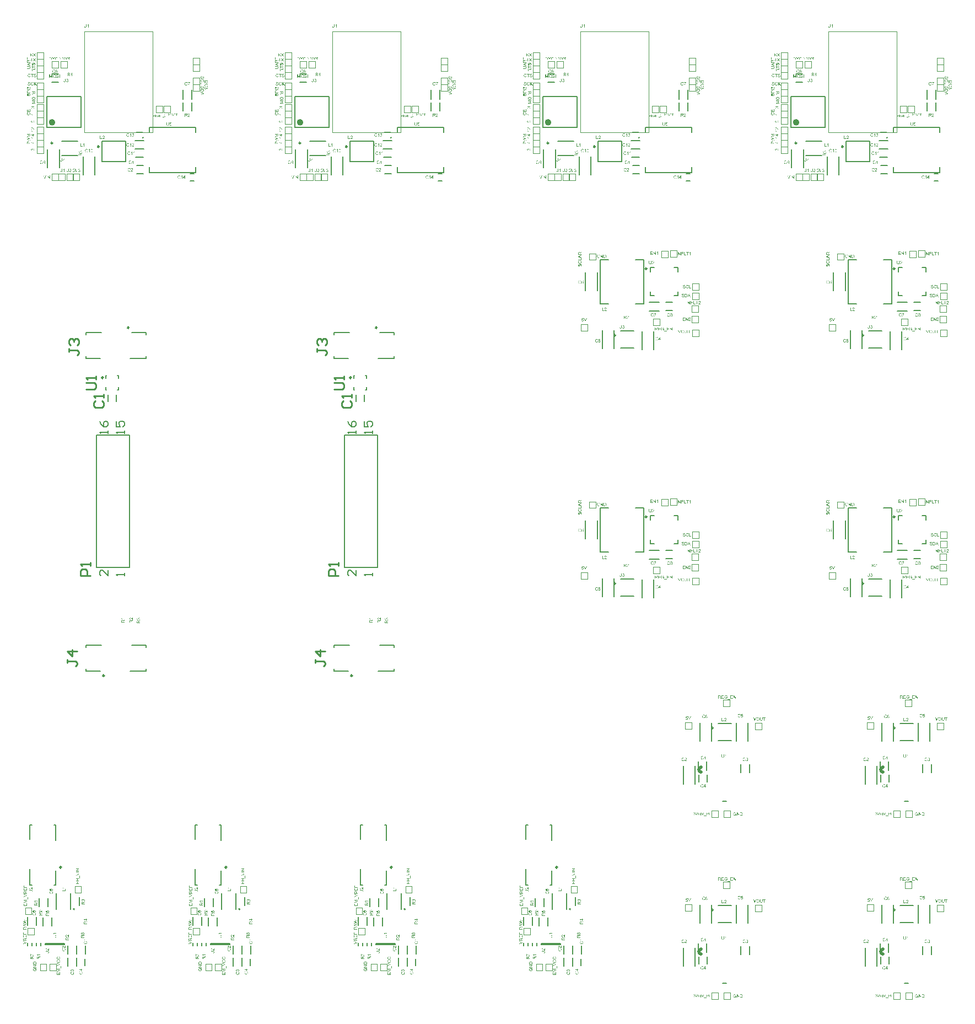
<source format=gto>
G04*
G04 #@! TF.GenerationSoftware,Altium Limited,Altium Designer,21.9.1 (22)*
G04*
G04 Layer_Color=65535*
%FSLAX25Y25*%
%MOIN*%
G70*
G04*
G04 #@! TF.SameCoordinates,13B4354E-90E4-473D-AD5A-126374568DC2*
G04*
G04*
G04 #@! TF.FilePolarity,Positive*
G04*
G01*
G75*
%ADD20C,0.01000*%
%ADD21C,0.00600*%
%ADD83C,0.00984*%
%ADD84C,0.00394*%
%ADD85C,0.00787*%
%ADD86C,0.00800*%
%ADD87C,0.02000*%
%ADD88C,0.01968*%
G36*
X603110Y709811D02*
Y709807D01*
Y709799D01*
Y709784D01*
Y709763D01*
X603108Y709738D01*
X603106Y709711D01*
X603104Y709680D01*
X603102Y709645D01*
X603093Y709572D01*
X603083Y709495D01*
X603066Y709420D01*
X603056Y709385D01*
X603044Y709351D01*
Y709349D01*
X603041Y709343D01*
X603037Y709335D01*
X603031Y709322D01*
X603023Y709308D01*
X603014Y709291D01*
X602989Y709254D01*
X602975Y709231D01*
X602958Y709210D01*
X602937Y709185D01*
X602917Y709162D01*
X602892Y709139D01*
X602867Y709117D01*
X602838Y709096D01*
X602806Y709075D01*
X602804Y709073D01*
X602798Y709071D01*
X602790Y709064D01*
X602775Y709058D01*
X602759Y709050D01*
X602738Y709042D01*
X602715Y709031D01*
X602686Y709023D01*
X602657Y709013D01*
X602623Y709002D01*
X602586Y708994D01*
X602546Y708985D01*
X602503Y708979D01*
X602457Y708973D01*
X602409Y708971D01*
X602359Y708969D01*
X602332D01*
X602313Y708971D01*
X602291D01*
X602266Y708973D01*
X602234Y708977D01*
X602203Y708981D01*
X602133Y708992D01*
X602058Y709008D01*
X601985Y709031D01*
X601949Y709044D01*
X601916Y709060D01*
X601914Y709062D01*
X601908Y709064D01*
X601899Y709071D01*
X601889Y709077D01*
X601875Y709087D01*
X601858Y709100D01*
X601841Y709112D01*
X601823Y709129D01*
X601781Y709166D01*
X601741Y709212D01*
X601704Y709266D01*
X601687Y709297D01*
X601673Y709329D01*
Y709331D01*
X601671Y709337D01*
X601667Y709347D01*
X601662Y709362D01*
X601656Y709379D01*
X601650Y709401D01*
X601644Y709426D01*
X601637Y709455D01*
X601629Y709489D01*
X601623Y709524D01*
X601617Y709564D01*
X601613Y709607D01*
X601606Y709653D01*
X601604Y709703D01*
X601600Y709755D01*
Y709811D01*
Y710920D01*
X601854D01*
Y709811D01*
Y709809D01*
Y709801D01*
Y709788D01*
Y709770D01*
X601856Y709749D01*
Y709726D01*
X601858Y709699D01*
X601860Y709672D01*
X601864Y709612D01*
X601872Y709551D01*
X601885Y709493D01*
X601891Y709466D01*
X601899Y709443D01*
Y709441D01*
X601902Y709439D01*
X601904Y709433D01*
X601908Y709424D01*
X601920Y709401D01*
X601937Y709376D01*
X601958Y709345D01*
X601985Y709316D01*
X602018Y709287D01*
X602058Y709260D01*
X602060D01*
X602064Y709258D01*
X602070Y709254D01*
X602078Y709250D01*
X602089Y709245D01*
X602103Y709241D01*
X602118Y709235D01*
X602135Y709229D01*
X602176Y709218D01*
X602224Y709208D01*
X602278Y709200D01*
X602336Y709198D01*
X602363D01*
X602382Y709200D01*
X602405Y709202D01*
X602432Y709204D01*
X602461Y709208D01*
X602492Y709214D01*
X602557Y709229D01*
X602590Y709239D01*
X602623Y709252D01*
X602655Y709266D01*
X602684Y709283D01*
X602711Y709302D01*
X602736Y709325D01*
X602738Y709327D01*
X602742Y709331D01*
X602746Y709339D01*
X602754Y709349D01*
X602763Y709364D01*
X602773Y709383D01*
X602786Y709406D01*
X602796Y709433D01*
X602806Y709464D01*
X602819Y709499D01*
X602829Y709539D01*
X602838Y709582D01*
X602846Y709632D01*
X602852Y709686D01*
X602854Y709747D01*
X602856Y709811D01*
Y710920D01*
X603110D01*
Y709811D01*
D02*
G37*
G36*
X453110D02*
Y709807D01*
Y709799D01*
Y709784D01*
Y709763D01*
X453108Y709738D01*
X453106Y709711D01*
X453104Y709680D01*
X453102Y709645D01*
X453093Y709572D01*
X453083Y709495D01*
X453066Y709420D01*
X453056Y709385D01*
X453044Y709351D01*
Y709349D01*
X453041Y709343D01*
X453037Y709335D01*
X453031Y709322D01*
X453023Y709308D01*
X453014Y709291D01*
X452989Y709254D01*
X452975Y709231D01*
X452958Y709210D01*
X452937Y709185D01*
X452917Y709162D01*
X452892Y709139D01*
X452867Y709117D01*
X452838Y709096D01*
X452806Y709075D01*
X452804Y709073D01*
X452798Y709071D01*
X452790Y709064D01*
X452775Y709058D01*
X452759Y709050D01*
X452738Y709042D01*
X452715Y709031D01*
X452686Y709023D01*
X452657Y709013D01*
X452623Y709002D01*
X452586Y708994D01*
X452546Y708985D01*
X452503Y708979D01*
X452457Y708973D01*
X452409Y708971D01*
X452359Y708969D01*
X452332D01*
X452313Y708971D01*
X452291D01*
X452266Y708973D01*
X452234Y708977D01*
X452203Y708981D01*
X452133Y708992D01*
X452058Y709008D01*
X451985Y709031D01*
X451949Y709044D01*
X451916Y709060D01*
X451914Y709062D01*
X451908Y709064D01*
X451899Y709071D01*
X451889Y709077D01*
X451875Y709087D01*
X451858Y709100D01*
X451841Y709112D01*
X451823Y709129D01*
X451781Y709166D01*
X451741Y709212D01*
X451704Y709266D01*
X451687Y709297D01*
X451673Y709329D01*
Y709331D01*
X451671Y709337D01*
X451667Y709347D01*
X451662Y709362D01*
X451656Y709379D01*
X451650Y709401D01*
X451644Y709426D01*
X451637Y709455D01*
X451629Y709489D01*
X451623Y709524D01*
X451617Y709564D01*
X451613Y709607D01*
X451606Y709653D01*
X451604Y709703D01*
X451600Y709755D01*
Y709811D01*
Y710920D01*
X451854D01*
Y709811D01*
Y709809D01*
Y709801D01*
Y709788D01*
Y709770D01*
X451856Y709749D01*
Y709726D01*
X451858Y709699D01*
X451860Y709672D01*
X451864Y709612D01*
X451872Y709551D01*
X451885Y709493D01*
X451891Y709466D01*
X451899Y709443D01*
Y709441D01*
X451902Y709439D01*
X451904Y709433D01*
X451908Y709424D01*
X451920Y709401D01*
X451937Y709376D01*
X451958Y709345D01*
X451985Y709316D01*
X452018Y709287D01*
X452058Y709260D01*
X452060D01*
X452064Y709258D01*
X452070Y709254D01*
X452078Y709250D01*
X452089Y709245D01*
X452103Y709241D01*
X452118Y709235D01*
X452135Y709229D01*
X452176Y709218D01*
X452224Y709208D01*
X452278Y709200D01*
X452336Y709198D01*
X452363D01*
X452382Y709200D01*
X452405Y709202D01*
X452432Y709204D01*
X452461Y709208D01*
X452492Y709214D01*
X452557Y709229D01*
X452590Y709239D01*
X452623Y709252D01*
X452655Y709266D01*
X452684Y709283D01*
X452711Y709302D01*
X452736Y709325D01*
X452738Y709327D01*
X452742Y709331D01*
X452746Y709339D01*
X452754Y709349D01*
X452763Y709364D01*
X452773Y709383D01*
X452786Y709406D01*
X452796Y709433D01*
X452806Y709464D01*
X452819Y709499D01*
X452829Y709539D01*
X452838Y709582D01*
X452846Y709632D01*
X452852Y709686D01*
X452854Y709747D01*
X452856Y709811D01*
Y710920D01*
X453110D01*
Y709811D01*
D02*
G37*
G36*
X303110D02*
Y709807D01*
Y709799D01*
Y709784D01*
Y709763D01*
X303108Y709738D01*
X303106Y709711D01*
X303104Y709680D01*
X303102Y709645D01*
X303093Y709572D01*
X303083Y709495D01*
X303066Y709420D01*
X303056Y709385D01*
X303044Y709351D01*
Y709349D01*
X303041Y709343D01*
X303037Y709335D01*
X303031Y709322D01*
X303023Y709308D01*
X303014Y709291D01*
X302989Y709254D01*
X302975Y709231D01*
X302958Y709210D01*
X302937Y709185D01*
X302917Y709162D01*
X302892Y709139D01*
X302867Y709117D01*
X302838Y709096D01*
X302806Y709075D01*
X302804Y709073D01*
X302798Y709071D01*
X302790Y709064D01*
X302775Y709058D01*
X302759Y709050D01*
X302738Y709042D01*
X302715Y709031D01*
X302686Y709023D01*
X302657Y709013D01*
X302623Y709002D01*
X302586Y708994D01*
X302546Y708985D01*
X302503Y708979D01*
X302457Y708973D01*
X302409Y708971D01*
X302359Y708969D01*
X302332D01*
X302313Y708971D01*
X302291D01*
X302266Y708973D01*
X302234Y708977D01*
X302203Y708981D01*
X302133Y708992D01*
X302058Y709008D01*
X301985Y709031D01*
X301949Y709044D01*
X301916Y709060D01*
X301914Y709062D01*
X301908Y709064D01*
X301900Y709071D01*
X301889Y709077D01*
X301875Y709087D01*
X301858Y709100D01*
X301841Y709112D01*
X301823Y709129D01*
X301781Y709166D01*
X301741Y709212D01*
X301704Y709266D01*
X301687Y709297D01*
X301673Y709329D01*
Y709331D01*
X301671Y709337D01*
X301667Y709347D01*
X301662Y709362D01*
X301656Y709379D01*
X301650Y709401D01*
X301644Y709426D01*
X301637Y709455D01*
X301629Y709489D01*
X301623Y709524D01*
X301617Y709564D01*
X301612Y709607D01*
X301606Y709653D01*
X301604Y709703D01*
X301600Y709755D01*
Y709811D01*
Y710920D01*
X301854D01*
Y709811D01*
Y709809D01*
Y709801D01*
Y709788D01*
Y709770D01*
X301856Y709749D01*
Y709726D01*
X301858Y709699D01*
X301860Y709672D01*
X301864Y709612D01*
X301872Y709551D01*
X301885Y709493D01*
X301891Y709466D01*
X301900Y709443D01*
Y709441D01*
X301902Y709439D01*
X301904Y709433D01*
X301908Y709424D01*
X301920Y709401D01*
X301937Y709376D01*
X301958Y709345D01*
X301985Y709316D01*
X302018Y709287D01*
X302058Y709260D01*
X302060D01*
X302064Y709258D01*
X302070Y709254D01*
X302078Y709250D01*
X302089Y709245D01*
X302103Y709241D01*
X302118Y709235D01*
X302135Y709229D01*
X302176Y709218D01*
X302224Y709208D01*
X302278Y709200D01*
X302336Y709198D01*
X302363D01*
X302382Y709200D01*
X302405Y709202D01*
X302432Y709204D01*
X302461Y709208D01*
X302492Y709214D01*
X302557Y709229D01*
X302590Y709239D01*
X302623Y709252D01*
X302655Y709266D01*
X302684Y709283D01*
X302711Y709302D01*
X302736Y709325D01*
X302738Y709327D01*
X302742Y709331D01*
X302746Y709339D01*
X302754Y709349D01*
X302763Y709364D01*
X302773Y709383D01*
X302786Y709406D01*
X302796Y709433D01*
X302806Y709464D01*
X302819Y709499D01*
X302829Y709539D01*
X302838Y709582D01*
X302846Y709632D01*
X302852Y709686D01*
X302854Y709747D01*
X302856Y709811D01*
Y710920D01*
X303110D01*
Y709811D01*
D02*
G37*
G36*
X153110D02*
Y709807D01*
Y709799D01*
Y709784D01*
Y709763D01*
X153108Y709738D01*
X153106Y709711D01*
X153104Y709680D01*
X153102Y709645D01*
X153093Y709572D01*
X153083Y709495D01*
X153066Y709420D01*
X153056Y709385D01*
X153043Y709351D01*
Y709349D01*
X153041Y709343D01*
X153037Y709335D01*
X153031Y709322D01*
X153023Y709308D01*
X153014Y709291D01*
X152989Y709254D01*
X152975Y709231D01*
X152958Y709210D01*
X152937Y709185D01*
X152917Y709162D01*
X152892Y709139D01*
X152867Y709117D01*
X152838Y709096D01*
X152806Y709075D01*
X152804Y709073D01*
X152798Y709071D01*
X152790Y709064D01*
X152775Y709058D01*
X152759Y709050D01*
X152738Y709042D01*
X152715Y709031D01*
X152686Y709023D01*
X152657Y709013D01*
X152623Y709002D01*
X152586Y708994D01*
X152546Y708985D01*
X152503Y708979D01*
X152457Y708973D01*
X152409Y708971D01*
X152359Y708969D01*
X152332D01*
X152313Y708971D01*
X152291D01*
X152266Y708973D01*
X152234Y708977D01*
X152203Y708981D01*
X152132Y708992D01*
X152058Y709008D01*
X151985Y709031D01*
X151949Y709044D01*
X151916Y709060D01*
X151914Y709062D01*
X151908Y709064D01*
X151900Y709071D01*
X151889Y709077D01*
X151875Y709087D01*
X151858Y709100D01*
X151841Y709112D01*
X151823Y709129D01*
X151781Y709166D01*
X151741Y709212D01*
X151704Y709266D01*
X151687Y709297D01*
X151673Y709329D01*
Y709331D01*
X151671Y709337D01*
X151667Y709347D01*
X151662Y709362D01*
X151656Y709379D01*
X151650Y709401D01*
X151644Y709426D01*
X151637Y709455D01*
X151629Y709489D01*
X151623Y709524D01*
X151617Y709564D01*
X151612Y709607D01*
X151606Y709653D01*
X151604Y709703D01*
X151600Y709755D01*
Y709811D01*
Y710920D01*
X151854D01*
Y709811D01*
Y709809D01*
Y709801D01*
Y709788D01*
Y709770D01*
X151856Y709749D01*
Y709726D01*
X151858Y709699D01*
X151860Y709672D01*
X151864Y709612D01*
X151873Y709551D01*
X151885Y709493D01*
X151891Y709466D01*
X151900Y709443D01*
Y709441D01*
X151902Y709439D01*
X151904Y709433D01*
X151908Y709424D01*
X151920Y709401D01*
X151937Y709376D01*
X151958Y709345D01*
X151985Y709316D01*
X152018Y709287D01*
X152058Y709260D01*
X152060D01*
X152064Y709258D01*
X152070Y709254D01*
X152078Y709250D01*
X152089Y709245D01*
X152103Y709241D01*
X152118Y709235D01*
X152135Y709229D01*
X152176Y709218D01*
X152224Y709208D01*
X152278Y709200D01*
X152336Y709198D01*
X152363D01*
X152382Y709200D01*
X152405Y709202D01*
X152432Y709204D01*
X152461Y709208D01*
X152492Y709214D01*
X152557Y709229D01*
X152590Y709239D01*
X152623Y709252D01*
X152655Y709266D01*
X152684Y709283D01*
X152711Y709302D01*
X152736Y709325D01*
X152738Y709327D01*
X152742Y709331D01*
X152746Y709339D01*
X152754Y709349D01*
X152763Y709364D01*
X152773Y709383D01*
X152786Y709406D01*
X152796Y709433D01*
X152806Y709464D01*
X152819Y709499D01*
X152829Y709539D01*
X152838Y709582D01*
X152846Y709632D01*
X152852Y709686D01*
X152854Y709747D01*
X152856Y709811D01*
Y710920D01*
X153110D01*
Y709811D01*
D02*
G37*
G36*
X604325Y709000D02*
X604090D01*
Y710500D01*
X604086Y710496D01*
X604075Y710485D01*
X604057Y710471D01*
X604029Y710450D01*
X603998Y710425D01*
X603959Y710398D01*
X603915Y710369D01*
X603865Y710337D01*
X603863D01*
X603859Y710333D01*
X603853Y710329D01*
X603842Y710325D01*
X603830Y710317D01*
X603815Y710310D01*
X603782Y710292D01*
X603745Y710273D01*
X603703Y710252D01*
X603659Y710233D01*
X603618Y710217D01*
Y710443D01*
X603620Y710446D01*
X603626Y710448D01*
X603636Y710454D01*
X603651Y710460D01*
X603667Y710468D01*
X603688Y710481D01*
X603711Y710493D01*
X603734Y710506D01*
X603788Y710539D01*
X603846Y710579D01*
X603907Y710620D01*
X603963Y710668D01*
X603965Y710670D01*
X603969Y710674D01*
X603977Y710681D01*
X603988Y710691D01*
X603998Y710704D01*
X604013Y710716D01*
X604044Y710751D01*
X604079Y710789D01*
X604115Y710833D01*
X604146Y710878D01*
X604173Y710926D01*
X604325D01*
Y709000D01*
D02*
G37*
G36*
X454325D02*
X454090D01*
Y710500D01*
X454086Y710496D01*
X454075Y710485D01*
X454057Y710471D01*
X454029Y710450D01*
X453998Y710425D01*
X453959Y710398D01*
X453915Y710369D01*
X453865Y710337D01*
X453863D01*
X453859Y710333D01*
X453853Y710329D01*
X453842Y710325D01*
X453830Y710317D01*
X453815Y710310D01*
X453782Y710292D01*
X453745Y710273D01*
X453703Y710252D01*
X453659Y710233D01*
X453618Y710217D01*
Y710443D01*
X453620Y710446D01*
X453626Y710448D01*
X453636Y710454D01*
X453651Y710460D01*
X453667Y710468D01*
X453688Y710481D01*
X453711Y710493D01*
X453734Y710506D01*
X453788Y710539D01*
X453846Y710579D01*
X453907Y710620D01*
X453963Y710668D01*
X453965Y710670D01*
X453969Y710674D01*
X453977Y710681D01*
X453988Y710691D01*
X453998Y710704D01*
X454013Y710716D01*
X454044Y710751D01*
X454079Y710789D01*
X454115Y710833D01*
X454146Y710878D01*
X454173Y710926D01*
X454325D01*
Y709000D01*
D02*
G37*
G36*
X304325D02*
X304090D01*
Y710500D01*
X304086Y710496D01*
X304075Y710485D01*
X304057Y710471D01*
X304029Y710450D01*
X303998Y710425D01*
X303959Y710398D01*
X303915Y710369D01*
X303865Y710337D01*
X303863D01*
X303859Y710333D01*
X303853Y710329D01*
X303842Y710325D01*
X303830Y710317D01*
X303815Y710310D01*
X303782Y710292D01*
X303745Y710273D01*
X303703Y710252D01*
X303659Y710233D01*
X303618Y710217D01*
Y710443D01*
X303620Y710446D01*
X303626Y710448D01*
X303636Y710454D01*
X303651Y710460D01*
X303667Y710468D01*
X303688Y710481D01*
X303711Y710493D01*
X303734Y710506D01*
X303788Y710539D01*
X303846Y710579D01*
X303907Y710620D01*
X303963Y710668D01*
X303965Y710670D01*
X303969Y710674D01*
X303977Y710681D01*
X303988Y710691D01*
X303998Y710704D01*
X304013Y710716D01*
X304044Y710751D01*
X304079Y710789D01*
X304115Y710833D01*
X304146Y710878D01*
X304173Y710926D01*
X304325D01*
Y709000D01*
D02*
G37*
G36*
X154325D02*
X154090D01*
Y710500D01*
X154086Y710496D01*
X154075Y710485D01*
X154057Y710471D01*
X154029Y710450D01*
X153998Y710425D01*
X153959Y710398D01*
X153915Y710369D01*
X153865Y710337D01*
X153863D01*
X153859Y710333D01*
X153853Y710329D01*
X153842Y710325D01*
X153830Y710317D01*
X153815Y710310D01*
X153782Y710292D01*
X153744Y710273D01*
X153703Y710252D01*
X153659Y710233D01*
X153618Y710217D01*
Y710443D01*
X153620Y710446D01*
X153626Y710448D01*
X153636Y710454D01*
X153651Y710460D01*
X153667Y710468D01*
X153688Y710481D01*
X153711Y710493D01*
X153734Y710506D01*
X153788Y710539D01*
X153846Y710579D01*
X153907Y710620D01*
X153963Y710668D01*
X153965Y710670D01*
X153969Y710674D01*
X153977Y710681D01*
X153988Y710691D01*
X153998Y710704D01*
X154013Y710716D01*
X154044Y710751D01*
X154079Y710789D01*
X154115Y710833D01*
X154146Y710878D01*
X154173Y710926D01*
X154325D01*
Y709000D01*
D02*
G37*
G36*
X571777Y692507D02*
X572497Y691500D01*
X572187D01*
X571700Y692184D01*
X571698Y692186D01*
X571694Y692195D01*
X571685Y692205D01*
X571675Y692222D01*
X571662Y692238D01*
X571650Y692257D01*
X571621Y692301D01*
Y692299D01*
X571619Y692297D01*
X571610Y692284D01*
X571600Y692268D01*
X571585Y692247D01*
X571554Y692203D01*
X571542Y692182D01*
X571529Y692166D01*
X571043Y691500D01*
X570737D01*
X571479Y692494D01*
X570824Y693420D01*
X571126D01*
X571477Y692927D01*
X571479Y692925D01*
X571481Y692921D01*
X571488Y692912D01*
X571496Y692902D01*
X571504Y692889D01*
X571515Y692875D01*
X571538Y692842D01*
X571563Y692802D01*
X571588Y692765D01*
X571613Y692725D01*
X571631Y692692D01*
Y692694D01*
X571633Y692696D01*
X571637Y692702D01*
X571644Y692711D01*
X571656Y692729D01*
X571675Y692756D01*
X571698Y692790D01*
X571723Y692827D01*
X571754Y692867D01*
X571785Y692908D01*
X572168Y693420D01*
X572444D01*
X571777Y692507D01*
D02*
G37*
G36*
X421777D02*
X422497Y691500D01*
X422187D01*
X421700Y692184D01*
X421698Y692186D01*
X421694Y692195D01*
X421685Y692205D01*
X421675Y692222D01*
X421662Y692238D01*
X421650Y692257D01*
X421621Y692301D01*
Y692299D01*
X421619Y692297D01*
X421610Y692284D01*
X421600Y692268D01*
X421585Y692247D01*
X421554Y692203D01*
X421542Y692182D01*
X421529Y692166D01*
X421043Y691500D01*
X420737D01*
X421479Y692494D01*
X420824Y693420D01*
X421126D01*
X421477Y692927D01*
X421479Y692925D01*
X421481Y692921D01*
X421488Y692912D01*
X421496Y692902D01*
X421504Y692889D01*
X421515Y692875D01*
X421538Y692842D01*
X421563Y692802D01*
X421588Y692765D01*
X421613Y692725D01*
X421631Y692692D01*
Y692694D01*
X421633Y692696D01*
X421637Y692702D01*
X421644Y692711D01*
X421656Y692729D01*
X421675Y692756D01*
X421698Y692790D01*
X421723Y692827D01*
X421754Y692867D01*
X421785Y692908D01*
X422168Y693420D01*
X422444D01*
X421777Y692507D01*
D02*
G37*
G36*
X271777D02*
X272497Y691500D01*
X272187D01*
X271700Y692184D01*
X271698Y692186D01*
X271694Y692195D01*
X271685Y692205D01*
X271675Y692222D01*
X271662Y692238D01*
X271650Y692257D01*
X271621Y692301D01*
Y692299D01*
X271619Y692297D01*
X271610Y692284D01*
X271600Y692268D01*
X271585Y692247D01*
X271554Y692203D01*
X271542Y692182D01*
X271529Y692166D01*
X271043Y691500D01*
X270737D01*
X271479Y692494D01*
X270824Y693420D01*
X271126D01*
X271477Y692927D01*
X271479Y692925D01*
X271481Y692921D01*
X271488Y692912D01*
X271496Y692902D01*
X271504Y692889D01*
X271515Y692875D01*
X271538Y692842D01*
X271563Y692802D01*
X271587Y692765D01*
X271613Y692725D01*
X271631Y692692D01*
Y692694D01*
X271633Y692696D01*
X271637Y692702D01*
X271644Y692711D01*
X271656Y692729D01*
X271675Y692756D01*
X271698Y692790D01*
X271723Y692827D01*
X271754Y692867D01*
X271785Y692908D01*
X272168Y693420D01*
X272445D01*
X271777Y692507D01*
D02*
G37*
G36*
X121777D02*
X122496Y691500D01*
X122187D01*
X121700Y692184D01*
X121698Y692186D01*
X121694Y692195D01*
X121685Y692205D01*
X121675Y692222D01*
X121662Y692238D01*
X121650Y692257D01*
X121621Y692301D01*
Y692299D01*
X121619Y692297D01*
X121610Y692284D01*
X121600Y692268D01*
X121585Y692247D01*
X121554Y692203D01*
X121542Y692182D01*
X121529Y692166D01*
X121043Y691500D01*
X120737D01*
X121479Y692494D01*
X120824Y693420D01*
X121126D01*
X121477Y692927D01*
X121479Y692925D01*
X121481Y692921D01*
X121488Y692912D01*
X121496Y692902D01*
X121504Y692889D01*
X121515Y692875D01*
X121538Y692842D01*
X121563Y692802D01*
X121588Y692765D01*
X121613Y692725D01*
X121631Y692692D01*
Y692694D01*
X121633Y692696D01*
X121637Y692702D01*
X121644Y692711D01*
X121656Y692729D01*
X121675Y692756D01*
X121698Y692790D01*
X121723Y692827D01*
X121754Y692867D01*
X121785Y692908D01*
X122168Y693420D01*
X122444D01*
X121777Y692507D01*
D02*
G37*
G36*
X569915Y693418D02*
X569938D01*
X569965Y693416D01*
X569996Y693414D01*
X570059Y693407D01*
X570123Y693397D01*
X570186Y693385D01*
X570213Y693376D01*
X570240Y693368D01*
X570242D01*
X570246Y693366D01*
X570252Y693362D01*
X570263Y693357D01*
X570288Y693345D01*
X570317Y693326D01*
X570352Y693301D01*
X570387Y693268D01*
X570423Y693231D01*
X570454Y693185D01*
Y693183D01*
X570458Y693179D01*
X570462Y693172D01*
X570466Y693162D01*
X570473Y693149D01*
X570479Y693135D01*
X570487Y693118D01*
X570496Y693099D01*
X570510Y693056D01*
X570523Y693008D01*
X570531Y692954D01*
X570535Y692896D01*
Y692894D01*
Y692887D01*
Y692875D01*
X570533Y692862D01*
X570531Y692844D01*
X570529Y692823D01*
X570525Y692800D01*
X570518Y692775D01*
X570502Y692721D01*
X570491Y692692D01*
X570479Y692663D01*
X570464Y692634D01*
X570446Y692604D01*
X570425Y692577D01*
X570402Y692550D01*
X570400Y692548D01*
X570396Y692544D01*
X570387Y692538D01*
X570377Y692527D01*
X570362Y692517D01*
X570346Y692505D01*
X570325Y692490D01*
X570300Y692476D01*
X570273Y692461D01*
X570244Y692446D01*
X570211Y692432D01*
X570173Y692417D01*
X570134Y692405D01*
X570090Y692392D01*
X570042Y692382D01*
X569992Y692374D01*
X569994D01*
X569996Y692372D01*
X570009Y692365D01*
X570027Y692355D01*
X570050Y692342D01*
X570075Y692328D01*
X570100Y692313D01*
X570125Y692295D01*
X570146Y692278D01*
X570148Y692276D01*
X570150Y692274D01*
X570156Y692268D01*
X570165Y692259D01*
X570175Y692249D01*
X570188Y692236D01*
X570215Y692207D01*
X570246Y692170D01*
X570281Y692126D01*
X570319Y692076D01*
X570356Y692022D01*
X570689Y691500D01*
X570371D01*
X570117Y691899D01*
X570115Y691901D01*
X570113Y691908D01*
X570107Y691916D01*
X570098Y691928D01*
X570090Y691943D01*
X570077Y691960D01*
X570052Y691997D01*
X570023Y692041D01*
X569994Y692085D01*
X569963Y692126D01*
X569934Y692164D01*
Y692166D01*
X569930Y692168D01*
X569921Y692178D01*
X569909Y692195D01*
X569890Y692213D01*
X569872Y692234D01*
X569849Y692255D01*
X569826Y692276D01*
X569805Y692290D01*
X569803Y692292D01*
X569795Y692297D01*
X569784Y692303D01*
X569770Y692311D01*
X569751Y692319D01*
X569732Y692328D01*
X569711Y692336D01*
X569689Y692342D01*
X569686D01*
X569680Y692345D01*
X569670Y692347D01*
X569655Y692349D01*
X569634D01*
X569609Y692351D01*
X569580Y692353D01*
X569254D01*
Y691500D01*
X569000D01*
Y693420D01*
X569892D01*
X569915Y693418D01*
D02*
G37*
G36*
X419915D02*
X419938D01*
X419965Y693416D01*
X419996Y693414D01*
X420059Y693407D01*
X420123Y693397D01*
X420186Y693385D01*
X420213Y693376D01*
X420240Y693368D01*
X420242D01*
X420246Y693366D01*
X420252Y693362D01*
X420263Y693357D01*
X420288Y693345D01*
X420317Y693326D01*
X420352Y693301D01*
X420387Y693268D01*
X420423Y693231D01*
X420454Y693185D01*
Y693183D01*
X420458Y693179D01*
X420462Y693172D01*
X420466Y693162D01*
X420473Y693149D01*
X420479Y693135D01*
X420487Y693118D01*
X420496Y693099D01*
X420510Y693056D01*
X420523Y693008D01*
X420531Y692954D01*
X420535Y692896D01*
Y692894D01*
Y692887D01*
Y692875D01*
X420533Y692862D01*
X420531Y692844D01*
X420529Y692823D01*
X420525Y692800D01*
X420518Y692775D01*
X420502Y692721D01*
X420491Y692692D01*
X420479Y692663D01*
X420464Y692634D01*
X420446Y692604D01*
X420425Y692577D01*
X420402Y692550D01*
X420400Y692548D01*
X420396Y692544D01*
X420387Y692538D01*
X420377Y692527D01*
X420362Y692517D01*
X420346Y692505D01*
X420325Y692490D01*
X420300Y692476D01*
X420273Y692461D01*
X420244Y692446D01*
X420211Y692432D01*
X420173Y692417D01*
X420134Y692405D01*
X420090Y692392D01*
X420042Y692382D01*
X419992Y692374D01*
X419994D01*
X419996Y692372D01*
X420009Y692365D01*
X420027Y692355D01*
X420050Y692342D01*
X420075Y692328D01*
X420100Y692313D01*
X420125Y692295D01*
X420146Y692278D01*
X420148Y692276D01*
X420150Y692274D01*
X420156Y692268D01*
X420165Y692259D01*
X420175Y692249D01*
X420188Y692236D01*
X420215Y692207D01*
X420246Y692170D01*
X420281Y692126D01*
X420319Y692076D01*
X420356Y692022D01*
X420689Y691500D01*
X420371D01*
X420117Y691899D01*
X420115Y691901D01*
X420113Y691908D01*
X420107Y691916D01*
X420098Y691928D01*
X420090Y691943D01*
X420077Y691960D01*
X420052Y691997D01*
X420023Y692041D01*
X419994Y692085D01*
X419963Y692126D01*
X419934Y692164D01*
Y692166D01*
X419930Y692168D01*
X419921Y692178D01*
X419909Y692195D01*
X419890Y692213D01*
X419872Y692234D01*
X419849Y692255D01*
X419826Y692276D01*
X419805Y692290D01*
X419803Y692292D01*
X419795Y692297D01*
X419784Y692303D01*
X419770Y692311D01*
X419751Y692319D01*
X419732Y692328D01*
X419711Y692336D01*
X419689Y692342D01*
X419686D01*
X419680Y692345D01*
X419670Y692347D01*
X419655Y692349D01*
X419634D01*
X419609Y692351D01*
X419580Y692353D01*
X419254D01*
Y691500D01*
X419000D01*
Y693420D01*
X419892D01*
X419915Y693418D01*
D02*
G37*
G36*
X269915D02*
X269938D01*
X269965Y693416D01*
X269996Y693414D01*
X270059Y693407D01*
X270123Y693397D01*
X270186Y693385D01*
X270213Y693376D01*
X270240Y693368D01*
X270242D01*
X270246Y693366D01*
X270252Y693362D01*
X270263Y693357D01*
X270287Y693345D01*
X270317Y693326D01*
X270352Y693301D01*
X270387Y693268D01*
X270423Y693231D01*
X270454Y693185D01*
Y693183D01*
X270458Y693179D01*
X270462Y693172D01*
X270466Y693162D01*
X270473Y693149D01*
X270479Y693135D01*
X270487Y693118D01*
X270496Y693099D01*
X270510Y693056D01*
X270523Y693008D01*
X270531Y692954D01*
X270535Y692896D01*
Y692894D01*
Y692887D01*
Y692875D01*
X270533Y692862D01*
X270531Y692844D01*
X270529Y692823D01*
X270525Y692800D01*
X270518Y692775D01*
X270502Y692721D01*
X270491Y692692D01*
X270479Y692663D01*
X270464Y692634D01*
X270446Y692604D01*
X270425Y692577D01*
X270402Y692550D01*
X270400Y692548D01*
X270396Y692544D01*
X270387Y692538D01*
X270377Y692527D01*
X270362Y692517D01*
X270346Y692505D01*
X270325Y692490D01*
X270300Y692476D01*
X270273Y692461D01*
X270244Y692446D01*
X270211Y692432D01*
X270173Y692417D01*
X270134Y692405D01*
X270090Y692392D01*
X270042Y692382D01*
X269992Y692374D01*
X269994D01*
X269996Y692372D01*
X270009Y692365D01*
X270027Y692355D01*
X270050Y692342D01*
X270075Y692328D01*
X270100Y692313D01*
X270125Y692295D01*
X270146Y692278D01*
X270148Y692276D01*
X270150Y692274D01*
X270157Y692268D01*
X270165Y692259D01*
X270175Y692249D01*
X270188Y692236D01*
X270215Y692207D01*
X270246Y692170D01*
X270281Y692126D01*
X270319Y692076D01*
X270356Y692022D01*
X270689Y691500D01*
X270371D01*
X270117Y691899D01*
X270115Y691901D01*
X270113Y691908D01*
X270107Y691916D01*
X270098Y691928D01*
X270090Y691943D01*
X270077Y691960D01*
X270053Y691997D01*
X270023Y692041D01*
X269994Y692085D01*
X269963Y692126D01*
X269934Y692164D01*
Y692166D01*
X269930Y692168D01*
X269921Y692178D01*
X269909Y692195D01*
X269890Y692213D01*
X269871Y692234D01*
X269849Y692255D01*
X269826Y692276D01*
X269805Y692290D01*
X269803Y692292D01*
X269795Y692297D01*
X269784Y692303D01*
X269770Y692311D01*
X269751Y692319D01*
X269732Y692328D01*
X269711Y692336D01*
X269689Y692342D01*
X269686D01*
X269680Y692345D01*
X269670Y692347D01*
X269655Y692349D01*
X269634D01*
X269609Y692351D01*
X269580Y692353D01*
X269254D01*
Y691500D01*
X269000D01*
Y693420D01*
X269892D01*
X269915Y693418D01*
D02*
G37*
G36*
X119915D02*
X119938D01*
X119965Y693416D01*
X119996Y693414D01*
X120059Y693407D01*
X120123Y693397D01*
X120186Y693385D01*
X120213Y693376D01*
X120240Y693368D01*
X120242D01*
X120246Y693366D01*
X120252Y693362D01*
X120263Y693357D01*
X120288Y693345D01*
X120317Y693326D01*
X120352Y693301D01*
X120387Y693268D01*
X120423Y693231D01*
X120454Y693185D01*
Y693183D01*
X120458Y693179D01*
X120462Y693172D01*
X120466Y693162D01*
X120473Y693149D01*
X120479Y693135D01*
X120487Y693118D01*
X120495Y693099D01*
X120510Y693056D01*
X120523Y693008D01*
X120531Y692954D01*
X120535Y692896D01*
Y692894D01*
Y692887D01*
Y692875D01*
X120533Y692862D01*
X120531Y692844D01*
X120529Y692823D01*
X120525Y692800D01*
X120518Y692775D01*
X120502Y692721D01*
X120491Y692692D01*
X120479Y692663D01*
X120464Y692634D01*
X120446Y692604D01*
X120425Y692577D01*
X120402Y692550D01*
X120400Y692548D01*
X120396Y692544D01*
X120387Y692538D01*
X120377Y692527D01*
X120362Y692517D01*
X120346Y692505D01*
X120325Y692490D01*
X120300Y692476D01*
X120273Y692461D01*
X120244Y692446D01*
X120211Y692432D01*
X120173Y692417D01*
X120134Y692405D01*
X120090Y692392D01*
X120042Y692382D01*
X119992Y692374D01*
X119994D01*
X119996Y692372D01*
X120009Y692365D01*
X120027Y692355D01*
X120050Y692342D01*
X120075Y692328D01*
X120100Y692313D01*
X120125Y692295D01*
X120146Y692278D01*
X120148Y692276D01*
X120150Y692274D01*
X120157Y692268D01*
X120165Y692259D01*
X120175Y692249D01*
X120188Y692236D01*
X120215Y692207D01*
X120246Y692170D01*
X120281Y692126D01*
X120319Y692076D01*
X120356Y692022D01*
X120689Y691500D01*
X120371D01*
X120117Y691899D01*
X120115Y691901D01*
X120113Y691908D01*
X120107Y691916D01*
X120098Y691928D01*
X120090Y691943D01*
X120077Y691960D01*
X120053Y691997D01*
X120023Y692041D01*
X119994Y692085D01*
X119963Y692126D01*
X119934Y692164D01*
Y692166D01*
X119930Y692168D01*
X119921Y692178D01*
X119909Y692195D01*
X119890Y692213D01*
X119871Y692234D01*
X119849Y692255D01*
X119826Y692276D01*
X119805Y692290D01*
X119803Y692292D01*
X119795Y692297D01*
X119784Y692303D01*
X119770Y692311D01*
X119751Y692319D01*
X119732Y692328D01*
X119711Y692336D01*
X119688Y692342D01*
X119686D01*
X119680Y692345D01*
X119670Y692347D01*
X119655Y692349D01*
X119634D01*
X119609Y692351D01*
X119580Y692353D01*
X119254D01*
Y691500D01*
X119000D01*
Y693420D01*
X119892D01*
X119915Y693418D01*
D02*
G37*
G36*
X571625Y689507D02*
X572345Y688500D01*
X572035D01*
X571548Y689184D01*
X571546Y689186D01*
X571542Y689195D01*
X571533Y689205D01*
X571523Y689222D01*
X571511Y689238D01*
X571498Y689257D01*
X571469Y689301D01*
Y689299D01*
X571467Y689297D01*
X571459Y689284D01*
X571448Y689267D01*
X571434Y689247D01*
X571402Y689203D01*
X571390Y689182D01*
X571377Y689166D01*
X570891Y688500D01*
X570585D01*
X571327Y689494D01*
X570672Y690420D01*
X570974D01*
X571325Y689927D01*
X571327Y689925D01*
X571330Y689921D01*
X571336Y689912D01*
X571344Y689902D01*
X571352Y689889D01*
X571363Y689875D01*
X571386Y689842D01*
X571411Y689802D01*
X571436Y689765D01*
X571461Y689725D01*
X571479Y689692D01*
Y689694D01*
X571481Y689696D01*
X571486Y689702D01*
X571492Y689711D01*
X571504Y689729D01*
X571523Y689756D01*
X571546Y689790D01*
X571571Y689827D01*
X571602Y689867D01*
X571633Y689908D01*
X572016Y690420D01*
X572293D01*
X571625Y689507D01*
D02*
G37*
G36*
X421625D02*
X422345Y688500D01*
X422035D01*
X421548Y689184D01*
X421546Y689186D01*
X421542Y689195D01*
X421533Y689205D01*
X421523Y689222D01*
X421511Y689238D01*
X421498Y689257D01*
X421469Y689301D01*
Y689299D01*
X421467Y689297D01*
X421459Y689284D01*
X421448Y689267D01*
X421434Y689247D01*
X421402Y689203D01*
X421390Y689182D01*
X421377Y689166D01*
X420891Y688500D01*
X420585D01*
X421327Y689494D01*
X420672Y690420D01*
X420974D01*
X421325Y689927D01*
X421327Y689925D01*
X421330Y689921D01*
X421336Y689912D01*
X421344Y689902D01*
X421352Y689889D01*
X421363Y689875D01*
X421386Y689842D01*
X421411Y689802D01*
X421436Y689765D01*
X421461Y689725D01*
X421479Y689692D01*
Y689694D01*
X421481Y689696D01*
X421486Y689702D01*
X421492Y689711D01*
X421504Y689729D01*
X421523Y689756D01*
X421546Y689790D01*
X421571Y689827D01*
X421602Y689867D01*
X421633Y689908D01*
X422016Y690420D01*
X422293D01*
X421625Y689507D01*
D02*
G37*
G36*
X271625D02*
X272345Y688500D01*
X272035D01*
X271548Y689184D01*
X271546Y689186D01*
X271542Y689195D01*
X271533Y689205D01*
X271523Y689222D01*
X271511Y689238D01*
X271498Y689257D01*
X271469Y689301D01*
Y689299D01*
X271467Y689297D01*
X271459Y689284D01*
X271448Y689267D01*
X271434Y689247D01*
X271402Y689203D01*
X271390Y689182D01*
X271377Y689166D01*
X270891Y688500D01*
X270585D01*
X271327Y689494D01*
X270672Y690420D01*
X270974D01*
X271325Y689927D01*
X271327Y689925D01*
X271330Y689921D01*
X271336Y689912D01*
X271344Y689902D01*
X271353Y689889D01*
X271363Y689875D01*
X271386Y689842D01*
X271411Y689802D01*
X271436Y689765D01*
X271461Y689725D01*
X271479Y689692D01*
Y689694D01*
X271481Y689696D01*
X271486Y689702D01*
X271492Y689711D01*
X271504Y689729D01*
X271523Y689756D01*
X271546Y689790D01*
X271571Y689827D01*
X271602Y689867D01*
X271633Y689908D01*
X272016Y690420D01*
X272293D01*
X271625Y689507D01*
D02*
G37*
G36*
X121625D02*
X122345Y688500D01*
X122035D01*
X121548Y689184D01*
X121546Y689186D01*
X121542Y689195D01*
X121533Y689205D01*
X121523Y689222D01*
X121511Y689238D01*
X121498Y689257D01*
X121469Y689301D01*
Y689299D01*
X121467Y689297D01*
X121459Y689284D01*
X121448Y689267D01*
X121434Y689247D01*
X121402Y689203D01*
X121390Y689182D01*
X121377Y689166D01*
X120891Y688500D01*
X120585D01*
X121327Y689494D01*
X120672Y690420D01*
X120974D01*
X121325Y689927D01*
X121327Y689925D01*
X121330Y689921D01*
X121336Y689912D01*
X121344Y689902D01*
X121353Y689889D01*
X121363Y689875D01*
X121386Y689842D01*
X121411Y689802D01*
X121436Y689765D01*
X121461Y689725D01*
X121479Y689692D01*
Y689694D01*
X121481Y689696D01*
X121486Y689702D01*
X121492Y689711D01*
X121504Y689729D01*
X121523Y689756D01*
X121546Y689790D01*
X121571Y689827D01*
X121602Y689867D01*
X121633Y689908D01*
X122016Y690420D01*
X122293D01*
X121625Y689507D01*
D02*
G37*
G36*
X594782Y689529D02*
X594626D01*
Y690524D01*
X594623Y690521D01*
X594616Y690514D01*
X594604Y690504D01*
X594586Y690491D01*
X594565Y690474D01*
X594539Y690456D01*
X594510Y690437D01*
X594477Y690416D01*
X594475D01*
X594473Y690413D01*
X594468Y690411D01*
X594461Y690408D01*
X594453Y690402D01*
X594444Y690398D01*
X594421Y690386D01*
X594397Y690373D01*
X594369Y690359D01*
X594340Y690347D01*
X594312Y690336D01*
Y690486D01*
X594314Y690488D01*
X594318Y690489D01*
X594325Y690493D01*
X594335Y690497D01*
X594346Y690503D01*
X594359Y690511D01*
X594375Y690520D01*
X594390Y690528D01*
X594426Y690550D01*
X594464Y690576D01*
X594504Y690604D01*
X594542Y690635D01*
X594543Y690637D01*
X594546Y690640D01*
X594551Y690644D01*
X594558Y690651D01*
X594565Y690659D01*
X594575Y690667D01*
X594595Y690691D01*
X594619Y690716D01*
X594642Y690744D01*
X594663Y690775D01*
X594681Y690807D01*
X594782D01*
Y689529D01*
D02*
G37*
G36*
X593092Y690652D02*
X592673D01*
Y689529D01*
X592505D01*
Y690652D01*
X592085D01*
Y690802D01*
X593092D01*
Y690652D01*
D02*
G37*
G36*
X588732Y690801D02*
X588747D01*
X588762Y690800D01*
X588780Y690797D01*
X588816Y690793D01*
X588856Y690786D01*
X588893Y690776D01*
X588929Y690762D01*
X588930D01*
X588933Y690761D01*
X588937Y690758D01*
X588944Y690756D01*
X588959Y690746D01*
X588980Y690733D01*
X589002Y690717D01*
X589024Y690696D01*
X589046Y690671D01*
X589067Y690644D01*
Y690642D01*
X589070Y690640D01*
X589071Y690635D01*
X589075Y690630D01*
X589080Y690623D01*
X589084Y690613D01*
X589093Y690593D01*
X589102Y690568D01*
X589110Y690539D01*
X589115Y690509D01*
X589118Y690475D01*
Y690474D01*
Y690471D01*
Y690467D01*
Y690462D01*
X589115Y690446D01*
X589113Y690426D01*
X589107Y690402D01*
X589099Y690376D01*
X589088Y690350D01*
X589073Y690322D01*
Y690321D01*
X589071Y690319D01*
X589068Y690315D01*
X589064Y690310D01*
X589055Y690297D01*
X589040Y690281D01*
X589021Y690263D01*
X588998Y690244D01*
X588972Y690224D01*
X588940Y690206D01*
X588941D01*
X588946Y690205D01*
X588951Y690202D01*
X588959Y690199D01*
X588969Y690195D01*
X588980Y690191D01*
X589005Y690179D01*
X589034Y690164D01*
X589063Y690143D01*
X589092Y690119D01*
X589117Y690090D01*
X589118Y690089D01*
X589119Y690086D01*
X589122Y690082D01*
X589126Y690077D01*
X589132Y690068D01*
X589137Y690059D01*
X589143Y690048D01*
X589149Y690035D01*
X589159Y690008D01*
X589171Y689974D01*
X589178Y689937D01*
X589180Y689918D01*
Y689897D01*
Y689896D01*
Y689893D01*
Y689889D01*
Y689882D01*
X589179Y689874D01*
Y689865D01*
X589176Y689843D01*
X589171Y689817D01*
X589164Y689789D01*
X589154Y689759D01*
X589142Y689730D01*
Y689729D01*
X589140Y689727D01*
X589137Y689723D01*
X589135Y689718D01*
X589126Y689704D01*
X589115Y689687D01*
X589103Y689668D01*
X589086Y689649D01*
X589068Y689630D01*
X589048Y689611D01*
X589045Y689610D01*
X589038Y689605D01*
X589026Y689598D01*
X589009Y689588D01*
X588990Y689578D01*
X588966Y689567D01*
X588939Y689558D01*
X588908Y689549D01*
X588907D01*
X588904Y689548D01*
X588900D01*
X588893Y689547D01*
X588885Y689545D01*
X588875Y689542D01*
X588864Y689541D01*
X588852Y689540D01*
X588838Y689537D01*
X588821Y689536D01*
X588787Y689532D01*
X588747Y689530D01*
X588703Y689529D01*
X588218D01*
Y690802D01*
X588719D01*
X588732Y690801D01*
D02*
G37*
G36*
X587028Y690805D02*
X587044Y690804D01*
X587062Y690801D01*
X587082Y690798D01*
X587103Y690794D01*
X587126Y690789D01*
X587150Y690782D01*
X587175Y690773D01*
X587198Y690764D01*
X587223Y690751D01*
X587247Y690738D01*
X587268Y690722D01*
X587289Y690704D01*
X587291Y690703D01*
X587293Y690700D01*
X587299Y690694D01*
X587306Y690687D01*
X587314Y690677D01*
X587324Y690664D01*
X587333Y690651D01*
X587343Y690634D01*
X587353Y690618D01*
X587362Y690598D01*
X587372Y690578D01*
X587380Y690555D01*
X587387Y690531D01*
X587393Y690506D01*
X587395Y690480D01*
X587397Y690452D01*
Y690451D01*
Y690449D01*
Y690445D01*
Y690440D01*
X587395Y690424D01*
X587393Y690405D01*
X587389Y690382D01*
X587383Y690357D01*
X587376Y690329D01*
X587365Y690302D01*
Y690300D01*
X587364Y690299D01*
X587362Y690295D01*
X587360Y690289D01*
X587351Y690274D01*
X587340Y690255D01*
X587325Y690231D01*
X587307Y690205D01*
X587287Y690177D01*
X587260Y690147D01*
X587259Y690146D01*
X587257Y690143D01*
X587252Y690139D01*
X587247Y690132D01*
X587238Y690124D01*
X587228Y690114D01*
X587218Y690101D01*
X587204Y690089D01*
X587187Y690074D01*
X587169Y690057D01*
X587150Y690038D01*
X587128Y690019D01*
X587104Y689997D01*
X587078Y689974D01*
X587049Y689950D01*
X587019Y689923D01*
X587017Y689922D01*
X587013Y689918D01*
X587005Y689912D01*
X586997Y689904D01*
X586984Y689894D01*
X586972Y689883D01*
X586943Y689859D01*
X586912Y689832D01*
X586883Y689805D01*
X586870Y689792D01*
X586857Y689781D01*
X586846Y689770D01*
X586838Y689762D01*
X586837Y689761D01*
X586831Y689755D01*
X586824Y689747D01*
X586814Y689736D01*
X586803Y689723D01*
X586792Y689710D01*
X586770Y689679D01*
X587398D01*
Y689529D01*
X586555D01*
Y689532D01*
Y689538D01*
Y689549D01*
X586556Y689563D01*
X586558Y689580D01*
X586562Y689598D01*
X586566Y689617D01*
X586573Y689636D01*
Y689638D01*
X586574Y689641D01*
X586576Y689645D01*
X586579Y689652D01*
X586583Y689658D01*
X586587Y689668D01*
X586598Y689690D01*
X586612Y689716D01*
X586630Y689745D01*
X586650Y689776D01*
X586675Y689806D01*
X586677Y689808D01*
X586678Y689810D01*
X586682Y689814D01*
X586689Y689821D01*
X586696Y689828D01*
X586705Y689838D01*
X586715Y689849D01*
X586728Y689861D01*
X586741Y689875D01*
X586757Y689889D01*
X586773Y689906D01*
X586792Y689922D01*
X586812Y689940D01*
X586834Y689958D01*
X586856Y689977D01*
X586881Y689998D01*
X586883Y689999D01*
X586890Y690006D01*
X586900Y690015D01*
X586914Y690027D01*
X586930Y690041D01*
X586950Y690057D01*
X586972Y690075D01*
X586994Y690096D01*
X587041Y690139D01*
X587086Y690184D01*
X587108Y690206D01*
X587129Y690228D01*
X587147Y690249D01*
X587162Y690268D01*
X587164Y690270D01*
X587165Y690273D01*
X587169Y690278D01*
X587173Y690285D01*
X587180Y690295D01*
X587186Y690304D01*
X587199Y690329D01*
X587213Y690358D01*
X587226Y690390D01*
X587234Y690423D01*
X587235Y690440D01*
X587237Y690456D01*
Y690457D01*
Y690460D01*
Y690466D01*
X587235Y690471D01*
Y690480D01*
X587233Y690489D01*
X587228Y690510D01*
X587220Y690535D01*
X587208Y690561D01*
X587201Y690575D01*
X587191Y690587D01*
X587182Y690600D01*
X587169Y690612D01*
X587168Y690613D01*
X587166Y690615D01*
X587162Y690618D01*
X587157Y690622D01*
X587150Y690627D01*
X587142Y690633D01*
X587122Y690645D01*
X587096Y690656D01*
X587067Y690667D01*
X587033Y690674D01*
X587013Y690677D01*
X586983D01*
X586975Y690675D01*
X586965D01*
X586954Y690673D01*
X586929Y690669D01*
X586900Y690660D01*
X586870Y690648D01*
X586855Y690640D01*
X586839Y690631D01*
X586826Y690620D01*
X586812Y690608D01*
X586810Y690606D01*
X586809Y690605D01*
X586806Y690601D01*
X586801Y690595D01*
X586797Y690589D01*
X586791Y690580D01*
X586784Y690571D01*
X586779Y690560D01*
X586772Y690547D01*
X586766Y690533D01*
X586755Y690500D01*
X586747Y690464D01*
X586746Y690444D01*
X586744Y690422D01*
X586584Y690438D01*
Y690441D01*
X586585Y690446D01*
X586587Y690455D01*
X586588Y690467D01*
X586591Y690482D01*
X586595Y690500D01*
X586599Y690520D01*
X586606Y690540D01*
X586613Y690561D01*
X586621Y690584D01*
X586632Y690606D01*
X586643Y690629D01*
X586657Y690652D01*
X586672Y690673D01*
X586689Y690694D01*
X586708Y690711D01*
X586710Y690713D01*
X586714Y690716D01*
X586719Y690720D01*
X586728Y690727D01*
X586739Y690733D01*
X586752Y690742D01*
X586768Y690750D01*
X586786Y690760D01*
X586805Y690768D01*
X586827Y690776D01*
X586850Y690785D01*
X586877Y690791D01*
X586904Y690798D01*
X586933Y690802D01*
X586965Y690805D01*
X586998Y690807D01*
X587016D01*
X587028Y690805D01*
D02*
G37*
G36*
X585476Y690652D02*
X585056D01*
Y689529D01*
X584888D01*
Y690652D01*
X584469D01*
Y690802D01*
X585476D01*
Y690652D01*
D02*
G37*
G36*
X581115Y690801D02*
X581130D01*
X581145Y690800D01*
X581163Y690797D01*
X581199Y690793D01*
X581239Y690786D01*
X581277Y690776D01*
X581312Y690762D01*
X581314D01*
X581317Y690761D01*
X581321Y690758D01*
X581328Y690756D01*
X581343Y690746D01*
X581363Y690733D01*
X581386Y690717D01*
X581408Y690696D01*
X581430Y690671D01*
X581451Y690644D01*
Y690642D01*
X581453Y690640D01*
X581455Y690635D01*
X581459Y690630D01*
X581463Y690623D01*
X581467Y690613D01*
X581477Y690593D01*
X581485Y690568D01*
X581493Y690539D01*
X581499Y690509D01*
X581501Y690475D01*
Y690474D01*
Y690471D01*
Y690467D01*
Y690462D01*
X581499Y690446D01*
X581496Y690426D01*
X581491Y690402D01*
X581482Y690376D01*
X581471Y690350D01*
X581456Y690322D01*
Y690321D01*
X581455Y690319D01*
X581452Y690315D01*
X581448Y690310D01*
X581438Y690297D01*
X581423Y690281D01*
X581405Y690263D01*
X581382Y690244D01*
X581355Y690224D01*
X581323Y690206D01*
X581325D01*
X581329Y690205D01*
X581334Y690202D01*
X581343Y690199D01*
X581353Y690195D01*
X581363Y690191D01*
X581388Y690179D01*
X581417Y690164D01*
X581446Y690143D01*
X581475Y690119D01*
X581500Y690090D01*
X581501Y690089D01*
X581503Y690086D01*
X581506Y690082D01*
X581510Y690077D01*
X581515Y690068D01*
X581521Y690059D01*
X581526Y690048D01*
X581532Y690035D01*
X581543Y690008D01*
X581554Y689974D01*
X581561Y689937D01*
X581564Y689918D01*
Y689897D01*
Y689896D01*
Y689893D01*
Y689889D01*
Y689882D01*
X581562Y689874D01*
Y689865D01*
X581560Y689843D01*
X581554Y689817D01*
X581547Y689789D01*
X581537Y689759D01*
X581525Y689730D01*
Y689729D01*
X581524Y689727D01*
X581521Y689723D01*
X581518Y689718D01*
X581510Y689704D01*
X581499Y689687D01*
X581486Y689668D01*
X581470Y689649D01*
X581452Y689630D01*
X581431Y689611D01*
X581428Y689610D01*
X581422Y689605D01*
X581409Y689598D01*
X581392Y689588D01*
X581373Y689578D01*
X581350Y689567D01*
X581322Y689558D01*
X581292Y689549D01*
X581290D01*
X581288Y689548D01*
X581284D01*
X581277Y689547D01*
X581268Y689545D01*
X581259Y689542D01*
X581248Y689541D01*
X581235Y689540D01*
X581221Y689537D01*
X581205Y689536D01*
X581170Y689532D01*
X581130Y689530D01*
X581086Y689529D01*
X580602D01*
Y690802D01*
X581103D01*
X581115Y690801D01*
D02*
G37*
G36*
X444782Y689529D02*
X444626D01*
Y690524D01*
X444623Y690521D01*
X444616Y690514D01*
X444604Y690504D01*
X444586Y690491D01*
X444565Y690474D01*
X444539Y690456D01*
X444510Y690437D01*
X444477Y690416D01*
X444475D01*
X444473Y690413D01*
X444468Y690411D01*
X444461Y690408D01*
X444453Y690402D01*
X444444Y690398D01*
X444421Y690386D01*
X444397Y690373D01*
X444369Y690359D01*
X444340Y690347D01*
X444312Y690336D01*
Y690486D01*
X444314Y690488D01*
X444318Y690489D01*
X444325Y690493D01*
X444335Y690497D01*
X444346Y690503D01*
X444359Y690511D01*
X444375Y690520D01*
X444390Y690528D01*
X444426Y690550D01*
X444464Y690576D01*
X444504Y690604D01*
X444542Y690635D01*
X444543Y690637D01*
X444546Y690640D01*
X444551Y690644D01*
X444558Y690651D01*
X444565Y690659D01*
X444575Y690667D01*
X444595Y690691D01*
X444619Y690716D01*
X444642Y690744D01*
X444663Y690775D01*
X444681Y690807D01*
X444782D01*
Y689529D01*
D02*
G37*
G36*
X443092Y690652D02*
X442673D01*
Y689529D01*
X442505D01*
Y690652D01*
X442085D01*
Y690802D01*
X443092D01*
Y690652D01*
D02*
G37*
G36*
X438732Y690801D02*
X438747D01*
X438762Y690800D01*
X438780Y690797D01*
X438816Y690793D01*
X438856Y690786D01*
X438893Y690776D01*
X438929Y690762D01*
X438930D01*
X438933Y690761D01*
X438937Y690758D01*
X438944Y690756D01*
X438959Y690746D01*
X438980Y690733D01*
X439002Y690717D01*
X439024Y690696D01*
X439046Y690671D01*
X439067Y690644D01*
Y690642D01*
X439070Y690640D01*
X439071Y690635D01*
X439075Y690630D01*
X439080Y690623D01*
X439084Y690613D01*
X439093Y690593D01*
X439102Y690568D01*
X439110Y690539D01*
X439115Y690509D01*
X439118Y690475D01*
Y690474D01*
Y690471D01*
Y690467D01*
Y690462D01*
X439115Y690446D01*
X439113Y690426D01*
X439107Y690402D01*
X439099Y690376D01*
X439088Y690350D01*
X439073Y690322D01*
Y690321D01*
X439071Y690319D01*
X439068Y690315D01*
X439064Y690310D01*
X439055Y690297D01*
X439040Y690281D01*
X439021Y690263D01*
X438998Y690244D01*
X438972Y690224D01*
X438940Y690206D01*
X438941D01*
X438946Y690205D01*
X438951Y690202D01*
X438959Y690199D01*
X438969Y690195D01*
X438980Y690191D01*
X439005Y690179D01*
X439034Y690164D01*
X439063Y690143D01*
X439092Y690119D01*
X439117Y690090D01*
X439118Y690089D01*
X439119Y690086D01*
X439122Y690082D01*
X439126Y690077D01*
X439132Y690068D01*
X439137Y690059D01*
X439143Y690048D01*
X439149Y690035D01*
X439159Y690008D01*
X439171Y689974D01*
X439178Y689937D01*
X439180Y689918D01*
Y689897D01*
Y689896D01*
Y689893D01*
Y689889D01*
Y689882D01*
X439179Y689874D01*
Y689865D01*
X439176Y689843D01*
X439171Y689817D01*
X439164Y689789D01*
X439154Y689759D01*
X439142Y689730D01*
Y689729D01*
X439140Y689727D01*
X439137Y689723D01*
X439135Y689718D01*
X439126Y689704D01*
X439115Y689687D01*
X439103Y689668D01*
X439086Y689649D01*
X439068Y689630D01*
X439048Y689611D01*
X439045Y689610D01*
X439038Y689605D01*
X439026Y689598D01*
X439009Y689588D01*
X438990Y689578D01*
X438966Y689567D01*
X438939Y689558D01*
X438908Y689549D01*
X438907D01*
X438904Y689548D01*
X438900D01*
X438893Y689547D01*
X438885Y689545D01*
X438875Y689542D01*
X438864Y689541D01*
X438852Y689540D01*
X438838Y689537D01*
X438821Y689536D01*
X438787Y689532D01*
X438747Y689530D01*
X438703Y689529D01*
X438218D01*
Y690802D01*
X438719D01*
X438732Y690801D01*
D02*
G37*
G36*
X437028Y690805D02*
X437044Y690804D01*
X437062Y690801D01*
X437082Y690798D01*
X437103Y690794D01*
X437126Y690789D01*
X437150Y690782D01*
X437175Y690773D01*
X437198Y690764D01*
X437223Y690751D01*
X437247Y690738D01*
X437268Y690722D01*
X437289Y690704D01*
X437291Y690703D01*
X437293Y690700D01*
X437299Y690694D01*
X437306Y690687D01*
X437314Y690677D01*
X437324Y690664D01*
X437333Y690651D01*
X437343Y690634D01*
X437353Y690618D01*
X437362Y690598D01*
X437372Y690578D01*
X437380Y690555D01*
X437387Y690531D01*
X437393Y690506D01*
X437395Y690480D01*
X437397Y690452D01*
Y690451D01*
Y690449D01*
Y690445D01*
Y690440D01*
X437395Y690424D01*
X437393Y690405D01*
X437389Y690382D01*
X437383Y690357D01*
X437376Y690329D01*
X437365Y690302D01*
Y690300D01*
X437364Y690299D01*
X437362Y690295D01*
X437360Y690289D01*
X437351Y690274D01*
X437340Y690255D01*
X437325Y690231D01*
X437307Y690205D01*
X437287Y690177D01*
X437260Y690147D01*
X437259Y690146D01*
X437257Y690143D01*
X437252Y690139D01*
X437247Y690132D01*
X437238Y690124D01*
X437228Y690114D01*
X437218Y690101D01*
X437204Y690089D01*
X437187Y690074D01*
X437169Y690057D01*
X437150Y690038D01*
X437128Y690019D01*
X437104Y689997D01*
X437078Y689974D01*
X437049Y689950D01*
X437019Y689923D01*
X437017Y689922D01*
X437013Y689918D01*
X437005Y689912D01*
X436997Y689904D01*
X436984Y689894D01*
X436972Y689883D01*
X436943Y689859D01*
X436912Y689832D01*
X436883Y689805D01*
X436870Y689792D01*
X436857Y689781D01*
X436846Y689770D01*
X436838Y689762D01*
X436837Y689761D01*
X436831Y689755D01*
X436824Y689747D01*
X436814Y689736D01*
X436803Y689723D01*
X436792Y689710D01*
X436770Y689679D01*
X437398D01*
Y689529D01*
X436555D01*
Y689532D01*
Y689538D01*
Y689549D01*
X436556Y689563D01*
X436558Y689580D01*
X436562Y689598D01*
X436566Y689617D01*
X436573Y689636D01*
Y689638D01*
X436574Y689641D01*
X436576Y689645D01*
X436579Y689652D01*
X436583Y689658D01*
X436587Y689668D01*
X436598Y689690D01*
X436612Y689716D01*
X436630Y689745D01*
X436650Y689776D01*
X436675Y689806D01*
X436677Y689808D01*
X436678Y689810D01*
X436682Y689814D01*
X436689Y689821D01*
X436696Y689828D01*
X436705Y689838D01*
X436715Y689849D01*
X436728Y689861D01*
X436741Y689875D01*
X436757Y689889D01*
X436773Y689906D01*
X436792Y689922D01*
X436812Y689940D01*
X436834Y689958D01*
X436856Y689977D01*
X436881Y689998D01*
X436883Y689999D01*
X436890Y690006D01*
X436900Y690015D01*
X436914Y690027D01*
X436930Y690041D01*
X436950Y690057D01*
X436972Y690075D01*
X436994Y690096D01*
X437041Y690139D01*
X437086Y690184D01*
X437108Y690206D01*
X437129Y690228D01*
X437147Y690249D01*
X437162Y690268D01*
X437164Y690270D01*
X437165Y690273D01*
X437169Y690278D01*
X437173Y690285D01*
X437180Y690295D01*
X437186Y690304D01*
X437199Y690329D01*
X437213Y690358D01*
X437226Y690390D01*
X437234Y690423D01*
X437235Y690440D01*
X437237Y690456D01*
Y690457D01*
Y690460D01*
Y690466D01*
X437235Y690471D01*
Y690480D01*
X437233Y690489D01*
X437228Y690510D01*
X437220Y690535D01*
X437208Y690561D01*
X437201Y690575D01*
X437191Y690587D01*
X437182Y690600D01*
X437169Y690612D01*
X437168Y690613D01*
X437166Y690615D01*
X437162Y690618D01*
X437157Y690622D01*
X437150Y690627D01*
X437142Y690633D01*
X437122Y690645D01*
X437096Y690656D01*
X437067Y690667D01*
X437033Y690674D01*
X437013Y690677D01*
X436983D01*
X436975Y690675D01*
X436965D01*
X436954Y690673D01*
X436929Y690669D01*
X436900Y690660D01*
X436870Y690648D01*
X436855Y690640D01*
X436839Y690631D01*
X436826Y690620D01*
X436812Y690608D01*
X436810Y690606D01*
X436809Y690605D01*
X436806Y690601D01*
X436801Y690595D01*
X436797Y690589D01*
X436791Y690580D01*
X436784Y690571D01*
X436779Y690560D01*
X436772Y690547D01*
X436766Y690533D01*
X436755Y690500D01*
X436747Y690464D01*
X436746Y690444D01*
X436744Y690422D01*
X436584Y690438D01*
Y690441D01*
X436585Y690446D01*
X436587Y690455D01*
X436588Y690467D01*
X436591Y690482D01*
X436595Y690500D01*
X436599Y690520D01*
X436606Y690540D01*
X436613Y690561D01*
X436621Y690584D01*
X436632Y690606D01*
X436643Y690629D01*
X436657Y690652D01*
X436672Y690673D01*
X436689Y690694D01*
X436708Y690711D01*
X436710Y690713D01*
X436714Y690716D01*
X436719Y690720D01*
X436728Y690727D01*
X436739Y690733D01*
X436752Y690742D01*
X436768Y690750D01*
X436786Y690760D01*
X436805Y690768D01*
X436827Y690776D01*
X436850Y690785D01*
X436877Y690791D01*
X436904Y690798D01*
X436933Y690802D01*
X436965Y690805D01*
X436998Y690807D01*
X437016D01*
X437028Y690805D01*
D02*
G37*
G36*
X435476Y690652D02*
X435056D01*
Y689529D01*
X434888D01*
Y690652D01*
X434469D01*
Y690802D01*
X435476D01*
Y690652D01*
D02*
G37*
G36*
X431115Y690801D02*
X431130D01*
X431145Y690800D01*
X431163Y690797D01*
X431199Y690793D01*
X431239Y690786D01*
X431277Y690776D01*
X431312Y690762D01*
X431314D01*
X431317Y690761D01*
X431321Y690758D01*
X431328Y690756D01*
X431343Y690746D01*
X431363Y690733D01*
X431386Y690717D01*
X431408Y690696D01*
X431430Y690671D01*
X431451Y690644D01*
Y690642D01*
X431453Y690640D01*
X431455Y690635D01*
X431459Y690630D01*
X431463Y690623D01*
X431467Y690613D01*
X431477Y690593D01*
X431485Y690568D01*
X431493Y690539D01*
X431499Y690509D01*
X431501Y690475D01*
Y690474D01*
Y690471D01*
Y690467D01*
Y690462D01*
X431499Y690446D01*
X431496Y690426D01*
X431491Y690402D01*
X431482Y690376D01*
X431471Y690350D01*
X431456Y690322D01*
Y690321D01*
X431455Y690319D01*
X431452Y690315D01*
X431448Y690310D01*
X431438Y690297D01*
X431423Y690281D01*
X431405Y690263D01*
X431382Y690244D01*
X431355Y690224D01*
X431323Y690206D01*
X431325D01*
X431329Y690205D01*
X431334Y690202D01*
X431343Y690199D01*
X431353Y690195D01*
X431363Y690191D01*
X431388Y690179D01*
X431417Y690164D01*
X431446Y690143D01*
X431475Y690119D01*
X431500Y690090D01*
X431501Y690089D01*
X431503Y690086D01*
X431506Y690082D01*
X431510Y690077D01*
X431515Y690068D01*
X431521Y690059D01*
X431526Y690048D01*
X431532Y690035D01*
X431543Y690008D01*
X431554Y689974D01*
X431561Y689937D01*
X431564Y689918D01*
Y689897D01*
Y689896D01*
Y689893D01*
Y689889D01*
Y689882D01*
X431562Y689874D01*
Y689865D01*
X431560Y689843D01*
X431554Y689817D01*
X431547Y689789D01*
X431537Y689759D01*
X431525Y689730D01*
Y689729D01*
X431524Y689727D01*
X431521Y689723D01*
X431518Y689718D01*
X431510Y689704D01*
X431499Y689687D01*
X431486Y689668D01*
X431470Y689649D01*
X431452Y689630D01*
X431431Y689611D01*
X431428Y689610D01*
X431422Y689605D01*
X431409Y689598D01*
X431392Y689588D01*
X431373Y689578D01*
X431350Y689567D01*
X431322Y689558D01*
X431292Y689549D01*
X431290D01*
X431288Y689548D01*
X431284D01*
X431277Y689547D01*
X431268Y689545D01*
X431259Y689542D01*
X431248Y689541D01*
X431235Y689540D01*
X431221Y689537D01*
X431205Y689536D01*
X431170Y689532D01*
X431130Y689530D01*
X431086Y689529D01*
X430602D01*
Y690802D01*
X431103D01*
X431115Y690801D01*
D02*
G37*
G36*
X294782Y689529D02*
X294626D01*
Y690524D01*
X294623Y690521D01*
X294616Y690514D01*
X294604Y690504D01*
X294586Y690491D01*
X294565Y690474D01*
X294539Y690456D01*
X294510Y690437D01*
X294477Y690416D01*
X294475D01*
X294473Y690413D01*
X294468Y690411D01*
X294461Y690408D01*
X294453Y690402D01*
X294443Y690398D01*
X294422Y690386D01*
X294397Y690373D01*
X294369Y690359D01*
X294340Y690347D01*
X294312Y690336D01*
Y690486D01*
X294314Y690488D01*
X294318Y690489D01*
X294325Y690493D01*
X294335Y690497D01*
X294346Y690503D01*
X294359Y690511D01*
X294374Y690520D01*
X294390Y690528D01*
X294426Y690550D01*
X294464Y690576D01*
X294504Y690604D01*
X294542Y690635D01*
X294543Y690637D01*
X294546Y690640D01*
X294551Y690644D01*
X294558Y690651D01*
X294565Y690659D01*
X294575Y690667D01*
X294595Y690691D01*
X294619Y690716D01*
X294642Y690744D01*
X294663Y690775D01*
X294681Y690807D01*
X294782D01*
Y689529D01*
D02*
G37*
G36*
X293092Y690652D02*
X292673D01*
Y689529D01*
X292505D01*
Y690652D01*
X292085D01*
Y690802D01*
X293092D01*
Y690652D01*
D02*
G37*
G36*
X288732Y690801D02*
X288747D01*
X288762Y690800D01*
X288780Y690797D01*
X288816Y690793D01*
X288856Y690786D01*
X288893Y690776D01*
X288929Y690762D01*
X288930D01*
X288933Y690761D01*
X288937Y690758D01*
X288944Y690756D01*
X288959Y690746D01*
X288980Y690733D01*
X289002Y690717D01*
X289024Y690696D01*
X289046Y690671D01*
X289067Y690644D01*
Y690642D01*
X289070Y690640D01*
X289071Y690635D01*
X289075Y690630D01*
X289079Y690623D01*
X289084Y690613D01*
X289093Y690593D01*
X289102Y690568D01*
X289110Y690539D01*
X289115Y690509D01*
X289118Y690475D01*
Y690474D01*
Y690471D01*
Y690467D01*
Y690462D01*
X289115Y690446D01*
X289113Y690426D01*
X289107Y690402D01*
X289099Y690376D01*
X289088Y690350D01*
X289073Y690322D01*
Y690321D01*
X289071Y690319D01*
X289068Y690315D01*
X289064Y690310D01*
X289055Y690297D01*
X289039Y690281D01*
X289021Y690263D01*
X288998Y690244D01*
X288972Y690224D01*
X288940Y690206D01*
X288942D01*
X288946Y690205D01*
X288951Y690202D01*
X288959Y690199D01*
X288969Y690195D01*
X288980Y690191D01*
X289005Y690179D01*
X289034Y690164D01*
X289063Y690143D01*
X289092Y690119D01*
X289117Y690090D01*
X289118Y690089D01*
X289120Y690086D01*
X289122Y690082D01*
X289126Y690077D01*
X289132Y690068D01*
X289137Y690059D01*
X289143Y690048D01*
X289148Y690035D01*
X289159Y690008D01*
X289171Y689974D01*
X289177Y689937D01*
X289180Y689918D01*
Y689897D01*
Y689896D01*
Y689893D01*
Y689889D01*
Y689882D01*
X289179Y689874D01*
Y689865D01*
X289176Y689843D01*
X289171Y689817D01*
X289164Y689789D01*
X289154Y689759D01*
X289142Y689730D01*
Y689729D01*
X289140Y689727D01*
X289137Y689723D01*
X289135Y689718D01*
X289126Y689704D01*
X289115Y689687D01*
X289103Y689668D01*
X289086Y689649D01*
X289068Y689630D01*
X289048Y689611D01*
X289045Y689610D01*
X289038Y689605D01*
X289026Y689598D01*
X289009Y689588D01*
X288990Y689578D01*
X288966Y689567D01*
X288939Y689558D01*
X288908Y689549D01*
X288907D01*
X288904Y689548D01*
X288900D01*
X288893Y689547D01*
X288885Y689545D01*
X288875Y689542D01*
X288864Y689541D01*
X288852Y689540D01*
X288838Y689537D01*
X288821Y689536D01*
X288787Y689532D01*
X288747Y689530D01*
X288703Y689529D01*
X288218D01*
Y690802D01*
X288719D01*
X288732Y690801D01*
D02*
G37*
G36*
X287028Y690805D02*
X287044Y690804D01*
X287062Y690801D01*
X287082Y690798D01*
X287103Y690794D01*
X287126Y690789D01*
X287150Y690782D01*
X287175Y690773D01*
X287198Y690764D01*
X287223Y690751D01*
X287246Y690738D01*
X287268Y690722D01*
X287289Y690704D01*
X287291Y690703D01*
X287293Y690700D01*
X287299Y690694D01*
X287306Y690687D01*
X287314Y690677D01*
X287324Y690664D01*
X287333Y690651D01*
X287343Y690634D01*
X287353Y690618D01*
X287362Y690598D01*
X287372Y690578D01*
X287380Y690555D01*
X287387Y690531D01*
X287393Y690506D01*
X287396Y690480D01*
X287397Y690452D01*
Y690451D01*
Y690449D01*
Y690445D01*
Y690440D01*
X287396Y690424D01*
X287393Y690405D01*
X287389Y690382D01*
X287383Y690357D01*
X287376Y690329D01*
X287365Y690302D01*
Y690300D01*
X287364Y690299D01*
X287362Y690295D01*
X287360Y690289D01*
X287351Y690274D01*
X287340Y690255D01*
X287325Y690231D01*
X287307Y690205D01*
X287286Y690177D01*
X287260Y690147D01*
X287259Y690146D01*
X287258Y690143D01*
X287252Y690139D01*
X287246Y690132D01*
X287238Y690124D01*
X287228Y690114D01*
X287217Y690101D01*
X287204Y690089D01*
X287187Y690074D01*
X287169Y690057D01*
X287150Y690038D01*
X287128Y690019D01*
X287104Y689997D01*
X287078Y689974D01*
X287049Y689950D01*
X287019Y689923D01*
X287017Y689922D01*
X287013Y689918D01*
X287005Y689912D01*
X286997Y689904D01*
X286984Y689894D01*
X286972Y689883D01*
X286943Y689859D01*
X286912Y689832D01*
X286883Y689805D01*
X286870Y689792D01*
X286857Y689781D01*
X286846Y689770D01*
X286838Y689762D01*
X286837Y689761D01*
X286831Y689755D01*
X286824Y689747D01*
X286814Y689736D01*
X286804Y689723D01*
X286792Y689710D01*
X286770Y689679D01*
X287398D01*
Y689529D01*
X286555D01*
Y689532D01*
Y689538D01*
Y689549D01*
X286556Y689563D01*
X286558Y689580D01*
X286562Y689598D01*
X286566Y689617D01*
X286573Y689636D01*
Y689638D01*
X286574Y689641D01*
X286576Y689645D01*
X286578Y689652D01*
X286583Y689658D01*
X286587Y689668D01*
X286598Y689690D01*
X286612Y689716D01*
X286630Y689745D01*
X286650Y689776D01*
X286675Y689806D01*
X286677Y689808D01*
X286678Y689810D01*
X286682Y689814D01*
X286689Y689821D01*
X286696Y689828D01*
X286705Y689838D01*
X286715Y689849D01*
X286728Y689861D01*
X286741Y689875D01*
X286757Y689889D01*
X286773Y689906D01*
X286792Y689922D01*
X286812Y689940D01*
X286834Y689958D01*
X286856Y689977D01*
X286881Y689998D01*
X286883Y689999D01*
X286890Y690006D01*
X286900Y690015D01*
X286914Y690027D01*
X286930Y690041D01*
X286950Y690057D01*
X286972Y690075D01*
X286994Y690096D01*
X287041Y690139D01*
X287086Y690184D01*
X287108Y690206D01*
X287129Y690228D01*
X287147Y690249D01*
X287162Y690268D01*
X287164Y690270D01*
X287165Y690273D01*
X287169Y690278D01*
X287173Y690285D01*
X287180Y690295D01*
X287186Y690304D01*
X287199Y690329D01*
X287213Y690358D01*
X287226Y690390D01*
X287234Y690423D01*
X287235Y690440D01*
X287237Y690456D01*
Y690457D01*
Y690460D01*
Y690466D01*
X287235Y690471D01*
Y690480D01*
X287233Y690489D01*
X287228Y690510D01*
X287220Y690535D01*
X287208Y690561D01*
X287201Y690575D01*
X287191Y690587D01*
X287182Y690600D01*
X287169Y690612D01*
X287168Y690613D01*
X287166Y690615D01*
X287162Y690618D01*
X287157Y690622D01*
X287150Y690627D01*
X287142Y690633D01*
X287122Y690645D01*
X287096Y690656D01*
X287067Y690667D01*
X287033Y690674D01*
X287013Y690677D01*
X286983D01*
X286975Y690675D01*
X286965D01*
X286954Y690673D01*
X286929Y690669D01*
X286900Y690660D01*
X286870Y690648D01*
X286855Y690640D01*
X286839Y690631D01*
X286826Y690620D01*
X286812Y690608D01*
X286810Y690606D01*
X286809Y690605D01*
X286806Y690601D01*
X286801Y690595D01*
X286797Y690589D01*
X286791Y690580D01*
X286784Y690571D01*
X286779Y690560D01*
X286772Y690547D01*
X286766Y690533D01*
X286755Y690500D01*
X286747Y690464D01*
X286746Y690444D01*
X286744Y690422D01*
X286584Y690438D01*
Y690441D01*
X286585Y690446D01*
X286587Y690455D01*
X286588Y690467D01*
X286591Y690482D01*
X286595Y690500D01*
X286599Y690520D01*
X286606Y690540D01*
X286613Y690561D01*
X286621Y690584D01*
X286632Y690606D01*
X286643Y690629D01*
X286657Y690652D01*
X286672Y690673D01*
X286689Y690694D01*
X286708Y690711D01*
X286710Y690713D01*
X286714Y690716D01*
X286719Y690720D01*
X286728Y690727D01*
X286739Y690733D01*
X286752Y690742D01*
X286768Y690750D01*
X286786Y690760D01*
X286805Y690768D01*
X286827Y690776D01*
X286850Y690785D01*
X286877Y690791D01*
X286904Y690798D01*
X286933Y690802D01*
X286965Y690805D01*
X286998Y690807D01*
X287016D01*
X287028Y690805D01*
D02*
G37*
G36*
X285476Y690652D02*
X285056D01*
Y689529D01*
X284888D01*
Y690652D01*
X284469D01*
Y690802D01*
X285476D01*
Y690652D01*
D02*
G37*
G36*
X281115Y690801D02*
X281130D01*
X281146Y690800D01*
X281163Y690797D01*
X281199Y690793D01*
X281239Y690786D01*
X281277Y690776D01*
X281312Y690762D01*
X281314D01*
X281317Y690761D01*
X281321Y690758D01*
X281328Y690756D01*
X281343Y690746D01*
X281364Y690733D01*
X281386Y690717D01*
X281408Y690696D01*
X281430Y690671D01*
X281451Y690644D01*
Y690642D01*
X281453Y690640D01*
X281455Y690635D01*
X281459Y690630D01*
X281463Y690623D01*
X281467Y690613D01*
X281477Y690593D01*
X281485Y690568D01*
X281493Y690539D01*
X281499Y690509D01*
X281502Y690475D01*
Y690474D01*
Y690471D01*
Y690467D01*
Y690462D01*
X281499Y690446D01*
X281496Y690426D01*
X281490Y690402D01*
X281482Y690376D01*
X281471Y690350D01*
X281456Y690322D01*
Y690321D01*
X281455Y690319D01*
X281452Y690315D01*
X281448Y690310D01*
X281438Y690297D01*
X281423Y690281D01*
X281405Y690263D01*
X281381Y690244D01*
X281355Y690224D01*
X281324Y690206D01*
X281325D01*
X281329Y690205D01*
X281334Y690202D01*
X281343Y690199D01*
X281352Y690195D01*
X281364Y690191D01*
X281388Y690179D01*
X281417Y690164D01*
X281446Y690143D01*
X281475Y690119D01*
X281500Y690090D01*
X281502Y690089D01*
X281503Y690086D01*
X281506Y690082D01*
X281510Y690077D01*
X281515Y690068D01*
X281521Y690059D01*
X281526Y690048D01*
X281532Y690035D01*
X281543Y690008D01*
X281554Y689974D01*
X281561Y689937D01*
X281564Y689918D01*
Y689897D01*
Y689896D01*
Y689893D01*
Y689889D01*
Y689882D01*
X281562Y689874D01*
Y689865D01*
X281559Y689843D01*
X281554Y689817D01*
X281547Y689789D01*
X281537Y689759D01*
X281525Y689730D01*
Y689729D01*
X281524Y689727D01*
X281521Y689723D01*
X281518Y689718D01*
X281510Y689704D01*
X281499Y689687D01*
X281486Y689668D01*
X281470Y689649D01*
X281452Y689630D01*
X281431Y689611D01*
X281428Y689610D01*
X281421Y689605D01*
X281409Y689598D01*
X281393Y689588D01*
X281373Y689578D01*
X281350Y689567D01*
X281322Y689558D01*
X281292Y689549D01*
X281290D01*
X281288Y689548D01*
X281283D01*
X281277Y689547D01*
X281268Y689545D01*
X281259Y689542D01*
X281248Y689541D01*
X281235Y689540D01*
X281221Y689537D01*
X281205Y689536D01*
X281170Y689532D01*
X281130Y689530D01*
X281086Y689529D01*
X280602D01*
Y690802D01*
X281103D01*
X281115Y690801D01*
D02*
G37*
G36*
X144782Y689529D02*
X144626D01*
Y690524D01*
X144623Y690521D01*
X144616Y690514D01*
X144604Y690504D01*
X144586Y690491D01*
X144565Y690474D01*
X144539Y690456D01*
X144510Y690437D01*
X144477Y690416D01*
X144475D01*
X144473Y690413D01*
X144468Y690411D01*
X144462Y690408D01*
X144453Y690402D01*
X144444Y690398D01*
X144422Y690386D01*
X144397Y690373D01*
X144369Y690359D01*
X144340Y690347D01*
X144312Y690336D01*
Y690486D01*
X144314Y690488D01*
X144318Y690489D01*
X144325Y690493D01*
X144334Y690497D01*
X144346Y690503D01*
X144359Y690511D01*
X144375Y690520D01*
X144390Y690528D01*
X144426Y690550D01*
X144464Y690576D01*
X144504Y690604D01*
X144542Y690635D01*
X144543Y690637D01*
X144546Y690640D01*
X144551Y690644D01*
X144558Y690651D01*
X144565Y690659D01*
X144575Y690667D01*
X144595Y690691D01*
X144619Y690716D01*
X144642Y690744D01*
X144663Y690775D01*
X144681Y690807D01*
X144782D01*
Y689529D01*
D02*
G37*
G36*
X143093Y690652D02*
X142673D01*
Y689529D01*
X142505D01*
Y690652D01*
X142085D01*
Y690802D01*
X143093D01*
Y690652D01*
D02*
G37*
G36*
X138732Y690801D02*
X138747D01*
X138762Y690800D01*
X138780Y690797D01*
X138816Y690793D01*
X138856Y690786D01*
X138893Y690776D01*
X138929Y690762D01*
X138930D01*
X138933Y690761D01*
X138937Y690758D01*
X138944Y690756D01*
X138959Y690746D01*
X138980Y690733D01*
X139002Y690717D01*
X139024Y690696D01*
X139046Y690671D01*
X139067Y690644D01*
Y690642D01*
X139070Y690640D01*
X139071Y690635D01*
X139075Y690630D01*
X139079Y690623D01*
X139084Y690613D01*
X139093Y690593D01*
X139102Y690568D01*
X139110Y690539D01*
X139115Y690509D01*
X139118Y690475D01*
Y690474D01*
Y690471D01*
Y690467D01*
Y690462D01*
X139115Y690446D01*
X139113Y690426D01*
X139107Y690402D01*
X139099Y690376D01*
X139088Y690350D01*
X139073Y690322D01*
Y690321D01*
X139071Y690319D01*
X139068Y690315D01*
X139064Y690310D01*
X139055Y690297D01*
X139040Y690281D01*
X139022Y690263D01*
X138998Y690244D01*
X138972Y690224D01*
X138940Y690206D01*
X138942D01*
X138946Y690205D01*
X138951Y690202D01*
X138959Y690199D01*
X138969Y690195D01*
X138980Y690191D01*
X139005Y690179D01*
X139034Y690164D01*
X139063Y690143D01*
X139092Y690119D01*
X139117Y690090D01*
X139118Y690089D01*
X139120Y690086D01*
X139122Y690082D01*
X139126Y690077D01*
X139132Y690068D01*
X139137Y690059D01*
X139143Y690048D01*
X139148Y690035D01*
X139160Y690008D01*
X139171Y689974D01*
X139178Y689937D01*
X139180Y689918D01*
Y689897D01*
Y689896D01*
Y689893D01*
Y689889D01*
Y689882D01*
X139179Y689874D01*
Y689865D01*
X139176Y689843D01*
X139171Y689817D01*
X139164Y689789D01*
X139154Y689759D01*
X139142Y689730D01*
Y689729D01*
X139140Y689727D01*
X139137Y689723D01*
X139135Y689718D01*
X139126Y689704D01*
X139115Y689687D01*
X139103Y689668D01*
X139086Y689649D01*
X139068Y689630D01*
X139048Y689611D01*
X139045Y689610D01*
X139038Y689605D01*
X139026Y689598D01*
X139009Y689588D01*
X138990Y689578D01*
X138966Y689567D01*
X138939Y689558D01*
X138908Y689549D01*
X138907D01*
X138904Y689548D01*
X138900D01*
X138893Y689547D01*
X138885Y689545D01*
X138875Y689542D01*
X138864Y689541D01*
X138852Y689540D01*
X138838Y689537D01*
X138821Y689536D01*
X138787Y689532D01*
X138747Y689530D01*
X138703Y689529D01*
X138218D01*
Y690802D01*
X138719D01*
X138732Y690801D01*
D02*
G37*
G36*
X137028Y690805D02*
X137044Y690804D01*
X137062Y690801D01*
X137082Y690798D01*
X137103Y690794D01*
X137126Y690789D01*
X137150Y690782D01*
X137175Y690773D01*
X137198Y690764D01*
X137223Y690751D01*
X137247Y690738D01*
X137268Y690722D01*
X137289Y690704D01*
X137291Y690703D01*
X137293Y690700D01*
X137299Y690694D01*
X137306Y690687D01*
X137314Y690677D01*
X137324Y690664D01*
X137333Y690651D01*
X137343Y690634D01*
X137353Y690618D01*
X137362Y690598D01*
X137372Y690578D01*
X137380Y690555D01*
X137387Y690531D01*
X137393Y690506D01*
X137396Y690480D01*
X137397Y690452D01*
Y690451D01*
Y690449D01*
Y690445D01*
Y690440D01*
X137396Y690424D01*
X137393Y690405D01*
X137389Y690382D01*
X137383Y690357D01*
X137376Y690329D01*
X137365Y690302D01*
Y690300D01*
X137364Y690299D01*
X137362Y690295D01*
X137360Y690289D01*
X137351Y690274D01*
X137340Y690255D01*
X137325Y690231D01*
X137307Y690205D01*
X137286Y690177D01*
X137260Y690147D01*
X137259Y690146D01*
X137258Y690143D01*
X137252Y690139D01*
X137247Y690132D01*
X137238Y690124D01*
X137229Y690114D01*
X137217Y690101D01*
X137204Y690089D01*
X137187Y690074D01*
X137169Y690057D01*
X137150Y690038D01*
X137128Y690019D01*
X137104Y689997D01*
X137078Y689974D01*
X137049Y689950D01*
X137019Y689923D01*
X137017Y689922D01*
X137013Y689918D01*
X137005Y689912D01*
X136997Y689904D01*
X136984Y689894D01*
X136972Y689883D01*
X136943Y689859D01*
X136913Y689832D01*
X136883Y689805D01*
X136870Y689792D01*
X136857Y689781D01*
X136846Y689770D01*
X136838Y689762D01*
X136837Y689761D01*
X136831Y689755D01*
X136824Y689747D01*
X136814Y689736D01*
X136803Y689723D01*
X136792Y689710D01*
X136770Y689679D01*
X137398D01*
Y689529D01*
X136555D01*
Y689532D01*
Y689538D01*
Y689549D01*
X136556Y689563D01*
X136558Y689580D01*
X136562Y689598D01*
X136566Y689617D01*
X136573Y689636D01*
Y689638D01*
X136574Y689641D01*
X136576Y689645D01*
X136579Y689652D01*
X136583Y689658D01*
X136587Y689668D01*
X136598Y689690D01*
X136612Y689716D01*
X136630Y689745D01*
X136650Y689776D01*
X136675Y689806D01*
X136677Y689808D01*
X136678Y689810D01*
X136682Y689814D01*
X136689Y689821D01*
X136696Y689828D01*
X136706Y689838D01*
X136715Y689849D01*
X136728Y689861D01*
X136741Y689875D01*
X136757Y689889D01*
X136773Y689906D01*
X136792Y689922D01*
X136812Y689940D01*
X136834Y689958D01*
X136856Y689977D01*
X136881Y689998D01*
X136883Y689999D01*
X136890Y690006D01*
X136900Y690015D01*
X136914Y690027D01*
X136930Y690041D01*
X136950Y690057D01*
X136972Y690075D01*
X136994Y690096D01*
X137041Y690139D01*
X137086Y690184D01*
X137108Y690206D01*
X137129Y690228D01*
X137147Y690249D01*
X137162Y690268D01*
X137164Y690270D01*
X137165Y690273D01*
X137169Y690278D01*
X137173Y690285D01*
X137180Y690295D01*
X137186Y690304D01*
X137199Y690329D01*
X137213Y690358D01*
X137226Y690390D01*
X137234Y690423D01*
X137235Y690440D01*
X137237Y690456D01*
Y690457D01*
Y690460D01*
Y690466D01*
X137235Y690471D01*
Y690480D01*
X137233Y690489D01*
X137229Y690510D01*
X137220Y690535D01*
X137208Y690561D01*
X137201Y690575D01*
X137191Y690587D01*
X137182Y690600D01*
X137169Y690612D01*
X137168Y690613D01*
X137166Y690615D01*
X137162Y690618D01*
X137157Y690622D01*
X137150Y690627D01*
X137142Y690633D01*
X137122Y690645D01*
X137096Y690656D01*
X137067Y690667D01*
X137032Y690674D01*
X137013Y690677D01*
X136983D01*
X136975Y690675D01*
X136965D01*
X136954Y690673D01*
X136929Y690669D01*
X136900Y690660D01*
X136870Y690648D01*
X136855Y690640D01*
X136839Y690631D01*
X136826Y690620D01*
X136812Y690608D01*
X136810Y690606D01*
X136809Y690605D01*
X136806Y690601D01*
X136801Y690595D01*
X136797Y690589D01*
X136791Y690580D01*
X136784Y690571D01*
X136779Y690560D01*
X136772Y690547D01*
X136766Y690533D01*
X136755Y690500D01*
X136747Y690464D01*
X136746Y690444D01*
X136744Y690422D01*
X136584Y690438D01*
Y690441D01*
X136585Y690446D01*
X136587Y690455D01*
X136588Y690467D01*
X136591Y690482D01*
X136595Y690500D01*
X136599Y690520D01*
X136606Y690540D01*
X136613Y690561D01*
X136621Y690584D01*
X136632Y690606D01*
X136643Y690629D01*
X136657Y690652D01*
X136672Y690673D01*
X136689Y690694D01*
X136708Y690711D01*
X136710Y690713D01*
X136714Y690716D01*
X136719Y690720D01*
X136728Y690727D01*
X136739Y690733D01*
X136752Y690742D01*
X136768Y690750D01*
X136785Y690760D01*
X136805Y690768D01*
X136827Y690776D01*
X136850Y690785D01*
X136877Y690791D01*
X136904Y690798D01*
X136933Y690802D01*
X136965Y690805D01*
X136998Y690807D01*
X137016D01*
X137028Y690805D01*
D02*
G37*
G36*
X135476Y690652D02*
X135056D01*
Y689529D01*
X134888D01*
Y690652D01*
X134468D01*
Y690802D01*
X135476D01*
Y690652D01*
D02*
G37*
G36*
X131115Y690801D02*
X131130D01*
X131146Y690800D01*
X131163Y690797D01*
X131199Y690793D01*
X131239Y690786D01*
X131277Y690776D01*
X131312Y690762D01*
X131314D01*
X131317Y690761D01*
X131321Y690758D01*
X131328Y690756D01*
X131343Y690746D01*
X131363Y690733D01*
X131386Y690717D01*
X131408Y690696D01*
X131430Y690671D01*
X131450Y690644D01*
Y690642D01*
X131453Y690640D01*
X131455Y690635D01*
X131459Y690630D01*
X131463Y690623D01*
X131467Y690613D01*
X131477Y690593D01*
X131485Y690568D01*
X131493Y690539D01*
X131499Y690509D01*
X131501Y690475D01*
Y690474D01*
Y690471D01*
Y690467D01*
Y690462D01*
X131499Y690446D01*
X131496Y690426D01*
X131491Y690402D01*
X131482Y690376D01*
X131471Y690350D01*
X131456Y690322D01*
Y690321D01*
X131455Y690319D01*
X131452Y690315D01*
X131448Y690310D01*
X131438Y690297D01*
X131423Y690281D01*
X131405Y690263D01*
X131381Y690244D01*
X131355Y690224D01*
X131324Y690206D01*
X131325D01*
X131329Y690205D01*
X131334Y690202D01*
X131343Y690199D01*
X131352Y690195D01*
X131363Y690191D01*
X131388Y690179D01*
X131417Y690164D01*
X131446Y690143D01*
X131475Y690119D01*
X131500Y690090D01*
X131501Y690089D01*
X131503Y690086D01*
X131506Y690082D01*
X131510Y690077D01*
X131515Y690068D01*
X131521Y690059D01*
X131526Y690048D01*
X131532Y690035D01*
X131543Y690008D01*
X131554Y689974D01*
X131561Y689937D01*
X131564Y689918D01*
Y689897D01*
Y689896D01*
Y689893D01*
Y689889D01*
Y689882D01*
X131562Y689874D01*
Y689865D01*
X131560Y689843D01*
X131554Y689817D01*
X131547Y689789D01*
X131537Y689759D01*
X131525Y689730D01*
Y689729D01*
X131524Y689727D01*
X131521Y689723D01*
X131518Y689718D01*
X131510Y689704D01*
X131499Y689687D01*
X131486Y689668D01*
X131470Y689649D01*
X131452Y689630D01*
X131431Y689611D01*
X131428Y689610D01*
X131421Y689605D01*
X131409Y689598D01*
X131393Y689588D01*
X131373Y689578D01*
X131350Y689567D01*
X131322Y689558D01*
X131292Y689549D01*
X131290D01*
X131288Y689548D01*
X131283D01*
X131277Y689547D01*
X131268Y689545D01*
X131259Y689542D01*
X131248Y689541D01*
X131235Y689540D01*
X131221Y689537D01*
X131205Y689536D01*
X131170Y689532D01*
X131130Y689530D01*
X131086Y689529D01*
X130602D01*
Y690802D01*
X131103D01*
X131115Y690801D01*
D02*
G37*
G36*
X567276Y690400D02*
X568969D01*
Y690146D01*
X567276D01*
Y689514D01*
X567049D01*
Y691033D01*
X567276D01*
Y690400D01*
D02*
G37*
G36*
X417276D02*
X418969D01*
Y690146D01*
X417276D01*
Y689514D01*
X417049D01*
Y691033D01*
X417276D01*
Y690400D01*
D02*
G37*
G36*
X267276D02*
X268969D01*
Y690146D01*
X267276D01*
Y689514D01*
X267049D01*
Y691033D01*
X267276D01*
Y690400D01*
D02*
G37*
G36*
X117276D02*
X118969D01*
Y690146D01*
X117276D01*
Y689514D01*
X117049D01*
Y691033D01*
X117276D01*
Y690400D01*
D02*
G37*
G36*
X591384Y690823D02*
X591401Y690822D01*
X591419Y690820D01*
X591438Y690818D01*
X591460Y690813D01*
X591485Y690809D01*
X591510Y690804D01*
X591536Y690797D01*
X591564Y690789D01*
X591591Y690779D01*
X591619Y690768D01*
X591645Y690756D01*
X591673Y690740D01*
X591674Y690739D01*
X591679Y690736D01*
X591686Y690732D01*
X591696Y690725D01*
X591708Y690717D01*
X591721Y690706D01*
X591736Y690694D01*
X591752Y690680D01*
X591771Y690663D01*
X591788Y690645D01*
X591806Y690626D01*
X591824Y690605D01*
X591841Y690583D01*
X591859Y690558D01*
X591874Y690532D01*
X591889Y690504D01*
X591890Y690503D01*
X591892Y690497D01*
X591896Y690489D01*
X591900Y690478D01*
X591907Y690464D01*
X591913Y690446D01*
X591920Y690427D01*
X591926Y690405D01*
X591933Y690382D01*
X591940Y690355D01*
X591947Y690326D01*
X591953Y690297D01*
X591957Y690266D01*
X591961Y690233D01*
X591962Y690199D01*
X591964Y690164D01*
Y690161D01*
Y690155D01*
Y690144D01*
X591962Y690130D01*
X591961Y690114D01*
X591959Y690095D01*
X591957Y690072D01*
X591954Y690048D01*
X591950Y690021D01*
X591944Y689994D01*
X591939Y689965D01*
X591931Y689936D01*
X591921Y689906D01*
X591911Y689877D01*
X591899Y689846D01*
X591885Y689817D01*
X591884Y689816D01*
X591881Y689810D01*
X591877Y689802D01*
X591871Y689792D01*
X591863Y689780D01*
X591853Y689765D01*
X591841Y689748D01*
X591828Y689730D01*
X591813Y689712D01*
X591797Y689693D01*
X591777Y689674D01*
X591758Y689654D01*
X591737Y689636D01*
X591714Y689618D01*
X591689Y689601D01*
X591663Y689585D01*
X591662Y689584D01*
X591656Y689582D01*
X591649Y689578D01*
X591638Y689573D01*
X591624Y689567D01*
X591609Y689561D01*
X591591Y689554D01*
X591570Y689547D01*
X591548Y689540D01*
X591525Y689533D01*
X591499Y689526D01*
X591472Y689520D01*
X591414Y689511D01*
X591384Y689509D01*
X591354Y689508D01*
X591336D01*
X591323Y689509D01*
X591308Y689511D01*
X591289Y689512D01*
X591269Y689515D01*
X591246Y689519D01*
X591223Y689523D01*
X591196Y689529D01*
X591170Y689536D01*
X591143Y689544D01*
X591115Y689554D01*
X591087Y689566D01*
X591060Y689578D01*
X591032Y689594D01*
X591031Y689595D01*
X591027Y689598D01*
X591018Y689603D01*
X591009Y689610D01*
X590998Y689618D01*
X590984Y689630D01*
X590969Y689642D01*
X590952Y689656D01*
X590934Y689672D01*
X590918Y689690D01*
X590900Y689710D01*
X590882Y689730D01*
X590864Y689754D01*
X590847Y689777D01*
X590832Y689803D01*
X590817Y689831D01*
X590815Y689832D01*
X590814Y689838D01*
X590810Y689846D01*
X590806Y689857D01*
X590800Y689871D01*
X590795Y689888D01*
X590788Y689906D01*
X590781Y689927D01*
X590774Y689950D01*
X590767Y689974D01*
X590762Y690001D01*
X590756Y690028D01*
X590748Y690086D01*
X590746Y690118D01*
X590745Y690148D01*
Y690150D01*
Y690153D01*
Y690157D01*
Y690162D01*
X590746Y690170D01*
Y690179D01*
X590748Y690201D01*
X590751Y690227D01*
X590755Y690259D01*
X590759Y690292D01*
X590766Y690329D01*
X590775Y690369D01*
X590787Y690409D01*
X590800Y690451D01*
X590817Y690492D01*
X590836Y690533D01*
X590858Y690572D01*
X590884Y690611D01*
X590915Y690645D01*
X590916Y690647D01*
X590923Y690653D01*
X590933Y690662D01*
X590945Y690673D01*
X590963Y690687D01*
X590982Y690702D01*
X591006Y690718D01*
X591034Y690735D01*
X591064Y690751D01*
X591097Y690768D01*
X591133Y690783D01*
X591173Y690797D01*
X591214Y690808D01*
X591258Y690816D01*
X591305Y690823D01*
X591355Y690825D01*
X591372D01*
X591384Y690823D01*
D02*
G37*
G36*
X590000D02*
X590017Y690822D01*
X590034Y690820D01*
X590054Y690818D01*
X590076Y690813D01*
X590101Y690809D01*
X590126Y690804D01*
X590152Y690797D01*
X590179Y690789D01*
X590207Y690779D01*
X590235Y690768D01*
X590261Y690756D01*
X590288Y690740D01*
X590290Y690739D01*
X590295Y690736D01*
X590302Y690732D01*
X590312Y690725D01*
X590324Y690717D01*
X590337Y690706D01*
X590352Y690694D01*
X590368Y690680D01*
X590386Y690663D01*
X590404Y690645D01*
X590422Y690626D01*
X590440Y690605D01*
X590457Y690583D01*
X590475Y690558D01*
X590490Y690532D01*
X590505Y690504D01*
X590506Y690503D01*
X590508Y690497D01*
X590512Y690489D01*
X590516Y690478D01*
X590523Y690464D01*
X590528Y690446D01*
X590535Y690427D01*
X590542Y690405D01*
X590549Y690382D01*
X590556Y690355D01*
X590563Y690326D01*
X590568Y690297D01*
X590573Y690266D01*
X590577Y690233D01*
X590578Y690199D01*
X590580Y690164D01*
Y690161D01*
Y690155D01*
Y690144D01*
X590578Y690130D01*
X590577Y690114D01*
X590575Y690095D01*
X590573Y690072D01*
X590570Y690048D01*
X590566Y690021D01*
X590560Y689994D01*
X590555Y689965D01*
X590546Y689936D01*
X590537Y689906D01*
X590527Y689877D01*
X590515Y689846D01*
X590501Y689817D01*
X590499Y689816D01*
X590497Y689810D01*
X590493Y689802D01*
X590487Y689792D01*
X590479Y689780D01*
X590469Y689765D01*
X590457Y689748D01*
X590444Y689730D01*
X590429Y689712D01*
X590413Y689693D01*
X590393Y689674D01*
X590374Y689654D01*
X590353Y689636D01*
X590330Y689618D01*
X590305Y689601D01*
X590279Y689585D01*
X590277Y689584D01*
X590272Y689582D01*
X590265Y689578D01*
X590254Y689573D01*
X590240Y689567D01*
X590225Y689561D01*
X590207Y689554D01*
X590186Y689547D01*
X590164Y689540D01*
X590141Y689533D01*
X590114Y689526D01*
X590088Y689520D01*
X590030Y689511D01*
X590000Y689509D01*
X589970Y689508D01*
X589952D01*
X589939Y689509D01*
X589924Y689511D01*
X589905Y689512D01*
X589885Y689515D01*
X589862Y689519D01*
X589839Y689523D01*
X589812Y689529D01*
X589786Y689536D01*
X589758Y689544D01*
X589731Y689554D01*
X589703Y689566D01*
X589676Y689578D01*
X589648Y689594D01*
X589647Y689595D01*
X589642Y689598D01*
X589634Y689603D01*
X589625Y689610D01*
X589613Y689618D01*
X589600Y689630D01*
X589585Y689642D01*
X589568Y689656D01*
X589550Y689672D01*
X589534Y689690D01*
X589516Y689710D01*
X589498Y689730D01*
X589480Y689754D01*
X589463Y689777D01*
X589448Y689803D01*
X589433Y689831D01*
X589431Y689832D01*
X589430Y689838D01*
X589426Y689846D01*
X589422Y689857D01*
X589416Y689871D01*
X589411Y689888D01*
X589404Y689906D01*
X589397Y689927D01*
X589390Y689950D01*
X589383Y689974D01*
X589378Y690001D01*
X589372Y690028D01*
X589364Y690086D01*
X589362Y690118D01*
X589361Y690148D01*
Y690150D01*
Y690153D01*
Y690157D01*
Y690162D01*
X589362Y690170D01*
Y690179D01*
X589364Y690201D01*
X589366Y690227D01*
X589371Y690259D01*
X589375Y690292D01*
X589382Y690329D01*
X589391Y690369D01*
X589402Y690409D01*
X589416Y690451D01*
X589433Y690492D01*
X589452Y690533D01*
X589474Y690572D01*
X589500Y690611D01*
X589531Y690645D01*
X589532Y690647D01*
X589539Y690653D01*
X589549Y690662D01*
X589561Y690673D01*
X589579Y690687D01*
X589598Y690702D01*
X589622Y690718D01*
X589649Y690735D01*
X589680Y690751D01*
X589713Y690768D01*
X589749Y690783D01*
X589789Y690797D01*
X589830Y690808D01*
X589874Y690816D01*
X589921Y690823D01*
X589971Y690825D01*
X589988D01*
X590000Y690823D01*
D02*
G37*
G36*
X583768D02*
X583784Y690822D01*
X583802Y690820D01*
X583821Y690818D01*
X583843Y690813D01*
X583868Y690809D01*
X583893Y690804D01*
X583919Y690797D01*
X583947Y690789D01*
X583975Y690779D01*
X584002Y690768D01*
X584028Y690756D01*
X584056Y690740D01*
X584057Y690739D01*
X584063Y690736D01*
X584070Y690732D01*
X584079Y690725D01*
X584092Y690717D01*
X584104Y690706D01*
X584119Y690694D01*
X584136Y690680D01*
X584154Y690663D01*
X584172Y690645D01*
X584190Y690626D01*
X584208Y690605D01*
X584224Y690583D01*
X584242Y690558D01*
X584257Y690532D01*
X584272Y690504D01*
X584274Y690503D01*
X584275Y690497D01*
X584279Y690489D01*
X584284Y690478D01*
X584291Y690464D01*
X584296Y690446D01*
X584303Y690427D01*
X584310Y690405D01*
X584317Y690382D01*
X584324Y690355D01*
X584331Y690326D01*
X584336Y690297D01*
X584340Y690266D01*
X584344Y690233D01*
X584346Y690199D01*
X584347Y690164D01*
Y690161D01*
Y690155D01*
Y690144D01*
X584346Y690130D01*
X584344Y690114D01*
X584343Y690095D01*
X584340Y690072D01*
X584337Y690048D01*
X584333Y690021D01*
X584328Y689994D01*
X584322Y689965D01*
X584314Y689936D01*
X584304Y689906D01*
X584295Y689877D01*
X584282Y689846D01*
X584268Y689817D01*
X584267Y689816D01*
X584264Y689810D01*
X584260Y689802D01*
X584255Y689792D01*
X584246Y689780D01*
X584237Y689765D01*
X584224Y689748D01*
X584212Y689730D01*
X584197Y689712D01*
X584180Y689693D01*
X584161Y689674D01*
X584141Y689654D01*
X584121Y689636D01*
X584097Y689618D01*
X584072Y689601D01*
X584046Y689585D01*
X584045Y689584D01*
X584039Y689582D01*
X584032Y689578D01*
X584021Y689573D01*
X584008Y689567D01*
X583992Y689561D01*
X583975Y689554D01*
X583954Y689547D01*
X583932Y689540D01*
X583908Y689533D01*
X583882Y689526D01*
X583856Y689520D01*
X583798Y689511D01*
X583768Y689509D01*
X583737Y689508D01*
X583719D01*
X583707Y689509D01*
X583692Y689511D01*
X583672Y689512D01*
X583653Y689515D01*
X583630Y689519D01*
X583606Y689523D01*
X583580Y689529D01*
X583554Y689536D01*
X583526Y689544D01*
X583498Y689554D01*
X583471Y689566D01*
X583443Y689578D01*
X583416Y689594D01*
X583414Y689595D01*
X583410Y689598D01*
X583402Y689603D01*
X583392Y689610D01*
X583381Y689618D01*
X583367Y689630D01*
X583352Y689642D01*
X583335Y689656D01*
X583318Y689672D01*
X583301Y689690D01*
X583283Y689710D01*
X583265Y689730D01*
X583247Y689754D01*
X583231Y689777D01*
X583216Y689803D01*
X583200Y689831D01*
X583199Y689832D01*
X583197Y689838D01*
X583193Y689846D01*
X583189Y689857D01*
X583184Y689871D01*
X583178Y689888D01*
X583171Y689906D01*
X583164Y689927D01*
X583157Y689950D01*
X583151Y689974D01*
X583145Y690001D01*
X583140Y690028D01*
X583131Y690086D01*
X583130Y690118D01*
X583128Y690148D01*
Y690150D01*
Y690153D01*
Y690157D01*
Y690162D01*
X583130Y690170D01*
Y690179D01*
X583131Y690201D01*
X583134Y690227D01*
X583138Y690259D01*
X583142Y690292D01*
X583149Y690329D01*
X583159Y690369D01*
X583170Y690409D01*
X583184Y690451D01*
X583200Y690492D01*
X583220Y690533D01*
X583242Y690572D01*
X583268Y690611D01*
X583298Y690645D01*
X583300Y690647D01*
X583307Y690653D01*
X583316Y690662D01*
X583329Y690673D01*
X583347Y690687D01*
X583366Y690702D01*
X583389Y690718D01*
X583417Y690735D01*
X583447Y690751D01*
X583480Y690768D01*
X583516Y690783D01*
X583556Y690797D01*
X583598Y690808D01*
X583642Y690816D01*
X583689Y690823D01*
X583739Y690825D01*
X583755D01*
X583768Y690823D01*
D02*
G37*
G36*
X582383D02*
X582400Y690822D01*
X582418Y690820D01*
X582437Y690818D01*
X582459Y690813D01*
X582484Y690809D01*
X582509Y690804D01*
X582535Y690797D01*
X582563Y690789D01*
X582590Y690779D01*
X582618Y690768D01*
X582644Y690756D01*
X582672Y690740D01*
X582673Y690739D01*
X582679Y690736D01*
X582686Y690732D01*
X582695Y690725D01*
X582708Y690717D01*
X582720Y690706D01*
X582735Y690694D01*
X582752Y690680D01*
X582770Y690663D01*
X582788Y690645D01*
X582806Y690626D01*
X582824Y690605D01*
X582840Y690583D01*
X582858Y690558D01*
X582873Y690532D01*
X582888Y690504D01*
X582890Y690503D01*
X582891Y690497D01*
X582895Y690489D01*
X582899Y690478D01*
X582906Y690464D01*
X582912Y690446D01*
X582919Y690427D01*
X582926Y690405D01*
X582933Y690382D01*
X582939Y690355D01*
X582946Y690326D01*
X582952Y690297D01*
X582956Y690266D01*
X582960Y690233D01*
X582962Y690199D01*
X582963Y690164D01*
Y690161D01*
Y690155D01*
Y690144D01*
X582962Y690130D01*
X582960Y690114D01*
X582959Y690095D01*
X582956Y690072D01*
X582953Y690048D01*
X582949Y690021D01*
X582944Y689994D01*
X582938Y689965D01*
X582930Y689936D01*
X582920Y689906D01*
X582910Y689877D01*
X582898Y689846D01*
X582884Y689817D01*
X582883Y689816D01*
X582880Y689810D01*
X582876Y689802D01*
X582870Y689792D01*
X582862Y689780D01*
X582853Y689765D01*
X582840Y689748D01*
X582828Y689730D01*
X582812Y689712D01*
X582796Y689693D01*
X582777Y689674D01*
X582757Y689654D01*
X582737Y689636D01*
X582713Y689618D01*
X582688Y689601D01*
X582662Y689585D01*
X582661Y689584D01*
X582655Y689582D01*
X582648Y689578D01*
X582637Y689573D01*
X582623Y689567D01*
X582608Y689561D01*
X582590Y689554D01*
X582570Y689547D01*
X582548Y689540D01*
X582524Y689533D01*
X582498Y689526D01*
X582472Y689520D01*
X582414Y689511D01*
X582383Y689509D01*
X582353Y689508D01*
X582335D01*
X582323Y689509D01*
X582307Y689511D01*
X582288Y689512D01*
X582269Y689515D01*
X582245Y689519D01*
X582222Y689523D01*
X582196Y689529D01*
X582169Y689536D01*
X582142Y689544D01*
X582114Y689554D01*
X582087Y689566D01*
X582059Y689578D01*
X582031Y689594D01*
X582030Y689595D01*
X582026Y689598D01*
X582018Y689603D01*
X582008Y689610D01*
X581997Y689618D01*
X581983Y689630D01*
X581968Y689642D01*
X581951Y689656D01*
X581933Y689672D01*
X581917Y689690D01*
X581899Y689710D01*
X581881Y689730D01*
X581863Y689754D01*
X581847Y689777D01*
X581831Y689803D01*
X581816Y689831D01*
X581815Y689832D01*
X581813Y689838D01*
X581809Y689846D01*
X581805Y689857D01*
X581800Y689871D01*
X581794Y689888D01*
X581787Y689906D01*
X581780Y689927D01*
X581773Y689950D01*
X581767Y689974D01*
X581761Y690001D01*
X581755Y690028D01*
X581747Y690086D01*
X581746Y690118D01*
X581744Y690148D01*
Y690150D01*
Y690153D01*
Y690157D01*
Y690162D01*
X581746Y690170D01*
Y690179D01*
X581747Y690201D01*
X581750Y690227D01*
X581754Y690259D01*
X581758Y690292D01*
X581765Y690329D01*
X581775Y690369D01*
X581786Y690409D01*
X581800Y690451D01*
X581816Y690492D01*
X581836Y690533D01*
X581857Y690572D01*
X581884Y690611D01*
X581914Y690645D01*
X581916Y690647D01*
X581922Y690653D01*
X581932Y690662D01*
X581945Y690673D01*
X581962Y690687D01*
X581982Y690702D01*
X582005Y690718D01*
X582033Y690735D01*
X582063Y690751D01*
X582096Y690768D01*
X582132Y690783D01*
X582172Y690797D01*
X582214Y690808D01*
X582258Y690816D01*
X582305Y690823D01*
X582354Y690825D01*
X582371D01*
X582383Y690823D01*
D02*
G37*
G36*
X441384D02*
X441401Y690822D01*
X441419Y690820D01*
X441438Y690818D01*
X441460Y690813D01*
X441485Y690809D01*
X441510Y690804D01*
X441536Y690797D01*
X441564Y690789D01*
X441591Y690779D01*
X441619Y690768D01*
X441645Y690756D01*
X441673Y690740D01*
X441674Y690739D01*
X441679Y690736D01*
X441686Y690732D01*
X441696Y690725D01*
X441708Y690717D01*
X441721Y690706D01*
X441736Y690694D01*
X441752Y690680D01*
X441771Y690663D01*
X441788Y690645D01*
X441806Y690626D01*
X441824Y690605D01*
X441841Y690583D01*
X441859Y690558D01*
X441874Y690532D01*
X441889Y690504D01*
X441890Y690503D01*
X441892Y690497D01*
X441896Y690489D01*
X441900Y690478D01*
X441907Y690464D01*
X441913Y690446D01*
X441920Y690427D01*
X441926Y690405D01*
X441933Y690382D01*
X441940Y690355D01*
X441947Y690326D01*
X441953Y690297D01*
X441957Y690266D01*
X441961Y690233D01*
X441962Y690199D01*
X441964Y690164D01*
Y690161D01*
Y690155D01*
Y690144D01*
X441962Y690130D01*
X441961Y690114D01*
X441959Y690095D01*
X441957Y690072D01*
X441954Y690048D01*
X441950Y690021D01*
X441944Y689994D01*
X441939Y689965D01*
X441931Y689936D01*
X441921Y689906D01*
X441911Y689877D01*
X441899Y689846D01*
X441885Y689817D01*
X441884Y689816D01*
X441881Y689810D01*
X441877Y689802D01*
X441871Y689792D01*
X441863Y689780D01*
X441853Y689765D01*
X441841Y689748D01*
X441828Y689730D01*
X441813Y689712D01*
X441797Y689693D01*
X441777Y689674D01*
X441758Y689654D01*
X441737Y689636D01*
X441714Y689618D01*
X441689Y689601D01*
X441663Y689585D01*
X441662Y689584D01*
X441656Y689582D01*
X441649Y689578D01*
X441638Y689573D01*
X441624Y689567D01*
X441609Y689561D01*
X441591Y689554D01*
X441570Y689547D01*
X441548Y689540D01*
X441525Y689533D01*
X441499Y689526D01*
X441472Y689520D01*
X441414Y689511D01*
X441384Y689509D01*
X441354Y689508D01*
X441336D01*
X441323Y689509D01*
X441308Y689511D01*
X441289Y689512D01*
X441269Y689515D01*
X441246Y689519D01*
X441223Y689523D01*
X441196Y689529D01*
X441170Y689536D01*
X441143Y689544D01*
X441115Y689554D01*
X441087Y689566D01*
X441060Y689578D01*
X441032Y689594D01*
X441031Y689595D01*
X441027Y689598D01*
X441018Y689603D01*
X441009Y689610D01*
X440998Y689618D01*
X440984Y689630D01*
X440969Y689642D01*
X440952Y689656D01*
X440934Y689672D01*
X440918Y689690D01*
X440900Y689710D01*
X440882Y689730D01*
X440864Y689754D01*
X440847Y689777D01*
X440832Y689803D01*
X440817Y689831D01*
X440815Y689832D01*
X440814Y689838D01*
X440810Y689846D01*
X440806Y689857D01*
X440800Y689871D01*
X440795Y689888D01*
X440788Y689906D01*
X440781Y689927D01*
X440774Y689950D01*
X440767Y689974D01*
X440762Y690001D01*
X440756Y690028D01*
X440748Y690086D01*
X440746Y690118D01*
X440745Y690148D01*
Y690150D01*
Y690153D01*
Y690157D01*
Y690162D01*
X440746Y690170D01*
Y690179D01*
X440748Y690201D01*
X440751Y690227D01*
X440755Y690259D01*
X440759Y690292D01*
X440766Y690329D01*
X440775Y690369D01*
X440787Y690409D01*
X440800Y690451D01*
X440817Y690492D01*
X440836Y690533D01*
X440858Y690572D01*
X440884Y690611D01*
X440915Y690645D01*
X440916Y690647D01*
X440923Y690653D01*
X440933Y690662D01*
X440945Y690673D01*
X440963Y690687D01*
X440982Y690702D01*
X441006Y690718D01*
X441034Y690735D01*
X441064Y690751D01*
X441097Y690768D01*
X441133Y690783D01*
X441173Y690797D01*
X441214Y690808D01*
X441258Y690816D01*
X441305Y690823D01*
X441355Y690825D01*
X441372D01*
X441384Y690823D01*
D02*
G37*
G36*
X440000D02*
X440017Y690822D01*
X440034Y690820D01*
X440054Y690818D01*
X440076Y690813D01*
X440101Y690809D01*
X440126Y690804D01*
X440152Y690797D01*
X440179Y690789D01*
X440207Y690779D01*
X440235Y690768D01*
X440261Y690756D01*
X440288Y690740D01*
X440290Y690739D01*
X440295Y690736D01*
X440302Y690732D01*
X440312Y690725D01*
X440324Y690717D01*
X440337Y690706D01*
X440352Y690694D01*
X440368Y690680D01*
X440386Y690663D01*
X440404Y690645D01*
X440422Y690626D01*
X440440Y690605D01*
X440457Y690583D01*
X440475Y690558D01*
X440490Y690532D01*
X440505Y690504D01*
X440506Y690503D01*
X440508Y690497D01*
X440512Y690489D01*
X440516Y690478D01*
X440523Y690464D01*
X440528Y690446D01*
X440535Y690427D01*
X440542Y690405D01*
X440549Y690382D01*
X440556Y690355D01*
X440563Y690326D01*
X440568Y690297D01*
X440573Y690266D01*
X440577Y690233D01*
X440578Y690199D01*
X440580Y690164D01*
Y690161D01*
Y690155D01*
Y690144D01*
X440578Y690130D01*
X440577Y690114D01*
X440575Y690095D01*
X440573Y690072D01*
X440570Y690048D01*
X440566Y690021D01*
X440560Y689994D01*
X440555Y689965D01*
X440546Y689936D01*
X440537Y689906D01*
X440527Y689877D01*
X440515Y689846D01*
X440501Y689817D01*
X440499Y689816D01*
X440497Y689810D01*
X440493Y689802D01*
X440487Y689792D01*
X440479Y689780D01*
X440469Y689765D01*
X440457Y689748D01*
X440444Y689730D01*
X440429Y689712D01*
X440413Y689693D01*
X440393Y689674D01*
X440374Y689654D01*
X440353Y689636D01*
X440330Y689618D01*
X440305Y689601D01*
X440279Y689585D01*
X440277Y689584D01*
X440272Y689582D01*
X440265Y689578D01*
X440254Y689573D01*
X440240Y689567D01*
X440225Y689561D01*
X440207Y689554D01*
X440186Y689547D01*
X440164Y689540D01*
X440141Y689533D01*
X440114Y689526D01*
X440088Y689520D01*
X440030Y689511D01*
X440000Y689509D01*
X439970Y689508D01*
X439952D01*
X439939Y689509D01*
X439924Y689511D01*
X439905Y689512D01*
X439885Y689515D01*
X439862Y689519D01*
X439839Y689523D01*
X439812Y689529D01*
X439786Y689536D01*
X439758Y689544D01*
X439731Y689554D01*
X439703Y689566D01*
X439676Y689578D01*
X439648Y689594D01*
X439647Y689595D01*
X439642Y689598D01*
X439634Y689603D01*
X439625Y689610D01*
X439613Y689618D01*
X439600Y689630D01*
X439585Y689642D01*
X439568Y689656D01*
X439550Y689672D01*
X439534Y689690D01*
X439516Y689710D01*
X439498Y689730D01*
X439480Y689754D01*
X439463Y689777D01*
X439448Y689803D01*
X439433Y689831D01*
X439431Y689832D01*
X439430Y689838D01*
X439426Y689846D01*
X439422Y689857D01*
X439416Y689871D01*
X439411Y689888D01*
X439404Y689906D01*
X439397Y689927D01*
X439390Y689950D01*
X439383Y689974D01*
X439378Y690001D01*
X439372Y690028D01*
X439364Y690086D01*
X439362Y690118D01*
X439361Y690148D01*
Y690150D01*
Y690153D01*
Y690157D01*
Y690162D01*
X439362Y690170D01*
Y690179D01*
X439364Y690201D01*
X439366Y690227D01*
X439371Y690259D01*
X439375Y690292D01*
X439382Y690329D01*
X439391Y690369D01*
X439402Y690409D01*
X439416Y690451D01*
X439433Y690492D01*
X439452Y690533D01*
X439474Y690572D01*
X439500Y690611D01*
X439531Y690645D01*
X439532Y690647D01*
X439539Y690653D01*
X439549Y690662D01*
X439561Y690673D01*
X439579Y690687D01*
X439598Y690702D01*
X439622Y690718D01*
X439649Y690735D01*
X439680Y690751D01*
X439713Y690768D01*
X439749Y690783D01*
X439789Y690797D01*
X439830Y690808D01*
X439874Y690816D01*
X439921Y690823D01*
X439971Y690825D01*
X439988D01*
X440000Y690823D01*
D02*
G37*
G36*
X433768D02*
X433784Y690822D01*
X433802Y690820D01*
X433821Y690818D01*
X433843Y690813D01*
X433868Y690809D01*
X433893Y690804D01*
X433919Y690797D01*
X433947Y690789D01*
X433975Y690779D01*
X434002Y690768D01*
X434028Y690756D01*
X434056Y690740D01*
X434057Y690739D01*
X434063Y690736D01*
X434070Y690732D01*
X434079Y690725D01*
X434092Y690717D01*
X434104Y690706D01*
X434119Y690694D01*
X434136Y690680D01*
X434154Y690663D01*
X434172Y690645D01*
X434190Y690626D01*
X434208Y690605D01*
X434224Y690583D01*
X434242Y690558D01*
X434257Y690532D01*
X434272Y690504D01*
X434274Y690503D01*
X434275Y690497D01*
X434279Y690489D01*
X434284Y690478D01*
X434291Y690464D01*
X434296Y690446D01*
X434303Y690427D01*
X434310Y690405D01*
X434317Y690382D01*
X434324Y690355D01*
X434331Y690326D01*
X434336Y690297D01*
X434340Y690266D01*
X434344Y690233D01*
X434346Y690199D01*
X434347Y690164D01*
Y690161D01*
Y690155D01*
Y690144D01*
X434346Y690130D01*
X434344Y690114D01*
X434343Y690095D01*
X434340Y690072D01*
X434337Y690048D01*
X434333Y690021D01*
X434328Y689994D01*
X434322Y689965D01*
X434314Y689936D01*
X434304Y689906D01*
X434295Y689877D01*
X434282Y689846D01*
X434268Y689817D01*
X434267Y689816D01*
X434264Y689810D01*
X434260Y689802D01*
X434255Y689792D01*
X434246Y689780D01*
X434237Y689765D01*
X434224Y689748D01*
X434212Y689730D01*
X434197Y689712D01*
X434180Y689693D01*
X434161Y689674D01*
X434141Y689654D01*
X434121Y689636D01*
X434097Y689618D01*
X434072Y689601D01*
X434046Y689585D01*
X434045Y689584D01*
X434039Y689582D01*
X434032Y689578D01*
X434021Y689573D01*
X434008Y689567D01*
X433992Y689561D01*
X433975Y689554D01*
X433954Y689547D01*
X433932Y689540D01*
X433908Y689533D01*
X433882Y689526D01*
X433856Y689520D01*
X433798Y689511D01*
X433768Y689509D01*
X433737Y689508D01*
X433719D01*
X433707Y689509D01*
X433692Y689511D01*
X433672Y689512D01*
X433653Y689515D01*
X433630Y689519D01*
X433606Y689523D01*
X433580Y689529D01*
X433554Y689536D01*
X433526Y689544D01*
X433498Y689554D01*
X433471Y689566D01*
X433443Y689578D01*
X433416Y689594D01*
X433414Y689595D01*
X433410Y689598D01*
X433402Y689603D01*
X433392Y689610D01*
X433381Y689618D01*
X433367Y689630D01*
X433352Y689642D01*
X433335Y689656D01*
X433318Y689672D01*
X433301Y689690D01*
X433283Y689710D01*
X433265Y689730D01*
X433247Y689754D01*
X433231Y689777D01*
X433216Y689803D01*
X433200Y689831D01*
X433199Y689832D01*
X433197Y689838D01*
X433193Y689846D01*
X433189Y689857D01*
X433184Y689871D01*
X433178Y689888D01*
X433171Y689906D01*
X433164Y689927D01*
X433157Y689950D01*
X433151Y689974D01*
X433145Y690001D01*
X433140Y690028D01*
X433131Y690086D01*
X433130Y690118D01*
X433128Y690148D01*
Y690150D01*
Y690153D01*
Y690157D01*
Y690162D01*
X433130Y690170D01*
Y690179D01*
X433131Y690201D01*
X433134Y690227D01*
X433138Y690259D01*
X433142Y690292D01*
X433149Y690329D01*
X433159Y690369D01*
X433170Y690409D01*
X433184Y690451D01*
X433200Y690492D01*
X433220Y690533D01*
X433242Y690572D01*
X433268Y690611D01*
X433298Y690645D01*
X433300Y690647D01*
X433307Y690653D01*
X433316Y690662D01*
X433329Y690673D01*
X433347Y690687D01*
X433366Y690702D01*
X433389Y690718D01*
X433417Y690735D01*
X433447Y690751D01*
X433480Y690768D01*
X433516Y690783D01*
X433556Y690797D01*
X433598Y690808D01*
X433642Y690816D01*
X433689Y690823D01*
X433739Y690825D01*
X433755D01*
X433768Y690823D01*
D02*
G37*
G36*
X432383D02*
X432400Y690822D01*
X432418Y690820D01*
X432437Y690818D01*
X432459Y690813D01*
X432484Y690809D01*
X432509Y690804D01*
X432535Y690797D01*
X432563Y690789D01*
X432590Y690779D01*
X432618Y690768D01*
X432644Y690756D01*
X432672Y690740D01*
X432673Y690739D01*
X432679Y690736D01*
X432686Y690732D01*
X432695Y690725D01*
X432708Y690717D01*
X432720Y690706D01*
X432735Y690694D01*
X432752Y690680D01*
X432770Y690663D01*
X432788Y690645D01*
X432806Y690626D01*
X432824Y690605D01*
X432840Y690583D01*
X432858Y690558D01*
X432873Y690532D01*
X432888Y690504D01*
X432890Y690503D01*
X432891Y690497D01*
X432895Y690489D01*
X432899Y690478D01*
X432906Y690464D01*
X432912Y690446D01*
X432919Y690427D01*
X432926Y690405D01*
X432933Y690382D01*
X432939Y690355D01*
X432946Y690326D01*
X432952Y690297D01*
X432956Y690266D01*
X432960Y690233D01*
X432962Y690199D01*
X432963Y690164D01*
Y690161D01*
Y690155D01*
Y690144D01*
X432962Y690130D01*
X432960Y690114D01*
X432959Y690095D01*
X432956Y690072D01*
X432953Y690048D01*
X432949Y690021D01*
X432944Y689994D01*
X432938Y689965D01*
X432930Y689936D01*
X432920Y689906D01*
X432910Y689877D01*
X432898Y689846D01*
X432884Y689817D01*
X432883Y689816D01*
X432880Y689810D01*
X432876Y689802D01*
X432870Y689792D01*
X432862Y689780D01*
X432853Y689765D01*
X432840Y689748D01*
X432828Y689730D01*
X432812Y689712D01*
X432796Y689693D01*
X432777Y689674D01*
X432757Y689654D01*
X432737Y689636D01*
X432713Y689618D01*
X432688Y689601D01*
X432662Y689585D01*
X432661Y689584D01*
X432655Y689582D01*
X432648Y689578D01*
X432637Y689573D01*
X432623Y689567D01*
X432608Y689561D01*
X432590Y689554D01*
X432570Y689547D01*
X432548Y689540D01*
X432524Y689533D01*
X432498Y689526D01*
X432472Y689520D01*
X432414Y689511D01*
X432383Y689509D01*
X432353Y689508D01*
X432335D01*
X432323Y689509D01*
X432307Y689511D01*
X432288Y689512D01*
X432269Y689515D01*
X432245Y689519D01*
X432222Y689523D01*
X432196Y689529D01*
X432169Y689536D01*
X432142Y689544D01*
X432114Y689554D01*
X432087Y689566D01*
X432059Y689578D01*
X432031Y689594D01*
X432030Y689595D01*
X432026Y689598D01*
X432018Y689603D01*
X432008Y689610D01*
X431997Y689618D01*
X431983Y689630D01*
X431968Y689642D01*
X431951Y689656D01*
X431933Y689672D01*
X431917Y689690D01*
X431899Y689710D01*
X431881Y689730D01*
X431863Y689754D01*
X431847Y689777D01*
X431831Y689803D01*
X431816Y689831D01*
X431815Y689832D01*
X431813Y689838D01*
X431809Y689846D01*
X431805Y689857D01*
X431800Y689871D01*
X431794Y689888D01*
X431787Y689906D01*
X431780Y689927D01*
X431773Y689950D01*
X431767Y689974D01*
X431761Y690001D01*
X431755Y690028D01*
X431747Y690086D01*
X431746Y690118D01*
X431744Y690148D01*
Y690150D01*
Y690153D01*
Y690157D01*
Y690162D01*
X431746Y690170D01*
Y690179D01*
X431747Y690201D01*
X431750Y690227D01*
X431754Y690259D01*
X431758Y690292D01*
X431765Y690329D01*
X431775Y690369D01*
X431786Y690409D01*
X431800Y690451D01*
X431816Y690492D01*
X431836Y690533D01*
X431857Y690572D01*
X431884Y690611D01*
X431914Y690645D01*
X431916Y690647D01*
X431922Y690653D01*
X431932Y690662D01*
X431945Y690673D01*
X431962Y690687D01*
X431982Y690702D01*
X432005Y690718D01*
X432033Y690735D01*
X432063Y690751D01*
X432096Y690768D01*
X432132Y690783D01*
X432172Y690797D01*
X432214Y690808D01*
X432258Y690816D01*
X432305Y690823D01*
X432354Y690825D01*
X432371D01*
X432383Y690823D01*
D02*
G37*
G36*
X291384D02*
X291401Y690822D01*
X291419Y690820D01*
X291438Y690818D01*
X291460Y690813D01*
X291485Y690809D01*
X291510Y690804D01*
X291536Y690797D01*
X291564Y690789D01*
X291591Y690779D01*
X291619Y690768D01*
X291645Y690756D01*
X291672Y690740D01*
X291674Y690739D01*
X291679Y690736D01*
X291686Y690732D01*
X291696Y690725D01*
X291708Y690717D01*
X291721Y690706D01*
X291736Y690694D01*
X291753Y690680D01*
X291771Y690663D01*
X291788Y690645D01*
X291806Y690626D01*
X291824Y690605D01*
X291841Y690583D01*
X291859Y690558D01*
X291874Y690532D01*
X291889Y690504D01*
X291891Y690503D01*
X291892Y690497D01*
X291896Y690489D01*
X291900Y690478D01*
X291907Y690464D01*
X291913Y690446D01*
X291919Y690427D01*
X291926Y690405D01*
X291933Y690382D01*
X291940Y690355D01*
X291947Y690326D01*
X291953Y690297D01*
X291957Y690266D01*
X291961Y690233D01*
X291962Y690199D01*
X291964Y690164D01*
Y690161D01*
Y690155D01*
Y690144D01*
X291962Y690130D01*
X291961Y690114D01*
X291960Y690095D01*
X291957Y690072D01*
X291954Y690048D01*
X291950Y690021D01*
X291944Y689994D01*
X291939Y689965D01*
X291931Y689936D01*
X291921Y689906D01*
X291911Y689877D01*
X291899Y689846D01*
X291885Y689817D01*
X291884Y689816D01*
X291881Y689810D01*
X291877Y689802D01*
X291871Y689792D01*
X291863Y689780D01*
X291853Y689765D01*
X291841Y689748D01*
X291828Y689730D01*
X291813Y689712D01*
X291797Y689693D01*
X291777Y689674D01*
X291758Y689654D01*
X291737Y689636D01*
X291714Y689618D01*
X291689Y689601D01*
X291663Y689585D01*
X291662Y689584D01*
X291656Y689582D01*
X291649Y689578D01*
X291638Y689573D01*
X291624Y689567D01*
X291609Y689561D01*
X291591Y689554D01*
X291570Y689547D01*
X291548Y689540D01*
X291525Y689533D01*
X291499Y689526D01*
X291472Y689520D01*
X291414Y689511D01*
X291384Y689509D01*
X291354Y689508D01*
X291336D01*
X291323Y689509D01*
X291308Y689511D01*
X291289Y689512D01*
X291269Y689515D01*
X291246Y689519D01*
X291223Y689523D01*
X291196Y689529D01*
X291170Y689536D01*
X291143Y689544D01*
X291115Y689554D01*
X291087Y689566D01*
X291060Y689578D01*
X291032Y689594D01*
X291031Y689595D01*
X291027Y689598D01*
X291018Y689603D01*
X291009Y689610D01*
X290998Y689618D01*
X290984Y689630D01*
X290969Y689642D01*
X290952Y689656D01*
X290934Y689672D01*
X290918Y689690D01*
X290900Y689710D01*
X290882Y689730D01*
X290864Y689754D01*
X290847Y689777D01*
X290832Y689803D01*
X290817Y689831D01*
X290815Y689832D01*
X290814Y689838D01*
X290810Y689846D01*
X290806Y689857D01*
X290800Y689871D01*
X290795Y689888D01*
X290788Y689906D01*
X290781Y689927D01*
X290774Y689950D01*
X290767Y689974D01*
X290762Y690001D01*
X290756Y690028D01*
X290748Y690086D01*
X290746Y690118D01*
X290745Y690148D01*
Y690150D01*
Y690153D01*
Y690157D01*
Y690162D01*
X290746Y690170D01*
Y690179D01*
X290748Y690201D01*
X290751Y690227D01*
X290755Y690259D01*
X290759Y690292D01*
X290766Y690329D01*
X290775Y690369D01*
X290787Y690409D01*
X290800Y690451D01*
X290817Y690492D01*
X290836Y690533D01*
X290858Y690572D01*
X290884Y690611D01*
X290915Y690645D01*
X290916Y690647D01*
X290923Y690653D01*
X290933Y690662D01*
X290945Y690673D01*
X290963Y690687D01*
X290983Y690702D01*
X291006Y690718D01*
X291034Y690735D01*
X291064Y690751D01*
X291097Y690768D01*
X291133Y690783D01*
X291173Y690797D01*
X291214Y690808D01*
X291259Y690816D01*
X291305Y690823D01*
X291355Y690825D01*
X291372D01*
X291384Y690823D01*
D02*
G37*
G36*
X290000D02*
X290017Y690822D01*
X290034Y690820D01*
X290054Y690818D01*
X290076Y690813D01*
X290101Y690809D01*
X290125Y690804D01*
X290152Y690797D01*
X290179Y690789D01*
X290207Y690779D01*
X290234Y690768D01*
X290261Y690756D01*
X290288Y690740D01*
X290290Y690739D01*
X290295Y690736D01*
X290302Y690732D01*
X290312Y690725D01*
X290324Y690717D01*
X290337Y690706D01*
X290352Y690694D01*
X290368Y690680D01*
X290386Y690663D01*
X290404Y690645D01*
X290422Y690626D01*
X290440Y690605D01*
X290457Y690583D01*
X290475Y690558D01*
X290490Y690532D01*
X290505Y690504D01*
X290506Y690503D01*
X290508Y690497D01*
X290512Y690489D01*
X290516Y690478D01*
X290523Y690464D01*
X290528Y690446D01*
X290535Y690427D01*
X290542Y690405D01*
X290549Y690382D01*
X290556Y690355D01*
X290563Y690326D01*
X290568Y690297D01*
X290573Y690266D01*
X290577Y690233D01*
X290578Y690199D01*
X290580Y690164D01*
Y690161D01*
Y690155D01*
Y690144D01*
X290578Y690130D01*
X290577Y690114D01*
X290575Y690095D01*
X290573Y690072D01*
X290570Y690048D01*
X290566Y690021D01*
X290560Y689994D01*
X290555Y689965D01*
X290546Y689936D01*
X290537Y689906D01*
X290527Y689877D01*
X290515Y689846D01*
X290501Y689817D01*
X290499Y689816D01*
X290497Y689810D01*
X290493Y689802D01*
X290487Y689792D01*
X290479Y689780D01*
X290469Y689765D01*
X290457Y689748D01*
X290444Y689730D01*
X290429Y689712D01*
X290413Y689693D01*
X290393Y689674D01*
X290374Y689654D01*
X290353Y689636D01*
X290330Y689618D01*
X290305Y689601D01*
X290279Y689585D01*
X290277Y689584D01*
X290272Y689582D01*
X290265Y689578D01*
X290254Y689573D01*
X290240Y689567D01*
X290225Y689561D01*
X290207Y689554D01*
X290186Y689547D01*
X290164Y689540D01*
X290141Y689533D01*
X290114Y689526D01*
X290088Y689520D01*
X290030Y689511D01*
X290000Y689509D01*
X289970Y689508D01*
X289952D01*
X289939Y689509D01*
X289924Y689511D01*
X289905Y689512D01*
X289885Y689515D01*
X289862Y689519D01*
X289839Y689523D01*
X289812Y689529D01*
X289786Y689536D01*
X289758Y689544D01*
X289731Y689554D01*
X289703Y689566D01*
X289676Y689578D01*
X289648Y689594D01*
X289647Y689595D01*
X289643Y689598D01*
X289634Y689603D01*
X289625Y689610D01*
X289614Y689618D01*
X289600Y689630D01*
X289585Y689642D01*
X289568Y689656D01*
X289550Y689672D01*
X289533Y689690D01*
X289516Y689710D01*
X289498Y689730D01*
X289480Y689754D01*
X289463Y689777D01*
X289448Y689803D01*
X289433Y689831D01*
X289431Y689832D01*
X289430Y689838D01*
X289426Y689846D01*
X289422Y689857D01*
X289416Y689871D01*
X289411Y689888D01*
X289404Y689906D01*
X289397Y689927D01*
X289390Y689950D01*
X289383Y689974D01*
X289378Y690001D01*
X289372Y690028D01*
X289364Y690086D01*
X289362Y690118D01*
X289361Y690148D01*
Y690150D01*
Y690153D01*
Y690157D01*
Y690162D01*
X289362Y690170D01*
Y690179D01*
X289364Y690201D01*
X289367Y690227D01*
X289371Y690259D01*
X289375Y690292D01*
X289382Y690329D01*
X289391Y690369D01*
X289402Y690409D01*
X289416Y690451D01*
X289433Y690492D01*
X289452Y690533D01*
X289474Y690572D01*
X289500Y690611D01*
X289531Y690645D01*
X289532Y690647D01*
X289539Y690653D01*
X289549Y690662D01*
X289561Y690673D01*
X289579Y690687D01*
X289598Y690702D01*
X289622Y690718D01*
X289649Y690735D01*
X289680Y690751D01*
X289713Y690768D01*
X289749Y690783D01*
X289789Y690797D01*
X289830Y690808D01*
X289874Y690816D01*
X289921Y690823D01*
X289971Y690825D01*
X289987D01*
X290000Y690823D01*
D02*
G37*
G36*
X283768D02*
X283784Y690822D01*
X283802Y690820D01*
X283821Y690818D01*
X283843Y690813D01*
X283868Y690809D01*
X283893Y690804D01*
X283919Y690797D01*
X283947Y690789D01*
X283975Y690779D01*
X284002Y690768D01*
X284028Y690756D01*
X284056Y690740D01*
X284057Y690739D01*
X284063Y690736D01*
X284070Y690732D01*
X284079Y690725D01*
X284092Y690717D01*
X284104Y690706D01*
X284119Y690694D01*
X284136Y690680D01*
X284154Y690663D01*
X284172Y690645D01*
X284190Y690626D01*
X284208Y690605D01*
X284224Y690583D01*
X284242Y690558D01*
X284257Y690532D01*
X284273Y690504D01*
X284274Y690503D01*
X284275Y690497D01*
X284279Y690489D01*
X284284Y690478D01*
X284291Y690464D01*
X284296Y690446D01*
X284303Y690427D01*
X284310Y690405D01*
X284317Y690382D01*
X284324Y690355D01*
X284331Y690326D01*
X284336Y690297D01*
X284340Y690266D01*
X284344Y690233D01*
X284346Y690199D01*
X284347Y690164D01*
Y690161D01*
Y690155D01*
Y690144D01*
X284346Y690130D01*
X284344Y690114D01*
X284343Y690095D01*
X284340Y690072D01*
X284337Y690048D01*
X284333Y690021D01*
X284328Y689994D01*
X284322Y689965D01*
X284314Y689936D01*
X284304Y689906D01*
X284295Y689877D01*
X284282Y689846D01*
X284268Y689817D01*
X284267Y689816D01*
X284264Y689810D01*
X284260Y689802D01*
X284255Y689792D01*
X284246Y689780D01*
X284237Y689765D01*
X284224Y689748D01*
X284212Y689730D01*
X284197Y689712D01*
X284180Y689693D01*
X284161Y689674D01*
X284141Y689654D01*
X284121Y689636D01*
X284097Y689618D01*
X284072Y689601D01*
X284046Y689585D01*
X284045Y689584D01*
X284039Y689582D01*
X284032Y689578D01*
X284021Y689573D01*
X284008Y689567D01*
X283992Y689561D01*
X283975Y689554D01*
X283954Y689547D01*
X283932Y689540D01*
X283908Y689533D01*
X283882Y689526D01*
X283856Y689520D01*
X283798Y689511D01*
X283768Y689509D01*
X283737Y689508D01*
X283719D01*
X283707Y689509D01*
X283692Y689511D01*
X283672Y689512D01*
X283653Y689515D01*
X283629Y689519D01*
X283606Y689523D01*
X283580Y689529D01*
X283554Y689536D01*
X283526Y689544D01*
X283498Y689554D01*
X283471Y689566D01*
X283443Y689578D01*
X283416Y689594D01*
X283414Y689595D01*
X283410Y689598D01*
X283402Y689603D01*
X283392Y689610D01*
X283381Y689618D01*
X283367Y689630D01*
X283352Y689642D01*
X283335Y689656D01*
X283318Y689672D01*
X283301Y689690D01*
X283283Y689710D01*
X283265Y689730D01*
X283247Y689754D01*
X283231Y689777D01*
X283215Y689803D01*
X283200Y689831D01*
X283199Y689832D01*
X283197Y689838D01*
X283193Y689846D01*
X283189Y689857D01*
X283184Y689871D01*
X283178Y689888D01*
X283171Y689906D01*
X283164Y689927D01*
X283157Y689950D01*
X283151Y689974D01*
X283145Y690001D01*
X283140Y690028D01*
X283131Y690086D01*
X283130Y690118D01*
X283128Y690148D01*
Y690150D01*
Y690153D01*
Y690157D01*
Y690162D01*
X283130Y690170D01*
Y690179D01*
X283131Y690201D01*
X283134Y690227D01*
X283138Y690259D01*
X283142Y690292D01*
X283149Y690329D01*
X283159Y690369D01*
X283170Y690409D01*
X283184Y690451D01*
X283200Y690492D01*
X283220Y690533D01*
X283242Y690572D01*
X283268Y690611D01*
X283298Y690645D01*
X283300Y690647D01*
X283307Y690653D01*
X283316Y690662D01*
X283329Y690673D01*
X283347Y690687D01*
X283366Y690702D01*
X283389Y690718D01*
X283417Y690735D01*
X283447Y690751D01*
X283480Y690768D01*
X283516Y690783D01*
X283556Y690797D01*
X283598Y690808D01*
X283642Y690816D01*
X283689Y690823D01*
X283738Y690825D01*
X283755D01*
X283768Y690823D01*
D02*
G37*
G36*
X282383D02*
X282400Y690822D01*
X282418Y690820D01*
X282437Y690818D01*
X282459Y690813D01*
X282484Y690809D01*
X282509Y690804D01*
X282535Y690797D01*
X282563Y690789D01*
X282590Y690779D01*
X282618Y690768D01*
X282644Y690756D01*
X282672Y690740D01*
X282673Y690739D01*
X282679Y690736D01*
X282686Y690732D01*
X282695Y690725D01*
X282708Y690717D01*
X282720Y690706D01*
X282735Y690694D01*
X282752Y690680D01*
X282770Y690663D01*
X282788Y690645D01*
X282806Y690626D01*
X282823Y690605D01*
X282840Y690583D01*
X282858Y690558D01*
X282873Y690532D01*
X282888Y690504D01*
X282890Y690503D01*
X282891Y690497D01*
X282895Y690489D01*
X282899Y690478D01*
X282906Y690464D01*
X282912Y690446D01*
X282919Y690427D01*
X282926Y690405D01*
X282933Y690382D01*
X282940Y690355D01*
X282946Y690326D01*
X282952Y690297D01*
X282956Y690266D01*
X282960Y690233D01*
X282962Y690199D01*
X282963Y690164D01*
Y690161D01*
Y690155D01*
Y690144D01*
X282962Y690130D01*
X282960Y690114D01*
X282959Y690095D01*
X282956Y690072D01*
X282953Y690048D01*
X282949Y690021D01*
X282944Y689994D01*
X282938Y689965D01*
X282930Y689936D01*
X282920Y689906D01*
X282910Y689877D01*
X282898Y689846D01*
X282884Y689817D01*
X282883Y689816D01*
X282880Y689810D01*
X282876Y689802D01*
X282871Y689792D01*
X282862Y689780D01*
X282853Y689765D01*
X282840Y689748D01*
X282828Y689730D01*
X282812Y689712D01*
X282796Y689693D01*
X282777Y689674D01*
X282757Y689654D01*
X282737Y689636D01*
X282713Y689618D01*
X282688Y689601D01*
X282662Y689585D01*
X282661Y689584D01*
X282655Y689582D01*
X282648Y689578D01*
X282637Y689573D01*
X282624Y689567D01*
X282608Y689561D01*
X282590Y689554D01*
X282570Y689547D01*
X282548Y689540D01*
X282524Y689533D01*
X282498Y689526D01*
X282472Y689520D01*
X282414Y689511D01*
X282383Y689509D01*
X282353Y689508D01*
X282335D01*
X282323Y689509D01*
X282307Y689511D01*
X282288Y689512D01*
X282269Y689515D01*
X282245Y689519D01*
X282222Y689523D01*
X282196Y689529D01*
X282169Y689536D01*
X282142Y689544D01*
X282114Y689554D01*
X282087Y689566D01*
X282059Y689578D01*
X282031Y689594D01*
X282030Y689595D01*
X282026Y689598D01*
X282018Y689603D01*
X282008Y689610D01*
X281997Y689618D01*
X281983Y689630D01*
X281968Y689642D01*
X281951Y689656D01*
X281933Y689672D01*
X281917Y689690D01*
X281899Y689710D01*
X281881Y689730D01*
X281863Y689754D01*
X281846Y689777D01*
X281831Y689803D01*
X281816Y689831D01*
X281815Y689832D01*
X281813Y689838D01*
X281809Y689846D01*
X281805Y689857D01*
X281800Y689871D01*
X281794Y689888D01*
X281787Y689906D01*
X281780Y689927D01*
X281773Y689950D01*
X281767Y689974D01*
X281761Y690001D01*
X281755Y690028D01*
X281747Y690086D01*
X281746Y690118D01*
X281744Y690148D01*
Y690150D01*
Y690153D01*
Y690157D01*
Y690162D01*
X281746Y690170D01*
Y690179D01*
X281747Y690201D01*
X281750Y690227D01*
X281754Y690259D01*
X281758Y690292D01*
X281765Y690329D01*
X281775Y690369D01*
X281786Y690409D01*
X281800Y690451D01*
X281816Y690492D01*
X281836Y690533D01*
X281857Y690572D01*
X281884Y690611D01*
X281914Y690645D01*
X281915Y690647D01*
X281922Y690653D01*
X281932Y690662D01*
X281944Y690673D01*
X281962Y690687D01*
X281982Y690702D01*
X282005Y690718D01*
X282033Y690735D01*
X282063Y690751D01*
X282096Y690768D01*
X282132Y690783D01*
X282172Y690797D01*
X282214Y690808D01*
X282258Y690816D01*
X282305Y690823D01*
X282354Y690825D01*
X282371D01*
X282383Y690823D01*
D02*
G37*
G36*
X141384D02*
X141401Y690822D01*
X141419Y690820D01*
X141438Y690818D01*
X141460Y690813D01*
X141485Y690809D01*
X141510Y690804D01*
X141536Y690797D01*
X141563Y690789D01*
X141591Y690779D01*
X141619Y690768D01*
X141645Y690756D01*
X141673Y690740D01*
X141674Y690739D01*
X141679Y690736D01*
X141686Y690732D01*
X141696Y690725D01*
X141708Y690717D01*
X141721Y690706D01*
X141736Y690694D01*
X141753Y690680D01*
X141771Y690663D01*
X141788Y690645D01*
X141806Y690626D01*
X141824Y690605D01*
X141841Y690583D01*
X141859Y690558D01*
X141874Y690532D01*
X141889Y690504D01*
X141891Y690503D01*
X141892Y690497D01*
X141896Y690489D01*
X141900Y690478D01*
X141907Y690464D01*
X141913Y690446D01*
X141920Y690427D01*
X141926Y690405D01*
X141933Y690382D01*
X141940Y690355D01*
X141947Y690326D01*
X141953Y690297D01*
X141957Y690266D01*
X141961Y690233D01*
X141962Y690199D01*
X141964Y690164D01*
Y690161D01*
Y690155D01*
Y690144D01*
X141962Y690130D01*
X141961Y690114D01*
X141960Y690095D01*
X141957Y690072D01*
X141954Y690048D01*
X141950Y690021D01*
X141944Y689994D01*
X141939Y689965D01*
X141931Y689936D01*
X141921Y689906D01*
X141911Y689877D01*
X141899Y689846D01*
X141885Y689817D01*
X141884Y689816D01*
X141881Y689810D01*
X141877Y689802D01*
X141871Y689792D01*
X141863Y689780D01*
X141853Y689765D01*
X141841Y689748D01*
X141828Y689730D01*
X141813Y689712D01*
X141797Y689693D01*
X141777Y689674D01*
X141758Y689654D01*
X141737Y689636D01*
X141714Y689618D01*
X141689Y689601D01*
X141663Y689585D01*
X141662Y689584D01*
X141656Y689582D01*
X141649Y689578D01*
X141638Y689573D01*
X141624Y689567D01*
X141609Y689561D01*
X141591Y689554D01*
X141570Y689547D01*
X141548Y689540D01*
X141525Y689533D01*
X141499Y689526D01*
X141472Y689520D01*
X141414Y689511D01*
X141384Y689509D01*
X141354Y689508D01*
X141336D01*
X141323Y689509D01*
X141308Y689511D01*
X141289Y689512D01*
X141270Y689515D01*
X141246Y689519D01*
X141223Y689523D01*
X141196Y689529D01*
X141170Y689536D01*
X141143Y689544D01*
X141115Y689554D01*
X141087Y689566D01*
X141060Y689578D01*
X141032Y689594D01*
X141031Y689595D01*
X141027Y689598D01*
X141018Y689603D01*
X141009Y689610D01*
X140998Y689618D01*
X140984Y689630D01*
X140969Y689642D01*
X140952Y689656D01*
X140934Y689672D01*
X140918Y689690D01*
X140900Y689710D01*
X140882Y689730D01*
X140864Y689754D01*
X140847Y689777D01*
X140832Y689803D01*
X140817Y689831D01*
X140815Y689832D01*
X140814Y689838D01*
X140810Y689846D01*
X140806Y689857D01*
X140800Y689871D01*
X140795Y689888D01*
X140788Y689906D01*
X140781Y689927D01*
X140774Y689950D01*
X140767Y689974D01*
X140762Y690001D01*
X140756Y690028D01*
X140748Y690086D01*
X140746Y690118D01*
X140745Y690148D01*
Y690150D01*
Y690153D01*
Y690157D01*
Y690162D01*
X140746Y690170D01*
Y690179D01*
X140748Y690201D01*
X140751Y690227D01*
X140755Y690259D01*
X140759Y690292D01*
X140766Y690329D01*
X140776Y690369D01*
X140787Y690409D01*
X140800Y690451D01*
X140817Y690492D01*
X140836Y690533D01*
X140858Y690572D01*
X140884Y690611D01*
X140915Y690645D01*
X140916Y690647D01*
X140923Y690653D01*
X140933Y690662D01*
X140945Y690673D01*
X140963Y690687D01*
X140982Y690702D01*
X141006Y690718D01*
X141034Y690735D01*
X141064Y690751D01*
X141097Y690768D01*
X141133Y690783D01*
X141173Y690797D01*
X141214Y690808D01*
X141259Y690816D01*
X141305Y690823D01*
X141355Y690825D01*
X141372D01*
X141384Y690823D01*
D02*
G37*
G36*
X140000D02*
X140016Y690822D01*
X140034Y690820D01*
X140054Y690818D01*
X140076Y690813D01*
X140101Y690809D01*
X140126Y690804D01*
X140152Y690797D01*
X140179Y690789D01*
X140207Y690779D01*
X140234Y690768D01*
X140261Y690756D01*
X140288Y690740D01*
X140290Y690739D01*
X140295Y690736D01*
X140302Y690732D01*
X140312Y690725D01*
X140324Y690717D01*
X140337Y690706D01*
X140352Y690694D01*
X140368Y690680D01*
X140386Y690663D01*
X140404Y690645D01*
X140422Y690626D01*
X140440Y690605D01*
X140457Y690583D01*
X140475Y690558D01*
X140490Y690532D01*
X140505Y690504D01*
X140506Y690503D01*
X140508Y690497D01*
X140512Y690489D01*
X140516Y690478D01*
X140523Y690464D01*
X140529Y690446D01*
X140535Y690427D01*
X140542Y690405D01*
X140549Y690382D01*
X140556Y690355D01*
X140563Y690326D01*
X140568Y690297D01*
X140573Y690266D01*
X140577Y690233D01*
X140578Y690199D01*
X140579Y690164D01*
Y690161D01*
Y690155D01*
Y690144D01*
X140578Y690130D01*
X140577Y690114D01*
X140575Y690095D01*
X140573Y690072D01*
X140570Y690048D01*
X140566Y690021D01*
X140560Y689994D01*
X140555Y689965D01*
X140546Y689936D01*
X140537Y689906D01*
X140527Y689877D01*
X140515Y689846D01*
X140501Y689817D01*
X140499Y689816D01*
X140497Y689810D01*
X140493Y689802D01*
X140487Y689792D01*
X140479Y689780D01*
X140469Y689765D01*
X140457Y689748D01*
X140444Y689730D01*
X140429Y689712D01*
X140413Y689693D01*
X140393Y689674D01*
X140374Y689654D01*
X140353Y689636D01*
X140330Y689618D01*
X140305Y689601D01*
X140279Y689585D01*
X140277Y689584D01*
X140272Y689582D01*
X140265Y689578D01*
X140254Y689573D01*
X140240Y689567D01*
X140225Y689561D01*
X140207Y689554D01*
X140186Y689547D01*
X140164Y689540D01*
X140141Y689533D01*
X140114Y689526D01*
X140088Y689520D01*
X140030Y689511D01*
X140000Y689509D01*
X139970Y689508D01*
X139952D01*
X139939Y689509D01*
X139924Y689511D01*
X139905Y689512D01*
X139885Y689515D01*
X139862Y689519D01*
X139839Y689523D01*
X139812Y689529D01*
X139786Y689536D01*
X139758Y689544D01*
X139731Y689554D01*
X139703Y689566D01*
X139676Y689578D01*
X139648Y689594D01*
X139647Y689595D01*
X139643Y689598D01*
X139634Y689603D01*
X139625Y689610D01*
X139613Y689618D01*
X139600Y689630D01*
X139585Y689642D01*
X139568Y689656D01*
X139550Y689672D01*
X139533Y689690D01*
X139516Y689710D01*
X139498Y689730D01*
X139480Y689754D01*
X139463Y689777D01*
X139448Y689803D01*
X139433Y689831D01*
X139431Y689832D01*
X139430Y689838D01*
X139426Y689846D01*
X139422Y689857D01*
X139416Y689871D01*
X139411Y689888D01*
X139404Y689906D01*
X139397Y689927D01*
X139390Y689950D01*
X139383Y689974D01*
X139378Y690001D01*
X139372Y690028D01*
X139364Y690086D01*
X139362Y690118D01*
X139361Y690148D01*
Y690150D01*
Y690153D01*
Y690157D01*
Y690162D01*
X139362Y690170D01*
Y690179D01*
X139364Y690201D01*
X139366Y690227D01*
X139371Y690259D01*
X139375Y690292D01*
X139382Y690329D01*
X139391Y690369D01*
X139402Y690409D01*
X139416Y690451D01*
X139433Y690492D01*
X139452Y690533D01*
X139474Y690572D01*
X139500Y690611D01*
X139531Y690645D01*
X139532Y690647D01*
X139539Y690653D01*
X139549Y690662D01*
X139561Y690673D01*
X139579Y690687D01*
X139598Y690702D01*
X139622Y690718D01*
X139649Y690735D01*
X139680Y690751D01*
X139713Y690768D01*
X139749Y690783D01*
X139789Y690797D01*
X139830Y690808D01*
X139874Y690816D01*
X139921Y690823D01*
X139971Y690825D01*
X139988D01*
X140000Y690823D01*
D02*
G37*
G36*
X133767D02*
X133784Y690822D01*
X133802Y690820D01*
X133821Y690818D01*
X133843Y690813D01*
X133868Y690809D01*
X133893Y690804D01*
X133919Y690797D01*
X133947Y690789D01*
X133975Y690779D01*
X134002Y690768D01*
X134028Y690756D01*
X134056Y690740D01*
X134057Y690739D01*
X134063Y690736D01*
X134070Y690732D01*
X134079Y690725D01*
X134092Y690717D01*
X134104Y690706D01*
X134119Y690694D01*
X134136Y690680D01*
X134154Y690663D01*
X134172Y690645D01*
X134190Y690626D01*
X134208Y690605D01*
X134224Y690583D01*
X134242Y690558D01*
X134257Y690532D01*
X134273Y690504D01*
X134274Y690503D01*
X134275Y690497D01*
X134279Y690489D01*
X134284Y690478D01*
X134291Y690464D01*
X134296Y690446D01*
X134303Y690427D01*
X134310Y690405D01*
X134317Y690382D01*
X134324Y690355D01*
X134330Y690326D01*
X134336Y690297D01*
X134340Y690266D01*
X134344Y690233D01*
X134346Y690199D01*
X134347Y690164D01*
Y690161D01*
Y690155D01*
Y690144D01*
X134346Y690130D01*
X134344Y690114D01*
X134343Y690095D01*
X134340Y690072D01*
X134337Y690048D01*
X134333Y690021D01*
X134328Y689994D01*
X134322Y689965D01*
X134314Y689936D01*
X134304Y689906D01*
X134295Y689877D01*
X134282Y689846D01*
X134268Y689817D01*
X134267Y689816D01*
X134264Y689810D01*
X134260Y689802D01*
X134255Y689792D01*
X134246Y689780D01*
X134237Y689765D01*
X134224Y689748D01*
X134212Y689730D01*
X134197Y689712D01*
X134180Y689693D01*
X134161Y689674D01*
X134142Y689654D01*
X134121Y689636D01*
X134097Y689618D01*
X134072Y689601D01*
X134046Y689585D01*
X134045Y689584D01*
X134039Y689582D01*
X134032Y689578D01*
X134021Y689573D01*
X134008Y689567D01*
X133992Y689561D01*
X133975Y689554D01*
X133954Y689547D01*
X133932Y689540D01*
X133908Y689533D01*
X133882Y689526D01*
X133856Y689520D01*
X133798Y689511D01*
X133767Y689509D01*
X133737Y689508D01*
X133719D01*
X133707Y689509D01*
X133692Y689511D01*
X133672Y689512D01*
X133653Y689515D01*
X133630Y689519D01*
X133606Y689523D01*
X133580Y689529D01*
X133554Y689536D01*
X133526Y689544D01*
X133498Y689554D01*
X133471Y689566D01*
X133443Y689578D01*
X133416Y689594D01*
X133414Y689595D01*
X133410Y689598D01*
X133402Y689603D01*
X133392Y689610D01*
X133381Y689618D01*
X133367Y689630D01*
X133352Y689642D01*
X133335Y689656D01*
X133318Y689672D01*
X133301Y689690D01*
X133283Y689710D01*
X133265Y689730D01*
X133247Y689754D01*
X133231Y689777D01*
X133215Y689803D01*
X133200Y689831D01*
X133199Y689832D01*
X133197Y689838D01*
X133193Y689846D01*
X133189Y689857D01*
X133184Y689871D01*
X133178Y689888D01*
X133171Y689906D01*
X133164Y689927D01*
X133158Y689950D01*
X133151Y689974D01*
X133145Y690001D01*
X133140Y690028D01*
X133131Y690086D01*
X133130Y690118D01*
X133128Y690148D01*
Y690150D01*
Y690153D01*
Y690157D01*
Y690162D01*
X133130Y690170D01*
Y690179D01*
X133131Y690201D01*
X133134Y690227D01*
X133138Y690259D01*
X133142Y690292D01*
X133149Y690329D01*
X133159Y690369D01*
X133170Y690409D01*
X133184Y690451D01*
X133200Y690492D01*
X133220Y690533D01*
X133242Y690572D01*
X133268Y690611D01*
X133298Y690645D01*
X133300Y690647D01*
X133307Y690653D01*
X133316Y690662D01*
X133329Y690673D01*
X133347Y690687D01*
X133366Y690702D01*
X133389Y690718D01*
X133417Y690735D01*
X133447Y690751D01*
X133480Y690768D01*
X133516Y690783D01*
X133556Y690797D01*
X133598Y690808D01*
X133642Y690816D01*
X133689Y690823D01*
X133739Y690825D01*
X133755D01*
X133767Y690823D01*
D02*
G37*
G36*
X132383D02*
X132400Y690822D01*
X132418Y690820D01*
X132437Y690818D01*
X132459Y690813D01*
X132484Y690809D01*
X132509Y690804D01*
X132535Y690797D01*
X132563Y690789D01*
X132590Y690779D01*
X132618Y690768D01*
X132644Y690756D01*
X132672Y690740D01*
X132673Y690739D01*
X132679Y690736D01*
X132685Y690732D01*
X132695Y690725D01*
X132708Y690717D01*
X132720Y690706D01*
X132735Y690694D01*
X132752Y690680D01*
X132770Y690663D01*
X132788Y690645D01*
X132806Y690626D01*
X132824Y690605D01*
X132840Y690583D01*
X132858Y690558D01*
X132873Y690532D01*
X132888Y690504D01*
X132890Y690503D01*
X132891Y690497D01*
X132895Y690489D01*
X132899Y690478D01*
X132906Y690464D01*
X132912Y690446D01*
X132919Y690427D01*
X132926Y690405D01*
X132933Y690382D01*
X132940Y690355D01*
X132946Y690326D01*
X132952Y690297D01*
X132956Y690266D01*
X132960Y690233D01*
X132962Y690199D01*
X132963Y690164D01*
Y690161D01*
Y690155D01*
Y690144D01*
X132962Y690130D01*
X132960Y690114D01*
X132959Y690095D01*
X132956Y690072D01*
X132953Y690048D01*
X132949Y690021D01*
X132944Y689994D01*
X132938Y689965D01*
X132930Y689936D01*
X132920Y689906D01*
X132911Y689877D01*
X132898Y689846D01*
X132884Y689817D01*
X132883Y689816D01*
X132880Y689810D01*
X132876Y689802D01*
X132870Y689792D01*
X132862Y689780D01*
X132852Y689765D01*
X132840Y689748D01*
X132828Y689730D01*
X132812Y689712D01*
X132796Y689693D01*
X132777Y689674D01*
X132757Y689654D01*
X132737Y689636D01*
X132713Y689618D01*
X132688Y689601D01*
X132662Y689585D01*
X132661Y689584D01*
X132655Y689582D01*
X132648Y689578D01*
X132637Y689573D01*
X132624Y689567D01*
X132608Y689561D01*
X132590Y689554D01*
X132570Y689547D01*
X132548Y689540D01*
X132524Y689533D01*
X132498Y689526D01*
X132472Y689520D01*
X132414Y689511D01*
X132383Y689509D01*
X132353Y689508D01*
X132335D01*
X132323Y689509D01*
X132307Y689511D01*
X132288Y689512D01*
X132269Y689515D01*
X132245Y689519D01*
X132222Y689523D01*
X132196Y689529D01*
X132169Y689536D01*
X132142Y689544D01*
X132114Y689554D01*
X132087Y689566D01*
X132059Y689578D01*
X132031Y689594D01*
X132030Y689595D01*
X132026Y689598D01*
X132018Y689603D01*
X132008Y689610D01*
X131997Y689618D01*
X131983Y689630D01*
X131968Y689642D01*
X131951Y689656D01*
X131933Y689672D01*
X131917Y689690D01*
X131899Y689710D01*
X131881Y689730D01*
X131863Y689754D01*
X131846Y689777D01*
X131831Y689803D01*
X131816Y689831D01*
X131815Y689832D01*
X131813Y689838D01*
X131809Y689846D01*
X131805Y689857D01*
X131800Y689871D01*
X131794Y689888D01*
X131787Y689906D01*
X131780Y689927D01*
X131773Y689950D01*
X131766Y689974D01*
X131761Y690001D01*
X131755Y690028D01*
X131747Y690086D01*
X131746Y690118D01*
X131744Y690148D01*
Y690150D01*
Y690153D01*
Y690157D01*
Y690162D01*
X131746Y690170D01*
Y690179D01*
X131747Y690201D01*
X131750Y690227D01*
X131754Y690259D01*
X131758Y690292D01*
X131765Y690329D01*
X131775Y690369D01*
X131786Y690409D01*
X131800Y690451D01*
X131816Y690492D01*
X131835Y690533D01*
X131858Y690572D01*
X131884Y690611D01*
X131914Y690645D01*
X131915Y690647D01*
X131922Y690653D01*
X131932Y690662D01*
X131945Y690673D01*
X131962Y690687D01*
X131982Y690702D01*
X132005Y690718D01*
X132033Y690735D01*
X132063Y690751D01*
X132096Y690768D01*
X132132Y690783D01*
X132172Y690797D01*
X132214Y690808D01*
X132258Y690816D01*
X132305Y690823D01*
X132354Y690825D01*
X132371D01*
X132383Y690823D01*
D02*
G37*
G36*
X594139Y689176D02*
X593102D01*
Y689289D01*
X594139D01*
Y689176D01*
D02*
G37*
G36*
X586522D02*
X585486D01*
Y689289D01*
X586522D01*
Y689176D01*
D02*
G37*
G36*
X444139D02*
X443102D01*
Y689289D01*
X444139D01*
Y689176D01*
D02*
G37*
G36*
X436522D02*
X435486D01*
Y689289D01*
X436522D01*
Y689176D01*
D02*
G37*
G36*
X294139D02*
X293102D01*
Y689289D01*
X294139D01*
Y689176D01*
D02*
G37*
G36*
X286522D02*
X285486D01*
Y689289D01*
X286522D01*
Y689176D01*
D02*
G37*
G36*
X144139D02*
X143102D01*
Y689289D01*
X144139D01*
Y689176D01*
D02*
G37*
G36*
X136522D02*
X135486D01*
Y689289D01*
X136522D01*
Y689176D01*
D02*
G37*
G36*
X568969Y689096D02*
X568569Y688842D01*
X568567Y688840D01*
X568561Y688838D01*
X568553Y688832D01*
X568540Y688824D01*
X568526Y688815D01*
X568509Y688803D01*
X568472Y688778D01*
X568428Y688749D01*
X568384Y688720D01*
X568343Y688688D01*
X568305Y688659D01*
X568303D01*
X568301Y688655D01*
X568291Y688647D01*
X568274Y688634D01*
X568255Y688616D01*
X568235Y688597D01*
X568214Y688574D01*
X568193Y688551D01*
X568178Y688530D01*
X568176Y688528D01*
X568172Y688520D01*
X568166Y688509D01*
X568158Y688495D01*
X568149Y688476D01*
X568141Y688457D01*
X568133Y688437D01*
X568126Y688414D01*
Y688412D01*
X568124Y688405D01*
X568122Y688395D01*
X568120Y688380D01*
Y688360D01*
X568118Y688335D01*
X568116Y688306D01*
Y687979D01*
X568969D01*
Y687725D01*
X567049D01*
Y688618D01*
X567051Y688640D01*
Y688663D01*
X567053Y688690D01*
X567055Y688722D01*
X567061Y688784D01*
X567072Y688848D01*
X567084Y688911D01*
X567093Y688938D01*
X567101Y688965D01*
Y688967D01*
X567103Y688971D01*
X567107Y688977D01*
X567111Y688988D01*
X567124Y689013D01*
X567143Y689042D01*
X567168Y689077D01*
X567201Y689113D01*
X567238Y689148D01*
X567284Y689179D01*
X567286D01*
X567290Y689183D01*
X567297Y689187D01*
X567307Y689192D01*
X567319Y689198D01*
X567334Y689204D01*
X567351Y689213D01*
X567369Y689221D01*
X567413Y689235D01*
X567461Y689248D01*
X567515Y689256D01*
X567573Y689260D01*
X567594D01*
X567606Y689258D01*
X567625Y689256D01*
X567646Y689254D01*
X567669Y689250D01*
X567694Y689244D01*
X567748Y689227D01*
X567777Y689217D01*
X567806Y689204D01*
X567835Y689190D01*
X567864Y689171D01*
X567891Y689150D01*
X567918Y689127D01*
X567920Y689125D01*
X567925Y689121D01*
X567931Y689113D01*
X567941Y689102D01*
X567952Y689088D01*
X567964Y689071D01*
X567979Y689050D01*
X567993Y689025D01*
X568008Y688998D01*
X568022Y688969D01*
X568037Y688936D01*
X568051Y688898D01*
X568064Y688859D01*
X568077Y688815D01*
X568087Y688767D01*
X568095Y688717D01*
Y688720D01*
X568097Y688722D01*
X568104Y688734D01*
X568114Y688753D01*
X568126Y688776D01*
X568141Y688801D01*
X568155Y688826D01*
X568174Y688851D01*
X568191Y688871D01*
X568193Y688873D01*
X568195Y688875D01*
X568201Y688882D01*
X568210Y688890D01*
X568220Y688901D01*
X568232Y688913D01*
X568262Y688940D01*
X568299Y688971D01*
X568343Y689007D01*
X568393Y689044D01*
X568447Y689081D01*
X568969Y689414D01*
Y689096D01*
D02*
G37*
G36*
X418969D02*
X418569Y688842D01*
X418567Y688840D01*
X418561Y688838D01*
X418553Y688832D01*
X418540Y688824D01*
X418526Y688815D01*
X418509Y688803D01*
X418472Y688778D01*
X418428Y688749D01*
X418384Y688720D01*
X418343Y688688D01*
X418305Y688659D01*
X418303D01*
X418301Y688655D01*
X418291Y688647D01*
X418274Y688634D01*
X418255Y688616D01*
X418235Y688597D01*
X418214Y688574D01*
X418193Y688551D01*
X418178Y688530D01*
X418176Y688528D01*
X418172Y688520D01*
X418166Y688509D01*
X418158Y688495D01*
X418149Y688476D01*
X418141Y688457D01*
X418133Y688437D01*
X418126Y688414D01*
Y688412D01*
X418124Y688405D01*
X418122Y688395D01*
X418120Y688380D01*
Y688360D01*
X418118Y688335D01*
X418116Y688306D01*
Y687979D01*
X418969D01*
Y687725D01*
X417049D01*
Y688618D01*
X417051Y688640D01*
Y688663D01*
X417053Y688690D01*
X417055Y688722D01*
X417061Y688784D01*
X417072Y688848D01*
X417084Y688911D01*
X417093Y688938D01*
X417101Y688965D01*
Y688967D01*
X417103Y688971D01*
X417107Y688977D01*
X417111Y688988D01*
X417124Y689013D01*
X417143Y689042D01*
X417168Y689077D01*
X417201Y689113D01*
X417238Y689148D01*
X417284Y689179D01*
X417286D01*
X417290Y689183D01*
X417297Y689187D01*
X417307Y689192D01*
X417319Y689198D01*
X417334Y689204D01*
X417351Y689213D01*
X417369Y689221D01*
X417413Y689235D01*
X417461Y689248D01*
X417515Y689256D01*
X417573Y689260D01*
X417594D01*
X417606Y689258D01*
X417625Y689256D01*
X417646Y689254D01*
X417669Y689250D01*
X417694Y689244D01*
X417748Y689227D01*
X417777Y689217D01*
X417806Y689204D01*
X417835Y689190D01*
X417864Y689171D01*
X417891Y689150D01*
X417918Y689127D01*
X417920Y689125D01*
X417925Y689121D01*
X417931Y689113D01*
X417941Y689102D01*
X417952Y689088D01*
X417964Y689071D01*
X417979Y689050D01*
X417993Y689025D01*
X418008Y688998D01*
X418022Y688969D01*
X418037Y688936D01*
X418051Y688898D01*
X418064Y688859D01*
X418077Y688815D01*
X418087Y688767D01*
X418095Y688717D01*
Y688720D01*
X418097Y688722D01*
X418104Y688734D01*
X418114Y688753D01*
X418126Y688776D01*
X418141Y688801D01*
X418155Y688826D01*
X418174Y688851D01*
X418191Y688871D01*
X418193Y688873D01*
X418195Y688875D01*
X418201Y688882D01*
X418210Y688890D01*
X418220Y688901D01*
X418232Y688913D01*
X418262Y688940D01*
X418299Y688971D01*
X418343Y689007D01*
X418393Y689044D01*
X418447Y689081D01*
X418969Y689414D01*
Y689096D01*
D02*
G37*
G36*
X268969D02*
X268569Y688842D01*
X268567Y688840D01*
X268561Y688838D01*
X268553Y688832D01*
X268540Y688824D01*
X268526Y688815D01*
X268509Y688803D01*
X268472Y688778D01*
X268428Y688749D01*
X268384Y688720D01*
X268343Y688688D01*
X268305Y688659D01*
X268303D01*
X268301Y688655D01*
X268291Y688647D01*
X268274Y688634D01*
X268255Y688616D01*
X268235Y688597D01*
X268214Y688574D01*
X268193Y688551D01*
X268178Y688530D01*
X268176Y688528D01*
X268172Y688520D01*
X268166Y688509D01*
X268158Y688495D01*
X268149Y688476D01*
X268141Y688457D01*
X268133Y688437D01*
X268126Y688414D01*
Y688412D01*
X268124Y688405D01*
X268122Y688395D01*
X268120Y688380D01*
Y688360D01*
X268118Y688335D01*
X268116Y688306D01*
Y687979D01*
X268969D01*
Y687725D01*
X267049D01*
Y688618D01*
X267051Y688640D01*
Y688663D01*
X267053Y688690D01*
X267055Y688722D01*
X267061Y688784D01*
X267072Y688848D01*
X267084Y688911D01*
X267093Y688938D01*
X267101Y688965D01*
Y688967D01*
X267103Y688971D01*
X267107Y688977D01*
X267111Y688988D01*
X267124Y689013D01*
X267143Y689042D01*
X267167Y689077D01*
X267201Y689113D01*
X267238Y689148D01*
X267284Y689179D01*
X267286D01*
X267290Y689183D01*
X267297Y689187D01*
X267307Y689192D01*
X267319Y689198D01*
X267334Y689204D01*
X267351Y689213D01*
X267369Y689221D01*
X267413Y689235D01*
X267461Y689248D01*
X267515Y689256D01*
X267573Y689260D01*
X267594D01*
X267606Y689258D01*
X267625Y689256D01*
X267646Y689254D01*
X267669Y689250D01*
X267694Y689244D01*
X267748Y689227D01*
X267777Y689217D01*
X267806Y689204D01*
X267835Y689190D01*
X267864Y689171D01*
X267891Y689150D01*
X267918Y689127D01*
X267920Y689125D01*
X267925Y689121D01*
X267931Y689113D01*
X267941Y689102D01*
X267952Y689088D01*
X267964Y689071D01*
X267979Y689050D01*
X267993Y689025D01*
X268008Y688998D01*
X268022Y688969D01*
X268037Y688936D01*
X268052Y688898D01*
X268064Y688859D01*
X268076Y688815D01*
X268087Y688767D01*
X268095Y688717D01*
Y688720D01*
X268097Y688722D01*
X268104Y688734D01*
X268114Y688753D01*
X268126Y688776D01*
X268141Y688801D01*
X268156Y688826D01*
X268174Y688851D01*
X268191Y688871D01*
X268193Y688873D01*
X268195Y688875D01*
X268201Y688882D01*
X268210Y688890D01*
X268220Y688901D01*
X268232Y688913D01*
X268262Y688940D01*
X268299Y688971D01*
X268343Y689007D01*
X268393Y689044D01*
X268447Y689081D01*
X268969Y689414D01*
Y689096D01*
D02*
G37*
G36*
X118969D02*
X118569Y688842D01*
X118567Y688840D01*
X118561Y688838D01*
X118553Y688832D01*
X118540Y688824D01*
X118526Y688815D01*
X118509Y688803D01*
X118472Y688778D01*
X118428Y688749D01*
X118384Y688720D01*
X118343Y688688D01*
X118305Y688659D01*
X118303D01*
X118301Y688655D01*
X118291Y688647D01*
X118274Y688634D01*
X118255Y688616D01*
X118235Y688597D01*
X118214Y688574D01*
X118193Y688551D01*
X118178Y688530D01*
X118176Y688528D01*
X118172Y688520D01*
X118166Y688509D01*
X118158Y688495D01*
X118149Y688476D01*
X118141Y688457D01*
X118133Y688437D01*
X118126Y688414D01*
Y688412D01*
X118124Y688405D01*
X118122Y688395D01*
X118120Y688380D01*
Y688360D01*
X118118Y688335D01*
X118116Y688306D01*
Y687979D01*
X118969D01*
Y687725D01*
X117049D01*
Y688618D01*
X117051Y688640D01*
Y688663D01*
X117053Y688690D01*
X117055Y688722D01*
X117061Y688784D01*
X117072Y688848D01*
X117084Y688911D01*
X117093Y688938D01*
X117101Y688965D01*
Y688967D01*
X117103Y688971D01*
X117107Y688977D01*
X117111Y688988D01*
X117124Y689013D01*
X117143Y689042D01*
X117167Y689077D01*
X117201Y689113D01*
X117238Y689148D01*
X117284Y689179D01*
X117286D01*
X117290Y689183D01*
X117297Y689187D01*
X117307Y689192D01*
X117319Y689198D01*
X117334Y689204D01*
X117351Y689213D01*
X117369Y689221D01*
X117413Y689235D01*
X117461Y689248D01*
X117515Y689256D01*
X117573Y689260D01*
X117594D01*
X117606Y689258D01*
X117625Y689256D01*
X117646Y689254D01*
X117669Y689250D01*
X117694Y689244D01*
X117748Y689227D01*
X117777Y689217D01*
X117806Y689204D01*
X117835Y689190D01*
X117864Y689171D01*
X117891Y689150D01*
X117918Y689127D01*
X117920Y689125D01*
X117925Y689121D01*
X117931Y689113D01*
X117941Y689102D01*
X117952Y689088D01*
X117964Y689071D01*
X117979Y689050D01*
X117993Y689025D01*
X118008Y688998D01*
X118022Y688969D01*
X118037Y688936D01*
X118052Y688898D01*
X118064Y688859D01*
X118077Y688815D01*
X118087Y688767D01*
X118095Y688717D01*
Y688720D01*
X118097Y688722D01*
X118104Y688734D01*
X118114Y688753D01*
X118126Y688776D01*
X118141Y688801D01*
X118156Y688826D01*
X118174Y688851D01*
X118191Y688871D01*
X118193Y688873D01*
X118195Y688875D01*
X118201Y688882D01*
X118210Y688890D01*
X118220Y688901D01*
X118233Y688913D01*
X118262Y688940D01*
X118299Y688971D01*
X118343Y689007D01*
X118393Y689044D01*
X118447Y689081D01*
X118969Y689414D01*
Y689096D01*
D02*
G37*
G36*
X570518Y690193D02*
X569886D01*
Y688500D01*
X569632D01*
Y690193D01*
X569000D01*
Y690420D01*
X570518D01*
Y690193D01*
D02*
G37*
G36*
X420518D02*
X419886D01*
Y688500D01*
X419632D01*
Y690193D01*
X419000D01*
Y690420D01*
X420518D01*
Y690193D01*
D02*
G37*
G36*
X270518D02*
X269886D01*
Y688500D01*
X269632D01*
Y690193D01*
X269000D01*
Y690420D01*
X270518D01*
Y690193D01*
D02*
G37*
G36*
X120518D02*
X119886D01*
Y688500D01*
X119632D01*
Y690193D01*
X119000D01*
Y690420D01*
X120518D01*
Y690193D01*
D02*
G37*
G36*
X571453Y687511D02*
X571467D01*
X571482Y687509D01*
X571522Y687502D01*
X571565Y687492D01*
X571613Y687475D01*
X571663Y687453D01*
X571690Y687440D01*
X571715Y687423D01*
X571717D01*
X571721Y687419D01*
X571728Y687415D01*
X571738Y687407D01*
X571761Y687388D01*
X571792Y687359D01*
X571825Y687324D01*
X571861Y687280D01*
X571894Y687230D01*
X571925Y687172D01*
Y687170D01*
X571929Y687163D01*
X571931Y687155D01*
X571938Y687143D01*
X571942Y687128D01*
X571948Y687109D01*
X571956Y687088D01*
X571963Y687064D01*
X571969Y687039D01*
X571977Y687009D01*
X571987Y686947D01*
X571996Y686878D01*
X572000Y686803D01*
Y686779D01*
X571998Y686760D01*
Y686737D01*
X571996Y686712D01*
X571994Y686683D01*
X571990Y686650D01*
X571981Y686581D01*
X571969Y686508D01*
X571950Y686435D01*
X571925Y686365D01*
Y686363D01*
X571921Y686356D01*
X571917Y686348D01*
X571911Y686336D01*
X571902Y686321D01*
X571894Y686304D01*
X571869Y686265D01*
X571838Y686221D01*
X571798Y686175D01*
X571753Y686130D01*
X571698Y686090D01*
X571696Y686088D01*
X571692Y686086D01*
X571684Y686082D01*
X571671Y686075D01*
X571657Y686067D01*
X571640Y686059D01*
X571619Y686049D01*
X571596Y686040D01*
X571574Y686030D01*
X571547Y686021D01*
X571486Y686005D01*
X571422Y685992D01*
X571386Y685988D01*
X571351Y685986D01*
X571330Y686225D01*
X571337D01*
X571345Y686227D01*
X571355Y686229D01*
X571368Y686232D01*
X571380Y686234D01*
X571416Y686242D01*
X571453Y686252D01*
X571492Y686265D01*
X571532Y686281D01*
X571569Y686302D01*
X571574Y686304D01*
X571584Y686315D01*
X571601Y686329D01*
X571621Y686350D01*
X571646Y686377D01*
X571669Y686410D01*
X571694Y686450D01*
X571717Y686496D01*
Y686498D01*
X571719Y686502D01*
X571721Y686508D01*
X571725Y686519D01*
X571730Y686531D01*
X571736Y686546D01*
X571740Y686562D01*
X571744Y686581D01*
X571755Y686625D01*
X571765Y686677D01*
X571771Y686731D01*
X571773Y686791D01*
Y686816D01*
X571771Y686829D01*
Y686843D01*
X571767Y686876D01*
X571763Y686916D01*
X571757Y686960D01*
X571746Y687003D01*
X571732Y687045D01*
Y687047D01*
X571730Y687049D01*
X571728Y687055D01*
X571723Y687064D01*
X571713Y687082D01*
X571700Y687107D01*
X571684Y687134D01*
X571663Y687163D01*
X571640Y687188D01*
X571613Y687211D01*
X571609Y687213D01*
X571601Y687219D01*
X571584Y687230D01*
X571563Y687240D01*
X571538Y687249D01*
X571511Y687259D01*
X571480Y687265D01*
X571449Y687267D01*
X571434D01*
X571416Y687265D01*
X571395Y687261D01*
X571370Y687255D01*
X571343Y687245D01*
X571316Y687232D01*
X571291Y687213D01*
X571289Y687211D01*
X571280Y687203D01*
X571268Y687190D01*
X571251Y687172D01*
X571235Y687149D01*
X571216Y687118D01*
X571197Y687082D01*
X571178Y687041D01*
X571176Y687037D01*
X571174Y687032D01*
X571172Y687024D01*
X571170Y687016D01*
X571166Y687003D01*
X571160Y686987D01*
X571156Y686970D01*
X571149Y686947D01*
X571141Y686924D01*
X571135Y686895D01*
X571126Y686864D01*
X571116Y686829D01*
X571108Y686791D01*
X571095Y686747D01*
X571085Y686699D01*
Y686697D01*
X571083Y686689D01*
X571079Y686675D01*
X571074Y686658D01*
X571068Y686635D01*
X571062Y686610D01*
X571054Y686585D01*
X571045Y686556D01*
X571027Y686494D01*
X571006Y686433D01*
X570995Y686404D01*
X570985Y686377D01*
X570975Y686352D01*
X570964Y686331D01*
Y686329D01*
X570960Y686325D01*
X570956Y686319D01*
X570952Y686308D01*
X570937Y686283D01*
X570916Y686254D01*
X570889Y686219D01*
X570860Y686186D01*
X570825Y686153D01*
X570787Y686125D01*
X570785D01*
X570783Y686123D01*
X570777Y686119D01*
X570769Y686115D01*
X570746Y686105D01*
X570717Y686092D01*
X570681Y686080D01*
X570640Y686069D01*
X570594Y686061D01*
X570546Y686059D01*
X570532D01*
X570521Y686061D01*
X570509D01*
X570494Y686063D01*
X570457Y686069D01*
X570415Y686080D01*
X570371Y686092D01*
X570324Y686113D01*
X570276Y686140D01*
X570274D01*
X570269Y686144D01*
X570263Y686148D01*
X570255Y686155D01*
X570232Y686175D01*
X570203Y686202D01*
X570172Y686236D01*
X570141Y686277D01*
X570109Y686325D01*
X570082Y686381D01*
Y686383D01*
X570080Y686387D01*
X570076Y686398D01*
X570072Y686408D01*
X570068Y686423D01*
X570061Y686442D01*
X570055Y686462D01*
X570049Y686485D01*
X570043Y686510D01*
X570037Y686537D01*
X570026Y686595D01*
X570018Y686662D01*
X570016Y686733D01*
Y686768D01*
X570018Y686787D01*
X570020Y686810D01*
X570022Y686833D01*
X570024Y686860D01*
X570032Y686918D01*
X570045Y686982D01*
X570063Y687047D01*
X570086Y687109D01*
Y687111D01*
X570091Y687115D01*
X570093Y687126D01*
X570099Y687136D01*
X570107Y687149D01*
X570116Y687165D01*
X570136Y687201D01*
X570165Y687242D01*
X570201Y687284D01*
X570240Y687324D01*
X570288Y687359D01*
X570290Y687361D01*
X570294Y687363D01*
X570301Y687367D01*
X570311Y687373D01*
X570324Y687380D01*
X570338Y687388D01*
X570357Y687394D01*
X570375Y687405D01*
X570419Y687421D01*
X570471Y687436D01*
X570527Y687448D01*
X570590Y687455D01*
X570609Y687211D01*
X570606D01*
X570600Y687209D01*
X570592D01*
X570579Y687207D01*
X570563Y687203D01*
X570546Y687199D01*
X570507Y687186D01*
X570463Y687170D01*
X570417Y687145D01*
X570373Y687115D01*
X570355Y687097D01*
X570336Y687076D01*
X570334Y687074D01*
X570332Y687072D01*
X570328Y687064D01*
X570321Y687055D01*
X570315Y687043D01*
X570307Y687028D01*
X570299Y687011D01*
X570288Y686993D01*
X570280Y686970D01*
X570271Y686945D01*
X570263Y686918D01*
X570257Y686889D01*
X570251Y686856D01*
X570247Y686820D01*
X570242Y686783D01*
Y686722D01*
X570245Y686706D01*
Y686687D01*
X570247Y686666D01*
X570249Y686641D01*
X570253Y686616D01*
X570263Y686560D01*
X570278Y686506D01*
X570299Y686454D01*
X570313Y686429D01*
X570328Y686408D01*
Y686406D01*
X570332Y686404D01*
X570342Y686392D01*
X570361Y686375D01*
X570386Y686356D01*
X570415Y686338D01*
X570450Y686321D01*
X570488Y686308D01*
X570509Y686306D01*
X570532Y686304D01*
X570536D01*
X570548Y686306D01*
X570567Y686308D01*
X570590Y686313D01*
X570617Y686323D01*
X570646Y686336D01*
X570673Y686352D01*
X570700Y686377D01*
X570702Y686381D01*
X570706Y686385D01*
X570713Y686394D01*
X570719Y686404D01*
X570725Y686417D01*
X570733Y686433D01*
X570744Y686452D01*
X570754Y686475D01*
X570764Y686502D01*
X570775Y686533D01*
X570787Y686568D01*
X570800Y686610D01*
X570812Y686654D01*
X570827Y686704D01*
X570839Y686760D01*
Y686764D01*
X570841Y686774D01*
X570846Y686789D01*
X570852Y686810D01*
X570856Y686835D01*
X570864Y686864D01*
X570871Y686895D01*
X570881Y686928D01*
X570900Y686999D01*
X570918Y687070D01*
X570929Y687103D01*
X570939Y687132D01*
X570950Y687161D01*
X570960Y687184D01*
Y687186D01*
X570964Y687192D01*
X570968Y687201D01*
X570975Y687211D01*
X570981Y687226D01*
X570991Y687242D01*
X571014Y687278D01*
X571041Y687319D01*
X571074Y687359D01*
X571114Y687398D01*
X571135Y687415D01*
X571156Y687432D01*
X571158D01*
X571162Y687436D01*
X571168Y687440D01*
X571176Y687444D01*
X571187Y687450D01*
X571201Y687457D01*
X571235Y687473D01*
X571274Y687488D01*
X571320Y687500D01*
X571372Y687509D01*
X571428Y687513D01*
X571443D01*
X571453Y687511D01*
D02*
G37*
G36*
X421453D02*
X421467D01*
X421482Y687509D01*
X421522Y687502D01*
X421565Y687492D01*
X421613Y687475D01*
X421663Y687453D01*
X421690Y687440D01*
X421715Y687423D01*
X421717D01*
X421721Y687419D01*
X421728Y687415D01*
X421738Y687407D01*
X421761Y687388D01*
X421792Y687359D01*
X421825Y687324D01*
X421861Y687280D01*
X421894Y687230D01*
X421925Y687172D01*
Y687170D01*
X421929Y687163D01*
X421931Y687155D01*
X421938Y687143D01*
X421942Y687128D01*
X421948Y687109D01*
X421956Y687088D01*
X421963Y687064D01*
X421969Y687039D01*
X421977Y687009D01*
X421987Y686947D01*
X421996Y686878D01*
X422000Y686803D01*
Y686779D01*
X421998Y686760D01*
Y686737D01*
X421996Y686712D01*
X421994Y686683D01*
X421990Y686650D01*
X421981Y686581D01*
X421969Y686508D01*
X421950Y686435D01*
X421925Y686365D01*
Y686363D01*
X421921Y686356D01*
X421917Y686348D01*
X421911Y686336D01*
X421902Y686321D01*
X421894Y686304D01*
X421869Y686265D01*
X421838Y686221D01*
X421798Y686175D01*
X421753Y686130D01*
X421698Y686090D01*
X421696Y686088D01*
X421692Y686086D01*
X421684Y686082D01*
X421671Y686075D01*
X421657Y686067D01*
X421640Y686059D01*
X421619Y686049D01*
X421596Y686040D01*
X421574Y686030D01*
X421547Y686021D01*
X421486Y686005D01*
X421422Y685992D01*
X421386Y685988D01*
X421351Y685986D01*
X421330Y686225D01*
X421337D01*
X421345Y686227D01*
X421355Y686229D01*
X421368Y686232D01*
X421380Y686234D01*
X421416Y686242D01*
X421453Y686252D01*
X421492Y686265D01*
X421532Y686281D01*
X421569Y686302D01*
X421574Y686304D01*
X421584Y686315D01*
X421601Y686329D01*
X421621Y686350D01*
X421646Y686377D01*
X421669Y686410D01*
X421694Y686450D01*
X421717Y686496D01*
Y686498D01*
X421719Y686502D01*
X421721Y686508D01*
X421725Y686519D01*
X421730Y686531D01*
X421736Y686546D01*
X421740Y686562D01*
X421744Y686581D01*
X421755Y686625D01*
X421765Y686677D01*
X421771Y686731D01*
X421773Y686791D01*
Y686816D01*
X421771Y686829D01*
Y686843D01*
X421767Y686876D01*
X421763Y686916D01*
X421757Y686960D01*
X421746Y687003D01*
X421732Y687045D01*
Y687047D01*
X421730Y687049D01*
X421728Y687055D01*
X421723Y687064D01*
X421713Y687082D01*
X421700Y687107D01*
X421684Y687134D01*
X421663Y687163D01*
X421640Y687188D01*
X421613Y687211D01*
X421609Y687213D01*
X421601Y687219D01*
X421584Y687230D01*
X421563Y687240D01*
X421538Y687249D01*
X421511Y687259D01*
X421480Y687265D01*
X421449Y687267D01*
X421434D01*
X421416Y687265D01*
X421395Y687261D01*
X421370Y687255D01*
X421343Y687245D01*
X421316Y687232D01*
X421291Y687213D01*
X421289Y687211D01*
X421280Y687203D01*
X421268Y687190D01*
X421251Y687172D01*
X421235Y687149D01*
X421216Y687118D01*
X421197Y687082D01*
X421178Y687041D01*
X421176Y687037D01*
X421174Y687032D01*
X421172Y687024D01*
X421170Y687016D01*
X421166Y687003D01*
X421160Y686987D01*
X421156Y686970D01*
X421149Y686947D01*
X421141Y686924D01*
X421135Y686895D01*
X421126Y686864D01*
X421116Y686829D01*
X421108Y686791D01*
X421095Y686747D01*
X421085Y686699D01*
Y686697D01*
X421083Y686689D01*
X421079Y686675D01*
X421074Y686658D01*
X421068Y686635D01*
X421062Y686610D01*
X421054Y686585D01*
X421045Y686556D01*
X421027Y686494D01*
X421006Y686433D01*
X420995Y686404D01*
X420985Y686377D01*
X420975Y686352D01*
X420964Y686331D01*
Y686329D01*
X420960Y686325D01*
X420956Y686319D01*
X420952Y686308D01*
X420937Y686283D01*
X420916Y686254D01*
X420889Y686219D01*
X420860Y686186D01*
X420825Y686153D01*
X420787Y686125D01*
X420785D01*
X420783Y686123D01*
X420777Y686119D01*
X420769Y686115D01*
X420746Y686105D01*
X420717Y686092D01*
X420681Y686080D01*
X420640Y686069D01*
X420594Y686061D01*
X420546Y686059D01*
X420532D01*
X420521Y686061D01*
X420509D01*
X420494Y686063D01*
X420457Y686069D01*
X420415Y686080D01*
X420371Y686092D01*
X420324Y686113D01*
X420276Y686140D01*
X420274D01*
X420269Y686144D01*
X420263Y686148D01*
X420255Y686155D01*
X420232Y686175D01*
X420203Y686202D01*
X420172Y686236D01*
X420141Y686277D01*
X420109Y686325D01*
X420082Y686381D01*
Y686383D01*
X420080Y686387D01*
X420076Y686398D01*
X420072Y686408D01*
X420068Y686423D01*
X420061Y686442D01*
X420055Y686462D01*
X420049Y686485D01*
X420043Y686510D01*
X420037Y686537D01*
X420026Y686595D01*
X420018Y686662D01*
X420016Y686733D01*
Y686768D01*
X420018Y686787D01*
X420020Y686810D01*
X420022Y686833D01*
X420024Y686860D01*
X420032Y686918D01*
X420045Y686982D01*
X420063Y687047D01*
X420086Y687109D01*
Y687111D01*
X420091Y687115D01*
X420093Y687126D01*
X420099Y687136D01*
X420107Y687149D01*
X420116Y687165D01*
X420136Y687201D01*
X420165Y687242D01*
X420201Y687284D01*
X420240Y687324D01*
X420288Y687359D01*
X420290Y687361D01*
X420294Y687363D01*
X420301Y687367D01*
X420311Y687373D01*
X420324Y687380D01*
X420338Y687388D01*
X420357Y687394D01*
X420375Y687405D01*
X420419Y687421D01*
X420471Y687436D01*
X420527Y687448D01*
X420590Y687455D01*
X420609Y687211D01*
X420606D01*
X420600Y687209D01*
X420592D01*
X420579Y687207D01*
X420563Y687203D01*
X420546Y687199D01*
X420507Y687186D01*
X420463Y687170D01*
X420417Y687145D01*
X420373Y687115D01*
X420355Y687097D01*
X420336Y687076D01*
X420334Y687074D01*
X420332Y687072D01*
X420328Y687064D01*
X420321Y687055D01*
X420315Y687043D01*
X420307Y687028D01*
X420299Y687011D01*
X420288Y686993D01*
X420280Y686970D01*
X420271Y686945D01*
X420263Y686918D01*
X420257Y686889D01*
X420251Y686856D01*
X420247Y686820D01*
X420242Y686783D01*
Y686722D01*
X420245Y686706D01*
Y686687D01*
X420247Y686666D01*
X420249Y686641D01*
X420253Y686616D01*
X420263Y686560D01*
X420278Y686506D01*
X420299Y686454D01*
X420313Y686429D01*
X420328Y686408D01*
Y686406D01*
X420332Y686404D01*
X420342Y686392D01*
X420361Y686375D01*
X420386Y686356D01*
X420415Y686338D01*
X420450Y686321D01*
X420488Y686308D01*
X420509Y686306D01*
X420532Y686304D01*
X420536D01*
X420548Y686306D01*
X420567Y686308D01*
X420590Y686313D01*
X420617Y686323D01*
X420646Y686336D01*
X420673Y686352D01*
X420700Y686377D01*
X420702Y686381D01*
X420706Y686385D01*
X420713Y686394D01*
X420719Y686404D01*
X420725Y686417D01*
X420733Y686433D01*
X420744Y686452D01*
X420754Y686475D01*
X420764Y686502D01*
X420775Y686533D01*
X420787Y686568D01*
X420800Y686610D01*
X420812Y686654D01*
X420827Y686704D01*
X420839Y686760D01*
Y686764D01*
X420841Y686774D01*
X420846Y686789D01*
X420852Y686810D01*
X420856Y686835D01*
X420864Y686864D01*
X420871Y686895D01*
X420881Y686928D01*
X420900Y686999D01*
X420918Y687070D01*
X420929Y687103D01*
X420939Y687132D01*
X420950Y687161D01*
X420960Y687184D01*
Y687186D01*
X420964Y687192D01*
X420968Y687201D01*
X420975Y687211D01*
X420981Y687226D01*
X420991Y687242D01*
X421014Y687278D01*
X421041Y687319D01*
X421074Y687359D01*
X421114Y687398D01*
X421135Y687415D01*
X421156Y687432D01*
X421158D01*
X421162Y687436D01*
X421168Y687440D01*
X421176Y687444D01*
X421187Y687450D01*
X421201Y687457D01*
X421235Y687473D01*
X421274Y687488D01*
X421320Y687500D01*
X421372Y687509D01*
X421428Y687513D01*
X421443D01*
X421453Y687511D01*
D02*
G37*
G36*
X271453D02*
X271467D01*
X271482Y687509D01*
X271522Y687502D01*
X271565Y687492D01*
X271613Y687475D01*
X271663Y687453D01*
X271690Y687440D01*
X271715Y687423D01*
X271717D01*
X271721Y687419D01*
X271727Y687415D01*
X271738Y687407D01*
X271761Y687388D01*
X271792Y687359D01*
X271825Y687324D01*
X271861Y687280D01*
X271894Y687230D01*
X271925Y687172D01*
Y687170D01*
X271929Y687163D01*
X271931Y687155D01*
X271938Y687143D01*
X271942Y687128D01*
X271948Y687109D01*
X271956Y687088D01*
X271963Y687064D01*
X271969Y687039D01*
X271977Y687009D01*
X271988Y686947D01*
X271996Y686878D01*
X272000Y686803D01*
Y686779D01*
X271998Y686760D01*
Y686737D01*
X271996Y686712D01*
X271994Y686683D01*
X271990Y686650D01*
X271981Y686581D01*
X271969Y686508D01*
X271950Y686435D01*
X271925Y686365D01*
Y686363D01*
X271921Y686356D01*
X271917Y686348D01*
X271911Y686336D01*
X271902Y686321D01*
X271894Y686304D01*
X271869Y686265D01*
X271838Y686221D01*
X271798Y686175D01*
X271753Y686130D01*
X271698Y686090D01*
X271696Y686088D01*
X271692Y686086D01*
X271684Y686082D01*
X271671Y686075D01*
X271657Y686067D01*
X271640Y686059D01*
X271619Y686049D01*
X271597Y686040D01*
X271574Y686030D01*
X271547Y686021D01*
X271486Y686005D01*
X271422Y685992D01*
X271386Y685988D01*
X271351Y685986D01*
X271330Y686225D01*
X271337D01*
X271345Y686227D01*
X271355Y686229D01*
X271368Y686232D01*
X271380Y686234D01*
X271415Y686242D01*
X271453Y686252D01*
X271493Y686265D01*
X271532Y686281D01*
X271569Y686302D01*
X271574Y686304D01*
X271584Y686315D01*
X271601Y686329D01*
X271621Y686350D01*
X271646Y686377D01*
X271669Y686410D01*
X271694Y686450D01*
X271717Y686496D01*
Y686498D01*
X271719Y686502D01*
X271721Y686508D01*
X271725Y686519D01*
X271730Y686531D01*
X271736Y686546D01*
X271740Y686562D01*
X271744Y686581D01*
X271755Y686625D01*
X271765Y686677D01*
X271771Y686731D01*
X271773Y686791D01*
Y686816D01*
X271771Y686829D01*
Y686843D01*
X271767Y686876D01*
X271763Y686916D01*
X271757Y686960D01*
X271746Y687003D01*
X271732Y687045D01*
Y687047D01*
X271730Y687049D01*
X271727Y687055D01*
X271723Y687064D01*
X271713Y687082D01*
X271701Y687107D01*
X271684Y687134D01*
X271663Y687163D01*
X271640Y687188D01*
X271613Y687211D01*
X271609Y687213D01*
X271601Y687219D01*
X271584Y687230D01*
X271563Y687240D01*
X271538Y687249D01*
X271511Y687259D01*
X271480Y687265D01*
X271449Y687267D01*
X271434D01*
X271415Y687265D01*
X271395Y687261D01*
X271370Y687255D01*
X271343Y687245D01*
X271316Y687232D01*
X271291Y687213D01*
X271289Y687211D01*
X271280Y687203D01*
X271268Y687190D01*
X271251Y687172D01*
X271235Y687149D01*
X271216Y687118D01*
X271197Y687082D01*
X271178Y687041D01*
X271176Y687037D01*
X271174Y687032D01*
X271172Y687024D01*
X271170Y687016D01*
X271166Y687003D01*
X271160Y686987D01*
X271156Y686970D01*
X271149Y686947D01*
X271141Y686924D01*
X271135Y686895D01*
X271126Y686864D01*
X271116Y686829D01*
X271108Y686791D01*
X271095Y686747D01*
X271085Y686699D01*
Y686697D01*
X271083Y686689D01*
X271079Y686675D01*
X271074Y686658D01*
X271068Y686635D01*
X271062Y686610D01*
X271054Y686585D01*
X271045Y686556D01*
X271027Y686494D01*
X271006Y686433D01*
X270995Y686404D01*
X270985Y686377D01*
X270975Y686352D01*
X270964Y686331D01*
Y686329D01*
X270960Y686325D01*
X270956Y686319D01*
X270952Y686308D01*
X270937Y686283D01*
X270916Y686254D01*
X270889Y686219D01*
X270860Y686186D01*
X270825Y686153D01*
X270787Y686125D01*
X270785D01*
X270783Y686123D01*
X270777Y686119D01*
X270769Y686115D01*
X270746Y686105D01*
X270717Y686092D01*
X270681Y686080D01*
X270640Y686069D01*
X270594Y686061D01*
X270546Y686059D01*
X270532D01*
X270521Y686061D01*
X270509D01*
X270494Y686063D01*
X270457Y686069D01*
X270415Y686080D01*
X270371Y686092D01*
X270323Y686113D01*
X270276Y686140D01*
X270274D01*
X270269Y686144D01*
X270263Y686148D01*
X270255Y686155D01*
X270232Y686175D01*
X270203Y686202D01*
X270172Y686236D01*
X270141Y686277D01*
X270109Y686325D01*
X270082Y686381D01*
Y686383D01*
X270080Y686387D01*
X270076Y686398D01*
X270072Y686408D01*
X270068Y686423D01*
X270061Y686442D01*
X270055Y686462D01*
X270049Y686485D01*
X270043Y686510D01*
X270037Y686537D01*
X270026Y686595D01*
X270018Y686662D01*
X270016Y686733D01*
Y686768D01*
X270018Y686787D01*
X270020Y686810D01*
X270022Y686833D01*
X270024Y686860D01*
X270032Y686918D01*
X270045Y686982D01*
X270063Y687047D01*
X270086Y687109D01*
Y687111D01*
X270091Y687115D01*
X270093Y687126D01*
X270099Y687136D01*
X270107Y687149D01*
X270115Y687165D01*
X270136Y687201D01*
X270165Y687242D01*
X270201Y687284D01*
X270240Y687324D01*
X270288Y687359D01*
X270290Y687361D01*
X270294Y687363D01*
X270301Y687367D01*
X270311Y687373D01*
X270323Y687380D01*
X270338Y687388D01*
X270357Y687394D01*
X270375Y687405D01*
X270419Y687421D01*
X270471Y687436D01*
X270527Y687448D01*
X270590Y687455D01*
X270608Y687211D01*
X270606D01*
X270600Y687209D01*
X270592D01*
X270579Y687207D01*
X270563Y687203D01*
X270546Y687199D01*
X270507Y687186D01*
X270463Y687170D01*
X270417Y687145D01*
X270373Y687115D01*
X270355Y687097D01*
X270336Y687076D01*
X270334Y687074D01*
X270332Y687072D01*
X270328Y687064D01*
X270321Y687055D01*
X270315Y687043D01*
X270307Y687028D01*
X270299Y687011D01*
X270288Y686993D01*
X270280Y686970D01*
X270271Y686945D01*
X270263Y686918D01*
X270257Y686889D01*
X270251Y686856D01*
X270247Y686820D01*
X270242Y686783D01*
Y686722D01*
X270245Y686706D01*
Y686687D01*
X270247Y686666D01*
X270249Y686641D01*
X270253Y686616D01*
X270263Y686560D01*
X270278Y686506D01*
X270299Y686454D01*
X270313Y686429D01*
X270328Y686408D01*
Y686406D01*
X270332Y686404D01*
X270342Y686392D01*
X270361Y686375D01*
X270386Y686356D01*
X270415Y686338D01*
X270450Y686321D01*
X270488Y686308D01*
X270509Y686306D01*
X270532Y686304D01*
X270536D01*
X270548Y686306D01*
X270567Y686308D01*
X270590Y686313D01*
X270617Y686323D01*
X270646Y686336D01*
X270673Y686352D01*
X270700Y686377D01*
X270702Y686381D01*
X270706Y686385D01*
X270712Y686394D01*
X270719Y686404D01*
X270725Y686417D01*
X270733Y686433D01*
X270744Y686452D01*
X270754Y686475D01*
X270764Y686502D01*
X270775Y686533D01*
X270787Y686568D01*
X270800Y686610D01*
X270812Y686654D01*
X270827Y686704D01*
X270839Y686760D01*
Y686764D01*
X270841Y686774D01*
X270846Y686789D01*
X270852Y686810D01*
X270856Y686835D01*
X270864Y686864D01*
X270871Y686895D01*
X270881Y686928D01*
X270900Y686999D01*
X270918Y687070D01*
X270929Y687103D01*
X270939Y687132D01*
X270950Y687161D01*
X270960Y687184D01*
Y687186D01*
X270964Y687192D01*
X270968Y687201D01*
X270975Y687211D01*
X270981Y687226D01*
X270991Y687242D01*
X271014Y687278D01*
X271041Y687319D01*
X271074Y687359D01*
X271114Y687398D01*
X271135Y687415D01*
X271156Y687432D01*
X271158D01*
X271162Y687436D01*
X271168Y687440D01*
X271176Y687444D01*
X271187Y687450D01*
X271201Y687457D01*
X271235Y687473D01*
X271274Y687488D01*
X271320Y687500D01*
X271372Y687509D01*
X271428Y687513D01*
X271443D01*
X271453Y687511D01*
D02*
G37*
G36*
X121453D02*
X121467D01*
X121482Y687509D01*
X121522Y687502D01*
X121565Y687492D01*
X121613Y687475D01*
X121663Y687453D01*
X121690Y687440D01*
X121715Y687423D01*
X121717D01*
X121721Y687419D01*
X121728Y687415D01*
X121738Y687407D01*
X121761Y687388D01*
X121792Y687359D01*
X121825Y687324D01*
X121861Y687280D01*
X121894Y687230D01*
X121925Y687172D01*
Y687170D01*
X121929Y687163D01*
X121931Y687155D01*
X121938Y687143D01*
X121942Y687128D01*
X121948Y687109D01*
X121956Y687088D01*
X121963Y687064D01*
X121969Y687039D01*
X121977Y687009D01*
X121987Y686947D01*
X121996Y686878D01*
X122000Y686803D01*
Y686779D01*
X121998Y686760D01*
Y686737D01*
X121996Y686712D01*
X121994Y686683D01*
X121990Y686650D01*
X121981Y686581D01*
X121969Y686508D01*
X121950Y686435D01*
X121925Y686365D01*
Y686363D01*
X121921Y686356D01*
X121917Y686348D01*
X121911Y686336D01*
X121902Y686321D01*
X121894Y686304D01*
X121869Y686265D01*
X121838Y686221D01*
X121798Y686175D01*
X121753Y686130D01*
X121698Y686090D01*
X121696Y686088D01*
X121692Y686086D01*
X121684Y686082D01*
X121671Y686075D01*
X121657Y686067D01*
X121640Y686059D01*
X121619Y686049D01*
X121597Y686040D01*
X121574Y686030D01*
X121547Y686021D01*
X121486Y686005D01*
X121422Y685992D01*
X121386Y685988D01*
X121351Y685986D01*
X121330Y686225D01*
X121336D01*
X121345Y686227D01*
X121355Y686229D01*
X121368Y686232D01*
X121380Y686234D01*
X121415Y686242D01*
X121453Y686252D01*
X121493Y686265D01*
X121532Y686281D01*
X121569Y686302D01*
X121574Y686304D01*
X121584Y686315D01*
X121601Y686329D01*
X121621Y686350D01*
X121646Y686377D01*
X121669Y686410D01*
X121694Y686450D01*
X121717Y686496D01*
Y686498D01*
X121719Y686502D01*
X121721Y686508D01*
X121725Y686519D01*
X121730Y686531D01*
X121736Y686546D01*
X121740Y686562D01*
X121744Y686581D01*
X121755Y686625D01*
X121765Y686677D01*
X121771Y686731D01*
X121773Y686791D01*
Y686816D01*
X121771Y686829D01*
Y686843D01*
X121767Y686876D01*
X121763Y686916D01*
X121757Y686960D01*
X121746Y687003D01*
X121732Y687045D01*
Y687047D01*
X121730Y687049D01*
X121728Y687055D01*
X121723Y687064D01*
X121713Y687082D01*
X121701Y687107D01*
X121684Y687134D01*
X121663Y687163D01*
X121640Y687188D01*
X121613Y687211D01*
X121609Y687213D01*
X121601Y687219D01*
X121584Y687230D01*
X121563Y687240D01*
X121538Y687249D01*
X121511Y687259D01*
X121480Y687265D01*
X121449Y687267D01*
X121434D01*
X121415Y687265D01*
X121395Y687261D01*
X121370Y687255D01*
X121343Y687245D01*
X121316Y687232D01*
X121291Y687213D01*
X121289Y687211D01*
X121280Y687203D01*
X121268Y687190D01*
X121251Y687172D01*
X121235Y687149D01*
X121216Y687118D01*
X121197Y687082D01*
X121178Y687041D01*
X121176Y687037D01*
X121174Y687032D01*
X121172Y687024D01*
X121170Y687016D01*
X121166Y687003D01*
X121160Y686987D01*
X121156Y686970D01*
X121149Y686947D01*
X121141Y686924D01*
X121135Y686895D01*
X121126Y686864D01*
X121116Y686829D01*
X121108Y686791D01*
X121095Y686747D01*
X121085Y686699D01*
Y686697D01*
X121083Y686689D01*
X121079Y686675D01*
X121074Y686658D01*
X121068Y686635D01*
X121062Y686610D01*
X121054Y686585D01*
X121045Y686556D01*
X121027Y686494D01*
X121006Y686433D01*
X120995Y686404D01*
X120985Y686377D01*
X120975Y686352D01*
X120964Y686331D01*
Y686329D01*
X120960Y686325D01*
X120956Y686319D01*
X120952Y686308D01*
X120937Y686283D01*
X120916Y686254D01*
X120889Y686219D01*
X120860Y686186D01*
X120825Y686153D01*
X120787Y686125D01*
X120785D01*
X120783Y686123D01*
X120777Y686119D01*
X120769Y686115D01*
X120746Y686105D01*
X120717Y686092D01*
X120681Y686080D01*
X120640Y686069D01*
X120594Y686061D01*
X120546Y686059D01*
X120531D01*
X120521Y686061D01*
X120509D01*
X120494Y686063D01*
X120457Y686069D01*
X120415Y686080D01*
X120371Y686092D01*
X120324Y686113D01*
X120276Y686140D01*
X120274D01*
X120269Y686144D01*
X120263Y686148D01*
X120255Y686155D01*
X120232Y686175D01*
X120203Y686202D01*
X120172Y686236D01*
X120141Y686277D01*
X120109Y686325D01*
X120082Y686381D01*
Y686383D01*
X120080Y686387D01*
X120076Y686398D01*
X120072Y686408D01*
X120068Y686423D01*
X120061Y686442D01*
X120055Y686462D01*
X120049Y686485D01*
X120043Y686510D01*
X120036Y686537D01*
X120026Y686595D01*
X120018Y686662D01*
X120016Y686733D01*
Y686768D01*
X120018Y686787D01*
X120020Y686810D01*
X120022Y686833D01*
X120024Y686860D01*
X120032Y686918D01*
X120045Y686982D01*
X120063Y687047D01*
X120086Y687109D01*
Y687111D01*
X120091Y687115D01*
X120093Y687126D01*
X120099Y687136D01*
X120107Y687149D01*
X120115Y687165D01*
X120136Y687201D01*
X120165Y687242D01*
X120201Y687284D01*
X120240Y687324D01*
X120288Y687359D01*
X120290Y687361D01*
X120294Y687363D01*
X120301Y687367D01*
X120311Y687373D01*
X120324Y687380D01*
X120338Y687388D01*
X120357Y687394D01*
X120376Y687405D01*
X120419Y687421D01*
X120471Y687436D01*
X120527Y687448D01*
X120590Y687455D01*
X120608Y687211D01*
X120606D01*
X120600Y687209D01*
X120592D01*
X120579Y687207D01*
X120563Y687203D01*
X120546Y687199D01*
X120507Y687186D01*
X120463Y687170D01*
X120417Y687145D01*
X120373Y687115D01*
X120355Y687097D01*
X120336Y687076D01*
X120334Y687074D01*
X120332Y687072D01*
X120328Y687064D01*
X120321Y687055D01*
X120315Y687043D01*
X120307Y687028D01*
X120299Y687011D01*
X120288Y686993D01*
X120280Y686970D01*
X120272Y686945D01*
X120263Y686918D01*
X120257Y686889D01*
X120251Y686856D01*
X120247Y686820D01*
X120242Y686783D01*
Y686722D01*
X120245Y686706D01*
Y686687D01*
X120247Y686666D01*
X120249Y686641D01*
X120253Y686616D01*
X120263Y686560D01*
X120278Y686506D01*
X120299Y686454D01*
X120313Y686429D01*
X120328Y686408D01*
Y686406D01*
X120332Y686404D01*
X120342Y686392D01*
X120361Y686375D01*
X120386Y686356D01*
X120415Y686338D01*
X120450Y686321D01*
X120488Y686308D01*
X120509Y686306D01*
X120531Y686304D01*
X120536D01*
X120548Y686306D01*
X120567Y686308D01*
X120590Y686313D01*
X120617Y686323D01*
X120646Y686336D01*
X120673Y686352D01*
X120700Y686377D01*
X120702Y686381D01*
X120706Y686385D01*
X120712Y686394D01*
X120719Y686404D01*
X120725Y686417D01*
X120733Y686433D01*
X120744Y686452D01*
X120754Y686475D01*
X120765Y686502D01*
X120775Y686533D01*
X120787Y686568D01*
X120800Y686610D01*
X120812Y686654D01*
X120827Y686704D01*
X120839Y686760D01*
Y686764D01*
X120841Y686774D01*
X120846Y686789D01*
X120852Y686810D01*
X120856Y686835D01*
X120864Y686864D01*
X120871Y686895D01*
X120881Y686928D01*
X120900Y686999D01*
X120918Y687070D01*
X120929Y687103D01*
X120939Y687132D01*
X120950Y687161D01*
X120960Y687184D01*
Y687186D01*
X120964Y687192D01*
X120968Y687201D01*
X120975Y687211D01*
X120981Y687226D01*
X120991Y687242D01*
X121014Y687278D01*
X121041Y687319D01*
X121074Y687359D01*
X121114Y687398D01*
X121135Y687415D01*
X121156Y687432D01*
X121158D01*
X121162Y687436D01*
X121168Y687440D01*
X121176Y687444D01*
X121187Y687450D01*
X121201Y687457D01*
X121235Y687473D01*
X121274Y687488D01*
X121320Y687500D01*
X121372Y687509D01*
X121428Y687513D01*
X121443D01*
X121453Y687511D01*
D02*
G37*
G36*
X568969Y687230D02*
X568389Y687008D01*
Y686201D01*
X568969Y685993D01*
Y685724D01*
X567049Y686459D01*
Y686733D01*
X568969Y687519D01*
Y687230D01*
D02*
G37*
G36*
X418969D02*
X418389Y687008D01*
Y686201D01*
X418969Y685993D01*
Y685724D01*
X417049Y686459D01*
Y686733D01*
X418969Y687519D01*
Y687230D01*
D02*
G37*
G36*
X268969D02*
X268389Y687008D01*
Y686201D01*
X268969Y685993D01*
Y685724D01*
X267049Y686459D01*
Y686733D01*
X268969Y687519D01*
Y687230D01*
D02*
G37*
G36*
X118969D02*
X118388Y687008D01*
Y686201D01*
X118969Y685993D01*
Y685724D01*
X117049Y686459D01*
Y686733D01*
X118969Y687519D01*
Y687230D01*
D02*
G37*
G36*
X570276Y685175D02*
X571969D01*
Y684921D01*
X570276D01*
Y684289D01*
X570049D01*
Y685807D01*
X570276D01*
Y685175D01*
D02*
G37*
G36*
X420276D02*
X421969D01*
Y684921D01*
X420276D01*
Y684289D01*
X420049D01*
Y685807D01*
X420276D01*
Y685175D01*
D02*
G37*
G36*
X270276D02*
X271969D01*
Y684921D01*
X270276D01*
Y684289D01*
X270049D01*
Y685807D01*
X270276D01*
Y685175D01*
D02*
G37*
G36*
X120276D02*
X121969D01*
Y684921D01*
X120276D01*
Y684289D01*
X120049D01*
Y685807D01*
X120276D01*
Y685175D01*
D02*
G37*
G36*
X568230Y685508D02*
X568257Y685506D01*
X568289Y685504D01*
X568324Y685502D01*
X568397Y685493D01*
X568474Y685483D01*
X568549Y685466D01*
X568584Y685456D01*
X568617Y685443D01*
X568619D01*
X568626Y685441D01*
X568634Y685437D01*
X568646Y685431D01*
X568661Y685423D01*
X568678Y685414D01*
X568715Y685389D01*
X568738Y685375D01*
X568759Y685358D01*
X568784Y685337D01*
X568807Y685317D01*
X568829Y685292D01*
X568852Y685267D01*
X568873Y685238D01*
X568894Y685206D01*
X568896Y685204D01*
X568898Y685198D01*
X568904Y685190D01*
X568911Y685175D01*
X568919Y685159D01*
X568927Y685138D01*
X568938Y685115D01*
X568946Y685086D01*
X568956Y685057D01*
X568967Y685023D01*
X568975Y684986D01*
X568983Y684946D01*
X568990Y684903D01*
X568996Y684857D01*
X568998Y684809D01*
X569000Y684759D01*
Y684732D01*
X568998Y684713D01*
Y684691D01*
X568996Y684666D01*
X568992Y684634D01*
X568988Y684603D01*
X568977Y684532D01*
X568961Y684458D01*
X568938Y684385D01*
X568925Y684349D01*
X568909Y684316D01*
X568906Y684314D01*
X568904Y684308D01*
X568898Y684300D01*
X568892Y684289D01*
X568881Y684275D01*
X568869Y684258D01*
X568856Y684241D01*
X568840Y684223D01*
X568802Y684181D01*
X568757Y684141D01*
X568703Y684104D01*
X568671Y684087D01*
X568640Y684073D01*
X568638D01*
X568632Y684071D01*
X568621Y684067D01*
X568607Y684062D01*
X568590Y684056D01*
X568567Y684050D01*
X568542Y684044D01*
X568513Y684037D01*
X568480Y684029D01*
X568445Y684023D01*
X568405Y684017D01*
X568361Y684013D01*
X568316Y684006D01*
X568266Y684004D01*
X568214Y684000D01*
X567049D01*
Y684254D01*
X568199D01*
X568220Y684256D01*
X568243D01*
X568270Y684258D01*
X568297Y684260D01*
X568357Y684264D01*
X568418Y684272D01*
X568476Y684285D01*
X568503Y684291D01*
X568526Y684300D01*
X568528D01*
X568530Y684302D01*
X568536Y684304D01*
X568544Y684308D01*
X568567Y684320D01*
X568592Y684337D01*
X568623Y684358D01*
X568653Y684385D01*
X568682Y684418D01*
X568709Y684458D01*
Y684460D01*
X568711Y684464D01*
X568715Y684470D01*
X568719Y684478D01*
X568723Y684489D01*
X568727Y684503D01*
X568734Y684518D01*
X568740Y684535D01*
X568750Y684576D01*
X568761Y684624D01*
X568769Y684678D01*
X568771Y684736D01*
Y684763D01*
X568769Y684782D01*
X568767Y684805D01*
X568765Y684832D01*
X568761Y684861D01*
X568755Y684892D01*
X568740Y684957D01*
X568730Y684990D01*
X568717Y685023D01*
X568703Y685055D01*
X568686Y685084D01*
X568667Y685111D01*
X568644Y685136D01*
X568642Y685138D01*
X568638Y685142D01*
X568630Y685146D01*
X568619Y685154D01*
X568605Y685163D01*
X568586Y685173D01*
X568563Y685186D01*
X568536Y685196D01*
X568505Y685206D01*
X568470Y685219D01*
X568430Y685229D01*
X568386Y685238D01*
X568336Y685246D01*
X568282Y685252D01*
X568222Y685254D01*
X568158Y685256D01*
X567049D01*
Y685510D01*
X568205D01*
X568230Y685508D01*
D02*
G37*
G36*
X418230D02*
X418257Y685506D01*
X418289Y685504D01*
X418324Y685502D01*
X418397Y685493D01*
X418474Y685483D01*
X418549Y685466D01*
X418584Y685456D01*
X418617Y685443D01*
X418619D01*
X418626Y685441D01*
X418634Y685437D01*
X418646Y685431D01*
X418661Y685423D01*
X418678Y685414D01*
X418715Y685389D01*
X418738Y685375D01*
X418759Y685358D01*
X418784Y685337D01*
X418807Y685317D01*
X418829Y685292D01*
X418852Y685267D01*
X418873Y685238D01*
X418894Y685206D01*
X418896Y685204D01*
X418898Y685198D01*
X418904Y685190D01*
X418911Y685175D01*
X418919Y685159D01*
X418927Y685138D01*
X418938Y685115D01*
X418946Y685086D01*
X418956Y685057D01*
X418967Y685023D01*
X418975Y684986D01*
X418983Y684946D01*
X418990Y684903D01*
X418996Y684857D01*
X418998Y684809D01*
X419000Y684759D01*
Y684732D01*
X418998Y684713D01*
Y684691D01*
X418996Y684666D01*
X418992Y684634D01*
X418988Y684603D01*
X418977Y684532D01*
X418961Y684458D01*
X418938Y684385D01*
X418925Y684349D01*
X418909Y684316D01*
X418906Y684314D01*
X418904Y684308D01*
X418898Y684300D01*
X418892Y684289D01*
X418881Y684275D01*
X418869Y684258D01*
X418856Y684241D01*
X418840Y684223D01*
X418802Y684181D01*
X418757Y684141D01*
X418703Y684104D01*
X418671Y684087D01*
X418640Y684073D01*
X418638D01*
X418632Y684071D01*
X418621Y684067D01*
X418607Y684062D01*
X418590Y684056D01*
X418567Y684050D01*
X418542Y684044D01*
X418513Y684037D01*
X418480Y684029D01*
X418445Y684023D01*
X418405Y684017D01*
X418361Y684013D01*
X418316Y684006D01*
X418266Y684004D01*
X418214Y684000D01*
X417049D01*
Y684254D01*
X418199D01*
X418220Y684256D01*
X418243D01*
X418270Y684258D01*
X418297Y684260D01*
X418357Y684264D01*
X418418Y684272D01*
X418476Y684285D01*
X418503Y684291D01*
X418526Y684300D01*
X418528D01*
X418530Y684302D01*
X418536Y684304D01*
X418544Y684308D01*
X418567Y684320D01*
X418592Y684337D01*
X418623Y684358D01*
X418653Y684385D01*
X418682Y684418D01*
X418709Y684458D01*
Y684460D01*
X418711Y684464D01*
X418715Y684470D01*
X418719Y684478D01*
X418723Y684489D01*
X418727Y684503D01*
X418734Y684518D01*
X418740Y684535D01*
X418750Y684576D01*
X418761Y684624D01*
X418769Y684678D01*
X418771Y684736D01*
Y684763D01*
X418769Y684782D01*
X418767Y684805D01*
X418765Y684832D01*
X418761Y684861D01*
X418755Y684892D01*
X418740Y684957D01*
X418730Y684990D01*
X418717Y685023D01*
X418703Y685055D01*
X418686Y685084D01*
X418667Y685111D01*
X418644Y685136D01*
X418642Y685138D01*
X418638Y685142D01*
X418630Y685146D01*
X418619Y685154D01*
X418605Y685163D01*
X418586Y685173D01*
X418563Y685186D01*
X418536Y685196D01*
X418505Y685206D01*
X418470Y685219D01*
X418430Y685229D01*
X418386Y685238D01*
X418336Y685246D01*
X418282Y685252D01*
X418222Y685254D01*
X418158Y685256D01*
X417049D01*
Y685510D01*
X418205D01*
X418230Y685508D01*
D02*
G37*
G36*
X268230D02*
X268257Y685506D01*
X268289Y685504D01*
X268324Y685502D01*
X268397Y685493D01*
X268474Y685483D01*
X268549Y685466D01*
X268584Y685456D01*
X268617Y685443D01*
X268619D01*
X268626Y685441D01*
X268634Y685437D01*
X268646Y685431D01*
X268661Y685423D01*
X268678Y685414D01*
X268715Y685389D01*
X268738Y685375D01*
X268759Y685358D01*
X268784Y685337D01*
X268807Y685317D01*
X268829Y685292D01*
X268852Y685267D01*
X268873Y685238D01*
X268894Y685206D01*
X268896Y685204D01*
X268898Y685198D01*
X268904Y685190D01*
X268911Y685175D01*
X268919Y685159D01*
X268927Y685138D01*
X268938Y685115D01*
X268946Y685086D01*
X268956Y685057D01*
X268967Y685023D01*
X268975Y684986D01*
X268983Y684946D01*
X268990Y684903D01*
X268996Y684857D01*
X268998Y684809D01*
X269000Y684759D01*
Y684732D01*
X268998Y684713D01*
Y684691D01*
X268996Y684666D01*
X268992Y684634D01*
X268987Y684603D01*
X268977Y684532D01*
X268960Y684458D01*
X268938Y684385D01*
X268925Y684349D01*
X268909Y684316D01*
X268906Y684314D01*
X268904Y684308D01*
X268898Y684300D01*
X268892Y684289D01*
X268881Y684275D01*
X268869Y684258D01*
X268857Y684241D01*
X268840Y684223D01*
X268802Y684181D01*
X268757Y684141D01*
X268703Y684104D01*
X268671Y684087D01*
X268640Y684073D01*
X268638D01*
X268632Y684071D01*
X268621Y684067D01*
X268607Y684062D01*
X268590Y684056D01*
X268567Y684050D01*
X268542Y684044D01*
X268513Y684037D01*
X268480Y684029D01*
X268445Y684023D01*
X268405Y684017D01*
X268361Y684013D01*
X268316Y684006D01*
X268266Y684004D01*
X268214Y684000D01*
X267049D01*
Y684254D01*
X268199D01*
X268220Y684256D01*
X268243D01*
X268270Y684258D01*
X268297Y684260D01*
X268357Y684264D01*
X268418Y684272D01*
X268476Y684285D01*
X268503Y684291D01*
X268526Y684300D01*
X268528D01*
X268530Y684302D01*
X268536Y684304D01*
X268545Y684308D01*
X268567Y684320D01*
X268592Y684337D01*
X268623Y684358D01*
X268653Y684385D01*
X268682Y684418D01*
X268709Y684458D01*
Y684460D01*
X268711Y684464D01*
X268715Y684470D01*
X268719Y684478D01*
X268723Y684489D01*
X268727Y684503D01*
X268734Y684518D01*
X268740Y684535D01*
X268750Y684576D01*
X268761Y684624D01*
X268769Y684678D01*
X268771Y684736D01*
Y684763D01*
X268769Y684782D01*
X268767Y684805D01*
X268765Y684832D01*
X268761Y684861D01*
X268755Y684892D01*
X268740Y684957D01*
X268730Y684990D01*
X268717Y685023D01*
X268703Y685055D01*
X268686Y685084D01*
X268667Y685111D01*
X268644Y685136D01*
X268642Y685138D01*
X268638Y685142D01*
X268630Y685146D01*
X268619Y685154D01*
X268605Y685163D01*
X268586Y685173D01*
X268563Y685186D01*
X268536Y685196D01*
X268505Y685206D01*
X268470Y685219D01*
X268430Y685229D01*
X268386Y685238D01*
X268337Y685246D01*
X268282Y685252D01*
X268222Y685254D01*
X268158Y685256D01*
X267049D01*
Y685510D01*
X268205D01*
X268230Y685508D01*
D02*
G37*
G36*
X118230D02*
X118257Y685506D01*
X118289Y685504D01*
X118324Y685502D01*
X118397Y685493D01*
X118474Y685483D01*
X118549Y685466D01*
X118584Y685456D01*
X118617Y685443D01*
X118619D01*
X118626Y685441D01*
X118634Y685437D01*
X118646Y685431D01*
X118661Y685423D01*
X118678Y685414D01*
X118715Y685389D01*
X118738Y685375D01*
X118759Y685358D01*
X118784Y685337D01*
X118807Y685317D01*
X118829Y685292D01*
X118852Y685267D01*
X118873Y685238D01*
X118894Y685206D01*
X118896Y685204D01*
X118898Y685198D01*
X118904Y685190D01*
X118911Y685175D01*
X118919Y685159D01*
X118927Y685138D01*
X118938Y685115D01*
X118946Y685086D01*
X118956Y685057D01*
X118967Y685023D01*
X118975Y684986D01*
X118983Y684946D01*
X118990Y684903D01*
X118996Y684857D01*
X118998Y684809D01*
X119000Y684759D01*
Y684732D01*
X118998Y684713D01*
Y684691D01*
X118996Y684666D01*
X118992Y684634D01*
X118988Y684603D01*
X118977Y684532D01*
X118960Y684458D01*
X118938Y684385D01*
X118925Y684349D01*
X118909Y684316D01*
X118906Y684314D01*
X118904Y684308D01*
X118898Y684300D01*
X118892Y684289D01*
X118881Y684275D01*
X118869Y684258D01*
X118857Y684241D01*
X118840Y684223D01*
X118802Y684181D01*
X118757Y684141D01*
X118703Y684104D01*
X118671Y684087D01*
X118640Y684073D01*
X118638D01*
X118632Y684071D01*
X118621Y684067D01*
X118607Y684062D01*
X118590Y684056D01*
X118567Y684050D01*
X118542Y684044D01*
X118513Y684037D01*
X118480Y684029D01*
X118445Y684023D01*
X118405Y684017D01*
X118361Y684013D01*
X118316Y684006D01*
X118266Y684004D01*
X118214Y684000D01*
X117049D01*
Y684254D01*
X118199D01*
X118220Y684256D01*
X118243D01*
X118270Y684258D01*
X118297Y684260D01*
X118357Y684264D01*
X118418Y684272D01*
X118476Y684285D01*
X118503Y684291D01*
X118526Y684300D01*
X118528D01*
X118530Y684302D01*
X118536Y684304D01*
X118544Y684308D01*
X118567Y684320D01*
X118592Y684337D01*
X118623Y684358D01*
X118653Y684385D01*
X118682Y684418D01*
X118709Y684458D01*
Y684460D01*
X118711Y684464D01*
X118715Y684470D01*
X118719Y684478D01*
X118723Y684489D01*
X118728Y684503D01*
X118734Y684518D01*
X118740Y684535D01*
X118750Y684576D01*
X118761Y684624D01*
X118769Y684678D01*
X118771Y684736D01*
Y684763D01*
X118769Y684782D01*
X118767Y684805D01*
X118765Y684832D01*
X118761Y684861D01*
X118755Y684892D01*
X118740Y684957D01*
X118730Y684990D01*
X118717Y685023D01*
X118703Y685055D01*
X118686Y685084D01*
X118667Y685111D01*
X118644Y685136D01*
X118642Y685138D01*
X118638Y685142D01*
X118630Y685146D01*
X118619Y685154D01*
X118605Y685163D01*
X118586Y685173D01*
X118563Y685186D01*
X118536Y685196D01*
X118505Y685206D01*
X118470Y685219D01*
X118430Y685229D01*
X118386Y685238D01*
X118336Y685246D01*
X118282Y685252D01*
X118222Y685254D01*
X118158Y685256D01*
X117049D01*
Y685510D01*
X118205D01*
X118230Y685508D01*
D02*
G37*
G36*
X571969Y683871D02*
X571569Y683617D01*
X571567Y683615D01*
X571561Y683613D01*
X571553Y683607D01*
X571540Y683598D01*
X571526Y683590D01*
X571509Y683577D01*
X571472Y683553D01*
X571428Y683523D01*
X571384Y683494D01*
X571343Y683463D01*
X571305Y683434D01*
X571303D01*
X571301Y683430D01*
X571291Y683421D01*
X571274Y683409D01*
X571255Y683390D01*
X571235Y683371D01*
X571214Y683349D01*
X571193Y683326D01*
X571178Y683305D01*
X571176Y683303D01*
X571172Y683295D01*
X571166Y683284D01*
X571158Y683270D01*
X571149Y683251D01*
X571141Y683232D01*
X571133Y683211D01*
X571126Y683188D01*
Y683186D01*
X571124Y683180D01*
X571122Y683170D01*
X571120Y683155D01*
Y683134D01*
X571118Y683109D01*
X571116Y683080D01*
Y682754D01*
X571969D01*
Y682500D01*
X570049D01*
Y683392D01*
X570051Y683415D01*
Y683438D01*
X570053Y683465D01*
X570055Y683496D01*
X570061Y683559D01*
X570072Y683623D01*
X570084Y683686D01*
X570093Y683713D01*
X570101Y683740D01*
Y683742D01*
X570103Y683746D01*
X570107Y683752D01*
X570111Y683763D01*
X570124Y683787D01*
X570143Y683817D01*
X570167Y683852D01*
X570201Y683887D01*
X570238Y683923D01*
X570284Y683954D01*
X570286D01*
X570290Y683958D01*
X570296Y683962D01*
X570307Y683966D01*
X570319Y683973D01*
X570334Y683979D01*
X570351Y683987D01*
X570369Y683995D01*
X570413Y684010D01*
X570461Y684023D01*
X570515Y684031D01*
X570573Y684035D01*
X570594D01*
X570606Y684033D01*
X570625Y684031D01*
X570646Y684029D01*
X570669Y684025D01*
X570694Y684018D01*
X570748Y684002D01*
X570777Y683991D01*
X570806Y683979D01*
X570835Y683964D01*
X570864Y683946D01*
X570891Y683925D01*
X570918Y683902D01*
X570921Y683900D01*
X570925Y683896D01*
X570931Y683887D01*
X570941Y683877D01*
X570952Y683862D01*
X570964Y683846D01*
X570979Y683825D01*
X570993Y683800D01*
X571008Y683773D01*
X571022Y683744D01*
X571037Y683711D01*
X571052Y683673D01*
X571064Y683634D01*
X571076Y683590D01*
X571087Y683542D01*
X571095Y683492D01*
Y683494D01*
X571097Y683496D01*
X571103Y683509D01*
X571114Y683528D01*
X571126Y683550D01*
X571141Y683575D01*
X571156Y683600D01*
X571174Y683625D01*
X571191Y683646D01*
X571193Y683648D01*
X571195Y683650D01*
X571201Y683657D01*
X571210Y683665D01*
X571220Y683675D01*
X571233Y683688D01*
X571262Y683715D01*
X571299Y683746D01*
X571343Y683781D01*
X571393Y683819D01*
X571447Y683856D01*
X571969Y684189D01*
Y683871D01*
D02*
G37*
G36*
X421969D02*
X421569Y683617D01*
X421567Y683615D01*
X421561Y683613D01*
X421553Y683607D01*
X421540Y683598D01*
X421526Y683590D01*
X421509Y683577D01*
X421472Y683553D01*
X421428Y683523D01*
X421384Y683494D01*
X421343Y683463D01*
X421305Y683434D01*
X421303D01*
X421301Y683430D01*
X421291Y683421D01*
X421274Y683409D01*
X421255Y683390D01*
X421235Y683371D01*
X421214Y683349D01*
X421193Y683326D01*
X421178Y683305D01*
X421176Y683303D01*
X421172Y683295D01*
X421166Y683284D01*
X421158Y683270D01*
X421149Y683251D01*
X421141Y683232D01*
X421133Y683211D01*
X421126Y683188D01*
Y683186D01*
X421124Y683180D01*
X421122Y683170D01*
X421120Y683155D01*
Y683134D01*
X421118Y683109D01*
X421116Y683080D01*
Y682754D01*
X421969D01*
Y682500D01*
X420049D01*
Y683392D01*
X420051Y683415D01*
Y683438D01*
X420053Y683465D01*
X420055Y683496D01*
X420061Y683559D01*
X420072Y683623D01*
X420084Y683686D01*
X420093Y683713D01*
X420101Y683740D01*
Y683742D01*
X420103Y683746D01*
X420107Y683752D01*
X420111Y683763D01*
X420124Y683787D01*
X420143Y683817D01*
X420167Y683852D01*
X420201Y683887D01*
X420238Y683923D01*
X420284Y683954D01*
X420286D01*
X420290Y683958D01*
X420296Y683962D01*
X420307Y683966D01*
X420319Y683973D01*
X420334Y683979D01*
X420351Y683987D01*
X420369Y683995D01*
X420413Y684010D01*
X420461Y684023D01*
X420515Y684031D01*
X420573Y684035D01*
X420594D01*
X420606Y684033D01*
X420625Y684031D01*
X420646Y684029D01*
X420669Y684025D01*
X420694Y684018D01*
X420748Y684002D01*
X420777Y683991D01*
X420806Y683979D01*
X420835Y683964D01*
X420864Y683946D01*
X420891Y683925D01*
X420918Y683902D01*
X420921Y683900D01*
X420925Y683896D01*
X420931Y683887D01*
X420941Y683877D01*
X420952Y683862D01*
X420964Y683846D01*
X420979Y683825D01*
X420993Y683800D01*
X421008Y683773D01*
X421022Y683744D01*
X421037Y683711D01*
X421052Y683673D01*
X421064Y683634D01*
X421076Y683590D01*
X421087Y683542D01*
X421095Y683492D01*
Y683494D01*
X421097Y683496D01*
X421103Y683509D01*
X421114Y683528D01*
X421126Y683550D01*
X421141Y683575D01*
X421156Y683600D01*
X421174Y683625D01*
X421191Y683646D01*
X421193Y683648D01*
X421195Y683650D01*
X421201Y683657D01*
X421210Y683665D01*
X421220Y683675D01*
X421233Y683688D01*
X421262Y683715D01*
X421299Y683746D01*
X421343Y683781D01*
X421393Y683819D01*
X421447Y683856D01*
X421969Y684189D01*
Y683871D01*
D02*
G37*
G36*
X271969D02*
X271569Y683617D01*
X271567Y683615D01*
X271561Y683613D01*
X271553Y683607D01*
X271540Y683598D01*
X271526Y683590D01*
X271509Y683577D01*
X271472Y683553D01*
X271428Y683523D01*
X271384Y683494D01*
X271343Y683463D01*
X271305Y683434D01*
X271303D01*
X271301Y683430D01*
X271291Y683421D01*
X271274Y683409D01*
X271255Y683390D01*
X271235Y683371D01*
X271214Y683349D01*
X271193Y683326D01*
X271178Y683305D01*
X271176Y683303D01*
X271172Y683295D01*
X271166Y683284D01*
X271158Y683270D01*
X271149Y683251D01*
X271141Y683232D01*
X271133Y683211D01*
X271126Y683188D01*
Y683186D01*
X271124Y683180D01*
X271122Y683170D01*
X271120Y683155D01*
Y683134D01*
X271118Y683109D01*
X271116Y683080D01*
Y682754D01*
X271969D01*
Y682500D01*
X270049D01*
Y683392D01*
X270051Y683415D01*
Y683438D01*
X270053Y683465D01*
X270055Y683496D01*
X270061Y683559D01*
X270072Y683623D01*
X270084Y683686D01*
X270093Y683713D01*
X270101Y683740D01*
Y683742D01*
X270103Y683746D01*
X270107Y683752D01*
X270111Y683763D01*
X270124Y683787D01*
X270143Y683817D01*
X270167Y683852D01*
X270201Y683887D01*
X270238Y683923D01*
X270284Y683954D01*
X270286D01*
X270290Y683958D01*
X270297Y683962D01*
X270307Y683966D01*
X270319Y683973D01*
X270334Y683979D01*
X270351Y683987D01*
X270369Y683995D01*
X270413Y684010D01*
X270461Y684023D01*
X270515Y684031D01*
X270573Y684035D01*
X270594D01*
X270606Y684033D01*
X270625Y684031D01*
X270646Y684029D01*
X270669Y684025D01*
X270694Y684018D01*
X270748Y684002D01*
X270777Y683991D01*
X270806Y683979D01*
X270835Y683964D01*
X270864Y683946D01*
X270891Y683925D01*
X270918Y683902D01*
X270920Y683900D01*
X270925Y683896D01*
X270931Y683887D01*
X270941Y683877D01*
X270952Y683862D01*
X270964Y683846D01*
X270979Y683825D01*
X270993Y683800D01*
X271008Y683773D01*
X271022Y683744D01*
X271037Y683711D01*
X271052Y683673D01*
X271064Y683634D01*
X271076Y683590D01*
X271087Y683542D01*
X271095Y683492D01*
Y683494D01*
X271097Y683496D01*
X271104Y683509D01*
X271114Y683528D01*
X271126Y683550D01*
X271141Y683575D01*
X271156Y683600D01*
X271174Y683625D01*
X271191Y683646D01*
X271193Y683648D01*
X271195Y683650D01*
X271201Y683657D01*
X271210Y683665D01*
X271220Y683675D01*
X271233Y683688D01*
X271262Y683715D01*
X271299Y683746D01*
X271343Y683781D01*
X271393Y683819D01*
X271447Y683856D01*
X271969Y684189D01*
Y683871D01*
D02*
G37*
G36*
X121969D02*
X121569Y683617D01*
X121567Y683615D01*
X121561Y683613D01*
X121553Y683607D01*
X121540Y683598D01*
X121526Y683590D01*
X121509Y683577D01*
X121472Y683553D01*
X121428Y683523D01*
X121384Y683494D01*
X121343Y683463D01*
X121305Y683434D01*
X121303D01*
X121301Y683430D01*
X121291Y683421D01*
X121274Y683409D01*
X121255Y683390D01*
X121235Y683371D01*
X121214Y683349D01*
X121193Y683326D01*
X121178Y683305D01*
X121176Y683303D01*
X121172Y683295D01*
X121166Y683284D01*
X121158Y683270D01*
X121149Y683251D01*
X121141Y683232D01*
X121133Y683211D01*
X121126Y683188D01*
Y683186D01*
X121124Y683180D01*
X121122Y683170D01*
X121120Y683155D01*
Y683134D01*
X121118Y683109D01*
X121116Y683080D01*
Y682754D01*
X121969D01*
Y682500D01*
X120049D01*
Y683392D01*
X120051Y683415D01*
Y683438D01*
X120053Y683465D01*
X120055Y683496D01*
X120061Y683559D01*
X120072Y683623D01*
X120084Y683686D01*
X120093Y683713D01*
X120101Y683740D01*
Y683742D01*
X120103Y683746D01*
X120107Y683752D01*
X120111Y683763D01*
X120124Y683787D01*
X120143Y683817D01*
X120168Y683852D01*
X120201Y683887D01*
X120238Y683923D01*
X120284Y683954D01*
X120286D01*
X120290Y683958D01*
X120297Y683962D01*
X120307Y683966D01*
X120319Y683973D01*
X120334Y683979D01*
X120351Y683987D01*
X120369Y683995D01*
X120413Y684010D01*
X120461Y684023D01*
X120515Y684031D01*
X120573Y684035D01*
X120594D01*
X120606Y684033D01*
X120625Y684031D01*
X120646Y684029D01*
X120669Y684025D01*
X120694Y684018D01*
X120748Y684002D01*
X120777Y683991D01*
X120806Y683979D01*
X120835Y683964D01*
X120864Y683946D01*
X120891Y683925D01*
X120918Y683902D01*
X120921Y683900D01*
X120925Y683896D01*
X120931Y683887D01*
X120941Y683877D01*
X120952Y683862D01*
X120964Y683846D01*
X120979Y683825D01*
X120993Y683800D01*
X121008Y683773D01*
X121022Y683744D01*
X121037Y683711D01*
X121052Y683673D01*
X121064Y683634D01*
X121077Y683590D01*
X121087Y683542D01*
X121095Y683492D01*
Y683494D01*
X121097Y683496D01*
X121104Y683509D01*
X121114Y683528D01*
X121126Y683550D01*
X121141Y683575D01*
X121156Y683600D01*
X121174Y683625D01*
X121191Y683646D01*
X121193Y683648D01*
X121195Y683650D01*
X121201Y683657D01*
X121210Y683665D01*
X121220Y683675D01*
X121232Y683688D01*
X121262Y683715D01*
X121299Y683746D01*
X121343Y683781D01*
X121393Y683819D01*
X121447Y683856D01*
X121969Y684189D01*
Y683871D01*
D02*
G37*
G36*
X583365Y683490D02*
X583390Y683488D01*
X583419Y683484D01*
X583450Y683480D01*
X583485Y683473D01*
X583523Y683465D01*
X583562Y683457D01*
X583602Y683444D01*
X583643Y683430D01*
X583685Y683413D01*
X583724Y683392D01*
X583764Y683371D01*
X583801Y683345D01*
X583803Y683342D01*
X583810Y683338D01*
X583820Y683330D01*
X583833Y683317D01*
X583849Y683303D01*
X583868Y683284D01*
X583887Y683263D01*
X583910Y683238D01*
X583932Y683211D01*
X583955Y683180D01*
X583978Y683147D01*
X583999Y683109D01*
X584022Y683070D01*
X584041Y683026D01*
X584059Y682980D01*
X584076Y682933D01*
X583826Y682874D01*
Y682876D01*
X583822Y682883D01*
X583820Y682895D01*
X583814Y682910D01*
X583808Y682926D01*
X583797Y682945D01*
X583776Y682991D01*
X583749Y683041D01*
X583714Y683093D01*
X583677Y683141D01*
X583654Y683161D01*
X583631Y683180D01*
X583629Y683182D01*
X583625Y683184D01*
X583618Y683188D01*
X583608Y683195D01*
X583595Y683203D01*
X583581Y683211D01*
X583564Y683220D01*
X583543Y683228D01*
X583521Y683236D01*
X583498Y683245D01*
X583444Y683261D01*
X583381Y683272D01*
X583348Y683276D01*
X583292D01*
X583275Y683274D01*
X583256Y683272D01*
X583233Y683270D01*
X583209Y683267D01*
X583184Y683263D01*
X583123Y683249D01*
X583061Y683230D01*
X583030Y683218D01*
X582999Y683203D01*
X582969Y683186D01*
X582940Y683168D01*
X582938Y683166D01*
X582934Y683163D01*
X582926Y683157D01*
X582915Y683149D01*
X582905Y683139D01*
X582890Y683124D01*
X582876Y683109D01*
X582859Y683093D01*
X582842Y683072D01*
X582824Y683051D01*
X582791Y683003D01*
X582759Y682947D01*
X582732Y682883D01*
Y682881D01*
X582730Y682874D01*
X582726Y682864D01*
X582724Y682852D01*
X582720Y682835D01*
X582714Y682816D01*
X582709Y682793D01*
X582703Y682770D01*
X582697Y682743D01*
X582693Y682714D01*
X582682Y682652D01*
X582676Y682585D01*
X582674Y682515D01*
Y682513D01*
Y682504D01*
Y682492D01*
X582676Y682473D01*
Y682452D01*
X582678Y682427D01*
X582680Y682400D01*
X582682Y682369D01*
X582687Y682336D01*
X582691Y682302D01*
X582703Y682230D01*
X582722Y682157D01*
X582745Y682086D01*
Y682084D01*
X582749Y682078D01*
X582753Y682069D01*
X582757Y682057D01*
X582765Y682040D01*
X582776Y682024D01*
X582799Y681984D01*
X582830Y681938D01*
X582867Y681895D01*
X582913Y681851D01*
X582938Y681832D01*
X582965Y681814D01*
X582967D01*
X582971Y681809D01*
X582980Y681805D01*
X582992Y681799D01*
X583007Y681793D01*
X583023Y681784D01*
X583042Y681778D01*
X583063Y681770D01*
X583111Y681753D01*
X583167Y681739D01*
X583227Y681728D01*
X583258Y681726D01*
X583292Y681724D01*
X583313D01*
X583327Y681726D01*
X583346Y681728D01*
X583367Y681730D01*
X583392Y681735D01*
X583417Y681739D01*
X583475Y681753D01*
X583504Y681764D01*
X583535Y681776D01*
X583566Y681791D01*
X583595Y681807D01*
X583625Y681826D01*
X583654Y681847D01*
X583656Y681849D01*
X583660Y681853D01*
X583668Y681859D01*
X583679Y681870D01*
X583689Y681882D01*
X583704Y681899D01*
X583718Y681918D01*
X583735Y681938D01*
X583751Y681963D01*
X583768Y681990D01*
X583785Y682020D01*
X583801Y682053D01*
X583816Y682088D01*
X583830Y682128D01*
X583845Y682169D01*
X583855Y682213D01*
X584109Y682149D01*
Y682144D01*
X584105Y682134D01*
X584101Y682119D01*
X584093Y682096D01*
X584084Y682071D01*
X584072Y682040D01*
X584059Y682007D01*
X584043Y681972D01*
X584024Y681932D01*
X584003Y681895D01*
X583980Y681853D01*
X583953Y681814D01*
X583924Y681776D01*
X583893Y681739D01*
X583857Y681703D01*
X583820Y681670D01*
X583818Y681668D01*
X583810Y681664D01*
X583799Y681656D01*
X583783Y681645D01*
X583764Y681633D01*
X583739Y681618D01*
X583712Y681603D01*
X583679Y681589D01*
X583643Y681574D01*
X583606Y681560D01*
X583564Y681545D01*
X583519Y681533D01*
X583471Y681522D01*
X583421Y681514D01*
X583369Y681510D01*
X583313Y681508D01*
X583283D01*
X583261Y681510D01*
X583236Y681512D01*
X583204Y681514D01*
X583171Y681518D01*
X583134Y681525D01*
X583094Y681531D01*
X583053Y681539D01*
X583011Y681549D01*
X582969Y681560D01*
X582926Y681574D01*
X582884Y681591D01*
X582845Y681610D01*
X582807Y681633D01*
X582805Y681635D01*
X582799Y681639D01*
X582788Y681645D01*
X582776Y681656D01*
X582759Y681670D01*
X582741Y681685D01*
X582720Y681703D01*
X582697Y681726D01*
X582674Y681751D01*
X582649Y681778D01*
X582626Y681807D01*
X582601Y681841D01*
X582576Y681876D01*
X582553Y681913D01*
X582533Y681955D01*
X582512Y681999D01*
X582510Y682001D01*
X582508Y682009D01*
X582503Y682024D01*
X582497Y682040D01*
X582489Y682063D01*
X582481Y682088D01*
X582472Y682119D01*
X582462Y682153D01*
X582453Y682190D01*
X582443Y682230D01*
X582435Y682271D01*
X582429Y682317D01*
X582416Y682413D01*
X582414Y682463D01*
X582412Y682513D01*
Y682517D01*
Y682525D01*
Y682542D01*
X582414Y682562D01*
X582416Y682589D01*
X582418Y682621D01*
X582422Y682654D01*
X582427Y682691D01*
X582433Y682731D01*
X582439Y682772D01*
X582460Y682862D01*
X582474Y682906D01*
X582489Y682949D01*
X582506Y682995D01*
X582526Y683037D01*
X582528Y683039D01*
X582533Y683047D01*
X582539Y683057D01*
X582547Y683074D01*
X582560Y683093D01*
X582574Y683114D01*
X582591Y683137D01*
X582610Y683163D01*
X582632Y683188D01*
X582655Y683218D01*
X582682Y683245D01*
X582711Y683274D01*
X582743Y683301D01*
X582776Y683328D01*
X582813Y683353D01*
X582851Y683376D01*
X582853Y683378D01*
X582861Y683380D01*
X582872Y683386D01*
X582888Y683394D01*
X582907Y683403D01*
X582932Y683413D01*
X582959Y683424D01*
X582988Y683434D01*
X583021Y683444D01*
X583059Y683455D01*
X583096Y683465D01*
X583138Y683473D01*
X583223Y683488D01*
X583269Y683490D01*
X583317Y683492D01*
X583344D01*
X583365Y683490D01*
D02*
G37*
G36*
X433365D02*
X433390Y683488D01*
X433419Y683484D01*
X433450Y683480D01*
X433485Y683473D01*
X433523Y683465D01*
X433562Y683457D01*
X433602Y683444D01*
X433643Y683430D01*
X433685Y683413D01*
X433724Y683392D01*
X433764Y683371D01*
X433801Y683345D01*
X433803Y683342D01*
X433810Y683338D01*
X433820Y683330D01*
X433833Y683317D01*
X433849Y683303D01*
X433868Y683284D01*
X433887Y683263D01*
X433910Y683238D01*
X433932Y683211D01*
X433955Y683180D01*
X433978Y683147D01*
X433999Y683109D01*
X434022Y683070D01*
X434041Y683026D01*
X434059Y682980D01*
X434076Y682933D01*
X433826Y682874D01*
Y682876D01*
X433822Y682883D01*
X433820Y682895D01*
X433814Y682910D01*
X433808Y682926D01*
X433797Y682945D01*
X433776Y682991D01*
X433749Y683041D01*
X433714Y683093D01*
X433677Y683141D01*
X433654Y683161D01*
X433631Y683180D01*
X433629Y683182D01*
X433625Y683184D01*
X433618Y683188D01*
X433608Y683195D01*
X433595Y683203D01*
X433581Y683211D01*
X433564Y683220D01*
X433543Y683228D01*
X433521Y683236D01*
X433498Y683245D01*
X433444Y683261D01*
X433381Y683272D01*
X433348Y683276D01*
X433292D01*
X433275Y683274D01*
X433256Y683272D01*
X433233Y683270D01*
X433209Y683267D01*
X433184Y683263D01*
X433123Y683249D01*
X433061Y683230D01*
X433030Y683218D01*
X432999Y683203D01*
X432969Y683186D01*
X432940Y683168D01*
X432938Y683166D01*
X432934Y683163D01*
X432926Y683157D01*
X432915Y683149D01*
X432905Y683139D01*
X432890Y683124D01*
X432876Y683109D01*
X432859Y683093D01*
X432842Y683072D01*
X432824Y683051D01*
X432791Y683003D01*
X432759Y682947D01*
X432732Y682883D01*
Y682881D01*
X432730Y682874D01*
X432726Y682864D01*
X432724Y682852D01*
X432720Y682835D01*
X432714Y682816D01*
X432709Y682793D01*
X432703Y682770D01*
X432697Y682743D01*
X432693Y682714D01*
X432682Y682652D01*
X432676Y682585D01*
X432674Y682515D01*
Y682513D01*
Y682504D01*
Y682492D01*
X432676Y682473D01*
Y682452D01*
X432678Y682427D01*
X432680Y682400D01*
X432682Y682369D01*
X432687Y682336D01*
X432691Y682302D01*
X432703Y682230D01*
X432722Y682157D01*
X432745Y682086D01*
Y682084D01*
X432749Y682078D01*
X432753Y682069D01*
X432757Y682057D01*
X432765Y682040D01*
X432776Y682024D01*
X432799Y681984D01*
X432830Y681938D01*
X432867Y681895D01*
X432913Y681851D01*
X432938Y681832D01*
X432965Y681814D01*
X432967D01*
X432971Y681809D01*
X432980Y681805D01*
X432992Y681799D01*
X433007Y681793D01*
X433023Y681784D01*
X433042Y681778D01*
X433063Y681770D01*
X433111Y681753D01*
X433167Y681739D01*
X433227Y681728D01*
X433258Y681726D01*
X433292Y681724D01*
X433313D01*
X433327Y681726D01*
X433346Y681728D01*
X433367Y681730D01*
X433392Y681735D01*
X433417Y681739D01*
X433475Y681753D01*
X433504Y681764D01*
X433535Y681776D01*
X433566Y681791D01*
X433595Y681807D01*
X433625Y681826D01*
X433654Y681847D01*
X433656Y681849D01*
X433660Y681853D01*
X433668Y681859D01*
X433679Y681870D01*
X433689Y681882D01*
X433704Y681899D01*
X433718Y681918D01*
X433735Y681938D01*
X433751Y681963D01*
X433768Y681990D01*
X433785Y682020D01*
X433801Y682053D01*
X433816Y682088D01*
X433830Y682128D01*
X433845Y682169D01*
X433855Y682213D01*
X434109Y682149D01*
Y682144D01*
X434105Y682134D01*
X434101Y682119D01*
X434093Y682096D01*
X434084Y682071D01*
X434072Y682040D01*
X434059Y682007D01*
X434043Y681972D01*
X434024Y681932D01*
X434003Y681895D01*
X433980Y681853D01*
X433953Y681814D01*
X433924Y681776D01*
X433893Y681739D01*
X433857Y681703D01*
X433820Y681670D01*
X433818Y681668D01*
X433810Y681664D01*
X433799Y681656D01*
X433783Y681645D01*
X433764Y681633D01*
X433739Y681618D01*
X433712Y681603D01*
X433679Y681589D01*
X433643Y681574D01*
X433606Y681560D01*
X433564Y681545D01*
X433519Y681533D01*
X433471Y681522D01*
X433421Y681514D01*
X433369Y681510D01*
X433313Y681508D01*
X433283D01*
X433261Y681510D01*
X433236Y681512D01*
X433204Y681514D01*
X433171Y681518D01*
X433134Y681525D01*
X433094Y681531D01*
X433053Y681539D01*
X433011Y681549D01*
X432969Y681560D01*
X432926Y681574D01*
X432884Y681591D01*
X432845Y681610D01*
X432807Y681633D01*
X432805Y681635D01*
X432799Y681639D01*
X432788Y681645D01*
X432776Y681656D01*
X432759Y681670D01*
X432741Y681685D01*
X432720Y681703D01*
X432697Y681726D01*
X432674Y681751D01*
X432649Y681778D01*
X432626Y681807D01*
X432601Y681841D01*
X432576Y681876D01*
X432553Y681913D01*
X432533Y681955D01*
X432512Y681999D01*
X432510Y682001D01*
X432508Y682009D01*
X432503Y682024D01*
X432497Y682040D01*
X432489Y682063D01*
X432481Y682088D01*
X432472Y682119D01*
X432462Y682153D01*
X432453Y682190D01*
X432443Y682230D01*
X432435Y682271D01*
X432429Y682317D01*
X432416Y682413D01*
X432414Y682463D01*
X432412Y682513D01*
Y682517D01*
Y682525D01*
Y682542D01*
X432414Y682562D01*
X432416Y682589D01*
X432418Y682621D01*
X432422Y682654D01*
X432427Y682691D01*
X432433Y682731D01*
X432439Y682772D01*
X432460Y682862D01*
X432474Y682906D01*
X432489Y682949D01*
X432506Y682995D01*
X432526Y683037D01*
X432528Y683039D01*
X432533Y683047D01*
X432539Y683057D01*
X432547Y683074D01*
X432560Y683093D01*
X432574Y683114D01*
X432591Y683137D01*
X432610Y683163D01*
X432632Y683188D01*
X432655Y683218D01*
X432682Y683245D01*
X432711Y683274D01*
X432743Y683301D01*
X432776Y683328D01*
X432813Y683353D01*
X432851Y683376D01*
X432853Y683378D01*
X432861Y683380D01*
X432872Y683386D01*
X432888Y683394D01*
X432907Y683403D01*
X432932Y683413D01*
X432959Y683424D01*
X432988Y683434D01*
X433021Y683444D01*
X433059Y683455D01*
X433096Y683465D01*
X433138Y683473D01*
X433223Y683488D01*
X433269Y683490D01*
X433317Y683492D01*
X433344D01*
X433365Y683490D01*
D02*
G37*
G36*
X283365D02*
X283389Y683488D01*
X283419Y683484D01*
X283450Y683480D01*
X283485Y683473D01*
X283523Y683465D01*
X283562Y683457D01*
X283602Y683444D01*
X283643Y683430D01*
X283685Y683413D01*
X283724Y683392D01*
X283764Y683371D01*
X283801Y683345D01*
X283803Y683342D01*
X283810Y683338D01*
X283820Y683330D01*
X283833Y683317D01*
X283849Y683303D01*
X283868Y683284D01*
X283887Y683263D01*
X283910Y683238D01*
X283932Y683211D01*
X283955Y683180D01*
X283978Y683147D01*
X283999Y683109D01*
X284022Y683070D01*
X284041Y683026D01*
X284059Y682980D01*
X284076Y682933D01*
X283826Y682874D01*
Y682876D01*
X283822Y682883D01*
X283820Y682895D01*
X283814Y682910D01*
X283808Y682926D01*
X283797Y682945D01*
X283776Y682991D01*
X283749Y683041D01*
X283714Y683093D01*
X283677Y683141D01*
X283654Y683161D01*
X283631Y683180D01*
X283629Y683182D01*
X283625Y683184D01*
X283618Y683188D01*
X283608Y683195D01*
X283595Y683203D01*
X283581Y683211D01*
X283564Y683220D01*
X283543Y683228D01*
X283521Y683236D01*
X283498Y683245D01*
X283444Y683261D01*
X283381Y683272D01*
X283348Y683276D01*
X283292D01*
X283275Y683274D01*
X283256Y683272D01*
X283233Y683270D01*
X283209Y683267D01*
X283184Y683263D01*
X283123Y683249D01*
X283061Y683230D01*
X283030Y683218D01*
X282998Y683203D01*
X282969Y683186D01*
X282940Y683168D01*
X282938Y683166D01*
X282934Y683163D01*
X282926Y683157D01*
X282915Y683149D01*
X282905Y683139D01*
X282890Y683124D01*
X282876Y683109D01*
X282859Y683093D01*
X282842Y683072D01*
X282824Y683051D01*
X282790Y683003D01*
X282759Y682947D01*
X282732Y682883D01*
Y682881D01*
X282730Y682874D01*
X282726Y682864D01*
X282724Y682852D01*
X282720Y682835D01*
X282714Y682816D01*
X282709Y682793D01*
X282703Y682770D01*
X282697Y682743D01*
X282693Y682714D01*
X282682Y682652D01*
X282676Y682585D01*
X282674Y682515D01*
Y682513D01*
Y682504D01*
Y682492D01*
X282676Y682473D01*
Y682452D01*
X282678Y682427D01*
X282680Y682400D01*
X282682Y682369D01*
X282686Y682336D01*
X282691Y682302D01*
X282703Y682230D01*
X282722Y682157D01*
X282745Y682086D01*
Y682084D01*
X282749Y682078D01*
X282753Y682069D01*
X282757Y682057D01*
X282766Y682040D01*
X282776Y682024D01*
X282799Y681984D01*
X282830Y681938D01*
X282867Y681895D01*
X282913Y681851D01*
X282938Y681832D01*
X282965Y681814D01*
X282967D01*
X282971Y681809D01*
X282980Y681805D01*
X282992Y681799D01*
X283007Y681793D01*
X283023Y681784D01*
X283042Y681778D01*
X283063Y681770D01*
X283111Y681753D01*
X283167Y681739D01*
X283227Y681728D01*
X283259Y681726D01*
X283292Y681724D01*
X283313D01*
X283327Y681726D01*
X283346Y681728D01*
X283367Y681730D01*
X283392Y681735D01*
X283417Y681739D01*
X283475Y681753D01*
X283504Y681764D01*
X283535Y681776D01*
X283566Y681791D01*
X283595Y681807D01*
X283625Y681826D01*
X283654Y681847D01*
X283656Y681849D01*
X283660Y681853D01*
X283668Y681859D01*
X283679Y681870D01*
X283689Y681882D01*
X283704Y681899D01*
X283718Y681918D01*
X283735Y681938D01*
X283751Y681963D01*
X283768Y681990D01*
X283785Y682020D01*
X283801Y682053D01*
X283816Y682088D01*
X283830Y682128D01*
X283845Y682169D01*
X283855Y682213D01*
X284109Y682149D01*
Y682144D01*
X284105Y682134D01*
X284101Y682119D01*
X284093Y682096D01*
X284084Y682071D01*
X284072Y682040D01*
X284059Y682007D01*
X284043Y681972D01*
X284024Y681932D01*
X284003Y681895D01*
X283980Y681853D01*
X283953Y681814D01*
X283924Y681776D01*
X283893Y681739D01*
X283857Y681703D01*
X283820Y681670D01*
X283818Y681668D01*
X283810Y681664D01*
X283799Y681656D01*
X283783Y681645D01*
X283764Y681633D01*
X283739Y681618D01*
X283712Y681603D01*
X283679Y681589D01*
X283643Y681574D01*
X283606Y681560D01*
X283564Y681545D01*
X283519Y681533D01*
X283471Y681522D01*
X283421Y681514D01*
X283369Y681510D01*
X283313Y681508D01*
X283283D01*
X283261Y681510D01*
X283236Y681512D01*
X283204Y681514D01*
X283171Y681518D01*
X283134Y681525D01*
X283094Y681531D01*
X283053Y681539D01*
X283011Y681549D01*
X282969Y681560D01*
X282926Y681574D01*
X282884Y681591D01*
X282845Y681610D01*
X282807Y681633D01*
X282805Y681635D01*
X282799Y681639D01*
X282788Y681645D01*
X282776Y681656D01*
X282759Y681670D01*
X282741Y681685D01*
X282720Y681703D01*
X282697Y681726D01*
X282674Y681751D01*
X282649Y681778D01*
X282626Y681807D01*
X282601Y681841D01*
X282576Y681876D01*
X282553Y681913D01*
X282533Y681955D01*
X282512Y681999D01*
X282510Y682001D01*
X282508Y682009D01*
X282503Y682024D01*
X282497Y682040D01*
X282489Y682063D01*
X282481Y682088D01*
X282472Y682119D01*
X282462Y682153D01*
X282453Y682190D01*
X282443Y682230D01*
X282435Y682271D01*
X282429Y682317D01*
X282416Y682413D01*
X282414Y682463D01*
X282412Y682513D01*
Y682517D01*
Y682525D01*
Y682542D01*
X282414Y682562D01*
X282416Y682589D01*
X282418Y682621D01*
X282422Y682654D01*
X282427Y682691D01*
X282433Y682731D01*
X282439Y682772D01*
X282460Y682862D01*
X282474Y682906D01*
X282489Y682949D01*
X282505Y682995D01*
X282526Y683037D01*
X282528Y683039D01*
X282533Y683047D01*
X282539Y683057D01*
X282547Y683074D01*
X282560Y683093D01*
X282574Y683114D01*
X282591Y683137D01*
X282610Y683163D01*
X282632Y683188D01*
X282655Y683218D01*
X282682Y683245D01*
X282711Y683274D01*
X282743Y683301D01*
X282776Y683328D01*
X282813Y683353D01*
X282851Y683376D01*
X282853Y683378D01*
X282861Y683380D01*
X282872Y683386D01*
X282888Y683394D01*
X282907Y683403D01*
X282932Y683413D01*
X282959Y683424D01*
X282988Y683434D01*
X283021Y683444D01*
X283059Y683455D01*
X283096Y683465D01*
X283138Y683473D01*
X283223Y683488D01*
X283269Y683490D01*
X283317Y683492D01*
X283344D01*
X283365Y683490D01*
D02*
G37*
G36*
X133365D02*
X133389Y683488D01*
X133419Y683484D01*
X133450Y683480D01*
X133485Y683473D01*
X133523Y683465D01*
X133562Y683457D01*
X133602Y683444D01*
X133643Y683430D01*
X133685Y683413D01*
X133724Y683392D01*
X133764Y683371D01*
X133801Y683345D01*
X133803Y683342D01*
X133810Y683338D01*
X133820Y683330D01*
X133833Y683317D01*
X133849Y683303D01*
X133868Y683284D01*
X133887Y683263D01*
X133909Y683238D01*
X133932Y683211D01*
X133955Y683180D01*
X133978Y683147D01*
X133999Y683109D01*
X134022Y683070D01*
X134041Y683026D01*
X134059Y682980D01*
X134076Y682933D01*
X133826Y682874D01*
Y682876D01*
X133822Y682883D01*
X133820Y682895D01*
X133814Y682910D01*
X133808Y682926D01*
X133797Y682945D01*
X133776Y682991D01*
X133749Y683041D01*
X133714Y683093D01*
X133677Y683141D01*
X133654Y683161D01*
X133631Y683180D01*
X133629Y683182D01*
X133625Y683184D01*
X133618Y683188D01*
X133608Y683195D01*
X133595Y683203D01*
X133581Y683211D01*
X133564Y683220D01*
X133543Y683228D01*
X133521Y683236D01*
X133498Y683245D01*
X133444Y683261D01*
X133381Y683272D01*
X133348Y683276D01*
X133292D01*
X133275Y683274D01*
X133256Y683272D01*
X133233Y683270D01*
X133209Y683267D01*
X133184Y683263D01*
X133123Y683249D01*
X133061Y683230D01*
X133030Y683218D01*
X132999Y683203D01*
X132969Y683186D01*
X132940Y683168D01*
X132938Y683166D01*
X132934Y683163D01*
X132926Y683157D01*
X132915Y683149D01*
X132905Y683139D01*
X132890Y683124D01*
X132876Y683109D01*
X132859Y683093D01*
X132843Y683072D01*
X132824Y683051D01*
X132791Y683003D01*
X132759Y682947D01*
X132732Y682883D01*
Y682881D01*
X132730Y682874D01*
X132726Y682864D01*
X132724Y682852D01*
X132720Y682835D01*
X132713Y682816D01*
X132709Y682793D01*
X132703Y682770D01*
X132697Y682743D01*
X132693Y682714D01*
X132682Y682652D01*
X132676Y682585D01*
X132674Y682515D01*
Y682513D01*
Y682504D01*
Y682492D01*
X132676Y682473D01*
Y682452D01*
X132678Y682427D01*
X132680Y682400D01*
X132682Y682369D01*
X132686Y682336D01*
X132691Y682302D01*
X132703Y682230D01*
X132722Y682157D01*
X132745Y682086D01*
Y682084D01*
X132749Y682078D01*
X132753Y682069D01*
X132757Y682057D01*
X132765Y682040D01*
X132776Y682024D01*
X132799Y681984D01*
X132830Y681938D01*
X132867Y681895D01*
X132913Y681851D01*
X132938Y681832D01*
X132965Y681814D01*
X132967D01*
X132971Y681809D01*
X132980Y681805D01*
X132992Y681799D01*
X133007Y681793D01*
X133023Y681784D01*
X133042Y681778D01*
X133063Y681770D01*
X133111Y681753D01*
X133167Y681739D01*
X133227Y681728D01*
X133258Y681726D01*
X133292Y681724D01*
X133313D01*
X133327Y681726D01*
X133346Y681728D01*
X133367Y681730D01*
X133392Y681735D01*
X133417Y681739D01*
X133475Y681753D01*
X133504Y681764D01*
X133535Y681776D01*
X133566Y681791D01*
X133595Y681807D01*
X133625Y681826D01*
X133654Y681847D01*
X133656Y681849D01*
X133660Y681853D01*
X133668Y681859D01*
X133679Y681870D01*
X133689Y681882D01*
X133704Y681899D01*
X133718Y681918D01*
X133735Y681938D01*
X133751Y681963D01*
X133768Y681990D01*
X133785Y682020D01*
X133801Y682053D01*
X133816Y682088D01*
X133830Y682128D01*
X133845Y682169D01*
X133855Y682213D01*
X134109Y682149D01*
Y682144D01*
X134105Y682134D01*
X134101Y682119D01*
X134093Y682096D01*
X134084Y682071D01*
X134072Y682040D01*
X134059Y682007D01*
X134043Y681972D01*
X134024Y681932D01*
X134003Y681895D01*
X133980Y681853D01*
X133953Y681814D01*
X133924Y681776D01*
X133893Y681739D01*
X133858Y681703D01*
X133820Y681670D01*
X133818Y681668D01*
X133810Y681664D01*
X133799Y681656D01*
X133783Y681645D01*
X133764Y681633D01*
X133739Y681618D01*
X133712Y681603D01*
X133679Y681589D01*
X133643Y681574D01*

... [3211195 chars truncated]
</source>
